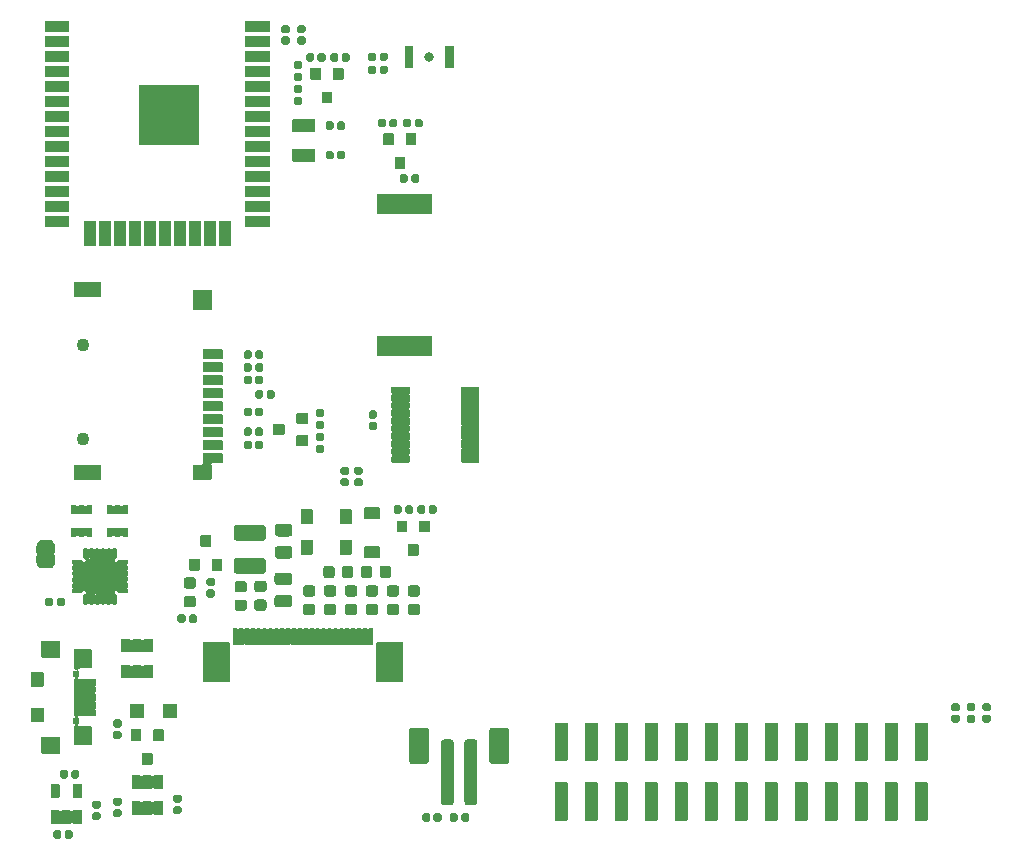
<source format=gbs>
G04 #@! TF.GenerationSoftware,KiCad,Pcbnew,5.99.0-unknown-711fc99~101~ubuntu18.04.1*
G04 #@! TF.CreationDate,2020-06-08T21:24:47+05:30*
G04 #@! TF.ProjectId,paperd.ink_main_pcb,70617065-7264-42e6-996e-6b5f6d61696e,rev?*
G04 #@! TF.SameCoordinates,Original*
G04 #@! TF.FileFunction,Soldermask,Bot*
G04 #@! TF.FilePolarity,Negative*
%FSLAX46Y46*%
G04 Gerber Fmt 4.6, Leading zero omitted, Abs format (unit mm)*
G04 Created by KiCad (PCBNEW 5.99.0-unknown-711fc99~101~ubuntu18.04.1) date 2020-06-08 21:24:47*
%MOMM*%
%LPD*%
G01*
G04 APERTURE LIST*
%ADD10C,0.802000*%
%ADD11C,1.102000*%
%ADD12C,0.602000*%
G04 APERTURE END LIST*
G36*
G01*
X136342000Y-86701000D02*
X131742000Y-86701000D01*
G75*
G02*
X131691000Y-86650000I0J51000D01*
G01*
X131691000Y-85050000D01*
G75*
G02*
X131742000Y-84999000I51000J0D01*
G01*
X136342000Y-84999000D01*
G75*
G02*
X136393000Y-85050000I0J-51000D01*
G01*
X136393000Y-86650000D01*
G75*
G02*
X136342000Y-86701000I-51000J0D01*
G01*
G37*
G36*
G01*
X136342000Y-98691000D02*
X131742000Y-98691000D01*
G75*
G02*
X131691000Y-98640000I0J51000D01*
G01*
X131691000Y-97040000D01*
G75*
G02*
X131742000Y-96989000I51000J0D01*
G01*
X136342000Y-96989000D01*
G75*
G02*
X136393000Y-97040000I0J-51000D01*
G01*
X136393000Y-98640000D01*
G75*
G02*
X136342000Y-98691000I-51000J0D01*
G01*
G37*
G36*
G01*
X105681000Y-70365000D02*
X105681000Y-71265000D01*
G75*
G02*
X105630000Y-71316000I-51000J0D01*
G01*
X103630000Y-71316000D01*
G75*
G02*
X103579000Y-71265000I0J51000D01*
G01*
X103579000Y-70365000D01*
G75*
G02*
X103630000Y-70314000I51000J0D01*
G01*
X105630000Y-70314000D01*
G75*
G02*
X105681000Y-70365000I0J-51000D01*
G01*
G37*
G36*
G01*
X105681000Y-71635000D02*
X105681000Y-72535000D01*
G75*
G02*
X105630000Y-72586000I-51000J0D01*
G01*
X103630000Y-72586000D01*
G75*
G02*
X103579000Y-72535000I0J51000D01*
G01*
X103579000Y-71635000D01*
G75*
G02*
X103630000Y-71584000I51000J0D01*
G01*
X105630000Y-71584000D01*
G75*
G02*
X105681000Y-71635000I0J-51000D01*
G01*
G37*
G36*
G01*
X105681000Y-72905000D02*
X105681000Y-73805000D01*
G75*
G02*
X105630000Y-73856000I-51000J0D01*
G01*
X103630000Y-73856000D01*
G75*
G02*
X103579000Y-73805000I0J51000D01*
G01*
X103579000Y-72905000D01*
G75*
G02*
X103630000Y-72854000I51000J0D01*
G01*
X105630000Y-72854000D01*
G75*
G02*
X105681000Y-72905000I0J-51000D01*
G01*
G37*
G36*
G01*
X105681000Y-74175000D02*
X105681000Y-75075000D01*
G75*
G02*
X105630000Y-75126000I-51000J0D01*
G01*
X103630000Y-75126000D01*
G75*
G02*
X103579000Y-75075000I0J51000D01*
G01*
X103579000Y-74175000D01*
G75*
G02*
X103630000Y-74124000I51000J0D01*
G01*
X105630000Y-74124000D01*
G75*
G02*
X105681000Y-74175000I0J-51000D01*
G01*
G37*
G36*
G01*
X105681000Y-75445000D02*
X105681000Y-76345000D01*
G75*
G02*
X105630000Y-76396000I-51000J0D01*
G01*
X103630000Y-76396000D01*
G75*
G02*
X103579000Y-76345000I0J51000D01*
G01*
X103579000Y-75445000D01*
G75*
G02*
X103630000Y-75394000I51000J0D01*
G01*
X105630000Y-75394000D01*
G75*
G02*
X105681000Y-75445000I0J-51000D01*
G01*
G37*
G36*
G01*
X105681000Y-76715000D02*
X105681000Y-77615000D01*
G75*
G02*
X105630000Y-77666000I-51000J0D01*
G01*
X103630000Y-77666000D01*
G75*
G02*
X103579000Y-77615000I0J51000D01*
G01*
X103579000Y-76715000D01*
G75*
G02*
X103630000Y-76664000I51000J0D01*
G01*
X105630000Y-76664000D01*
G75*
G02*
X105681000Y-76715000I0J-51000D01*
G01*
G37*
G36*
G01*
X105681000Y-77985000D02*
X105681000Y-78885000D01*
G75*
G02*
X105630000Y-78936000I-51000J0D01*
G01*
X103630000Y-78936000D01*
G75*
G02*
X103579000Y-78885000I0J51000D01*
G01*
X103579000Y-77985000D01*
G75*
G02*
X103630000Y-77934000I51000J0D01*
G01*
X105630000Y-77934000D01*
G75*
G02*
X105681000Y-77985000I0J-51000D01*
G01*
G37*
G36*
G01*
X105681000Y-79255000D02*
X105681000Y-80155000D01*
G75*
G02*
X105630000Y-80206000I-51000J0D01*
G01*
X103630000Y-80206000D01*
G75*
G02*
X103579000Y-80155000I0J51000D01*
G01*
X103579000Y-79255000D01*
G75*
G02*
X103630000Y-79204000I51000J0D01*
G01*
X105630000Y-79204000D01*
G75*
G02*
X105681000Y-79255000I0J-51000D01*
G01*
G37*
G36*
G01*
X105681000Y-80525000D02*
X105681000Y-81425000D01*
G75*
G02*
X105630000Y-81476000I-51000J0D01*
G01*
X103630000Y-81476000D01*
G75*
G02*
X103579000Y-81425000I0J51000D01*
G01*
X103579000Y-80525000D01*
G75*
G02*
X103630000Y-80474000I51000J0D01*
G01*
X105630000Y-80474000D01*
G75*
G02*
X105681000Y-80525000I0J-51000D01*
G01*
G37*
G36*
G01*
X105681000Y-81795000D02*
X105681000Y-82695000D01*
G75*
G02*
X105630000Y-82746000I-51000J0D01*
G01*
X103630000Y-82746000D01*
G75*
G02*
X103579000Y-82695000I0J51000D01*
G01*
X103579000Y-81795000D01*
G75*
G02*
X103630000Y-81744000I51000J0D01*
G01*
X105630000Y-81744000D01*
G75*
G02*
X105681000Y-81795000I0J-51000D01*
G01*
G37*
G36*
G01*
X105681000Y-83065000D02*
X105681000Y-83965000D01*
G75*
G02*
X105630000Y-84016000I-51000J0D01*
G01*
X103630000Y-84016000D01*
G75*
G02*
X103579000Y-83965000I0J51000D01*
G01*
X103579000Y-83065000D01*
G75*
G02*
X103630000Y-83014000I51000J0D01*
G01*
X105630000Y-83014000D01*
G75*
G02*
X105681000Y-83065000I0J-51000D01*
G01*
G37*
G36*
G01*
X105681000Y-84335000D02*
X105681000Y-85235000D01*
G75*
G02*
X105630000Y-85286000I-51000J0D01*
G01*
X103630000Y-85286000D01*
G75*
G02*
X103579000Y-85235000I0J51000D01*
G01*
X103579000Y-84335000D01*
G75*
G02*
X103630000Y-84284000I51000J0D01*
G01*
X105630000Y-84284000D01*
G75*
G02*
X105681000Y-84335000I0J-51000D01*
G01*
G37*
G36*
G01*
X105681000Y-85605000D02*
X105681000Y-86505000D01*
G75*
G02*
X105630000Y-86556000I-51000J0D01*
G01*
X103630000Y-86556000D01*
G75*
G02*
X103579000Y-86505000I0J51000D01*
G01*
X103579000Y-85605000D01*
G75*
G02*
X103630000Y-85554000I51000J0D01*
G01*
X105630000Y-85554000D01*
G75*
G02*
X105681000Y-85605000I0J-51000D01*
G01*
G37*
G36*
G01*
X105681000Y-86875000D02*
X105681000Y-87775000D01*
G75*
G02*
X105630000Y-87826000I-51000J0D01*
G01*
X103630000Y-87826000D01*
G75*
G02*
X103579000Y-87775000I0J51000D01*
G01*
X103579000Y-86875000D01*
G75*
G02*
X103630000Y-86824000I51000J0D01*
G01*
X105630000Y-86824000D01*
G75*
G02*
X105681000Y-86875000I0J-51000D01*
G01*
G37*
G36*
G01*
X107865000Y-89376000D02*
X106965000Y-89376000D01*
G75*
G02*
X106914000Y-89325000I0J51000D01*
G01*
X106914000Y-87325000D01*
G75*
G02*
X106965000Y-87274000I51000J0D01*
G01*
X107865000Y-87274000D01*
G75*
G02*
X107916000Y-87325000I0J-51000D01*
G01*
X107916000Y-89325000D01*
G75*
G02*
X107865000Y-89376000I-51000J0D01*
G01*
G37*
G36*
G01*
X109135000Y-89376000D02*
X108235000Y-89376000D01*
G75*
G02*
X108184000Y-89325000I0J51000D01*
G01*
X108184000Y-87325000D01*
G75*
G02*
X108235000Y-87274000I51000J0D01*
G01*
X109135000Y-87274000D01*
G75*
G02*
X109186000Y-87325000I0J-51000D01*
G01*
X109186000Y-89325000D01*
G75*
G02*
X109135000Y-89376000I-51000J0D01*
G01*
G37*
G36*
G01*
X110405000Y-89376000D02*
X109505000Y-89376000D01*
G75*
G02*
X109454000Y-89325000I0J51000D01*
G01*
X109454000Y-87325000D01*
G75*
G02*
X109505000Y-87274000I51000J0D01*
G01*
X110405000Y-87274000D01*
G75*
G02*
X110456000Y-87325000I0J-51000D01*
G01*
X110456000Y-89325000D01*
G75*
G02*
X110405000Y-89376000I-51000J0D01*
G01*
G37*
G36*
G01*
X111675000Y-89376000D02*
X110775000Y-89376000D01*
G75*
G02*
X110724000Y-89325000I0J51000D01*
G01*
X110724000Y-87325000D01*
G75*
G02*
X110775000Y-87274000I51000J0D01*
G01*
X111675000Y-87274000D01*
G75*
G02*
X111726000Y-87325000I0J-51000D01*
G01*
X111726000Y-89325000D01*
G75*
G02*
X111675000Y-89376000I-51000J0D01*
G01*
G37*
G36*
G01*
X112945000Y-89376000D02*
X112045000Y-89376000D01*
G75*
G02*
X111994000Y-89325000I0J51000D01*
G01*
X111994000Y-87325000D01*
G75*
G02*
X112045000Y-87274000I51000J0D01*
G01*
X112945000Y-87274000D01*
G75*
G02*
X112996000Y-87325000I0J-51000D01*
G01*
X112996000Y-89325000D01*
G75*
G02*
X112945000Y-89376000I-51000J0D01*
G01*
G37*
G36*
G01*
X114215000Y-89376000D02*
X113315000Y-89376000D01*
G75*
G02*
X113264000Y-89325000I0J51000D01*
G01*
X113264000Y-87325000D01*
G75*
G02*
X113315000Y-87274000I51000J0D01*
G01*
X114215000Y-87274000D01*
G75*
G02*
X114266000Y-87325000I0J-51000D01*
G01*
X114266000Y-89325000D01*
G75*
G02*
X114215000Y-89376000I-51000J0D01*
G01*
G37*
G36*
G01*
X115485000Y-89376000D02*
X114585000Y-89376000D01*
G75*
G02*
X114534000Y-89325000I0J51000D01*
G01*
X114534000Y-87325000D01*
G75*
G02*
X114585000Y-87274000I51000J0D01*
G01*
X115485000Y-87274000D01*
G75*
G02*
X115536000Y-87325000I0J-51000D01*
G01*
X115536000Y-89325000D01*
G75*
G02*
X115485000Y-89376000I-51000J0D01*
G01*
G37*
G36*
G01*
X116755000Y-89376000D02*
X115855000Y-89376000D01*
G75*
G02*
X115804000Y-89325000I0J51000D01*
G01*
X115804000Y-87325000D01*
G75*
G02*
X115855000Y-87274000I51000J0D01*
G01*
X116755000Y-87274000D01*
G75*
G02*
X116806000Y-87325000I0J-51000D01*
G01*
X116806000Y-89325000D01*
G75*
G02*
X116755000Y-89376000I-51000J0D01*
G01*
G37*
G36*
G01*
X118025000Y-89376000D02*
X117125000Y-89376000D01*
G75*
G02*
X117074000Y-89325000I0J51000D01*
G01*
X117074000Y-87325000D01*
G75*
G02*
X117125000Y-87274000I51000J0D01*
G01*
X118025000Y-87274000D01*
G75*
G02*
X118076000Y-87325000I0J-51000D01*
G01*
X118076000Y-89325000D01*
G75*
G02*
X118025000Y-89376000I-51000J0D01*
G01*
G37*
G36*
G01*
X119295000Y-89376000D02*
X118395000Y-89376000D01*
G75*
G02*
X118344000Y-89325000I0J51000D01*
G01*
X118344000Y-87325000D01*
G75*
G02*
X118395000Y-87274000I51000J0D01*
G01*
X119295000Y-87274000D01*
G75*
G02*
X119346000Y-87325000I0J-51000D01*
G01*
X119346000Y-89325000D01*
G75*
G02*
X119295000Y-89376000I-51000J0D01*
G01*
G37*
G36*
G01*
X122681000Y-86875000D02*
X122681000Y-87775000D01*
G75*
G02*
X122630000Y-87826000I-51000J0D01*
G01*
X120630000Y-87826000D01*
G75*
G02*
X120579000Y-87775000I0J51000D01*
G01*
X120579000Y-86875000D01*
G75*
G02*
X120630000Y-86824000I51000J0D01*
G01*
X122630000Y-86824000D01*
G75*
G02*
X122681000Y-86875000I0J-51000D01*
G01*
G37*
G36*
G01*
X122681000Y-85605000D02*
X122681000Y-86505000D01*
G75*
G02*
X122630000Y-86556000I-51000J0D01*
G01*
X120630000Y-86556000D01*
G75*
G02*
X120579000Y-86505000I0J51000D01*
G01*
X120579000Y-85605000D01*
G75*
G02*
X120630000Y-85554000I51000J0D01*
G01*
X122630000Y-85554000D01*
G75*
G02*
X122681000Y-85605000I0J-51000D01*
G01*
G37*
G36*
G01*
X122681000Y-84335000D02*
X122681000Y-85235000D01*
G75*
G02*
X122630000Y-85286000I-51000J0D01*
G01*
X120630000Y-85286000D01*
G75*
G02*
X120579000Y-85235000I0J51000D01*
G01*
X120579000Y-84335000D01*
G75*
G02*
X120630000Y-84284000I51000J0D01*
G01*
X122630000Y-84284000D01*
G75*
G02*
X122681000Y-84335000I0J-51000D01*
G01*
G37*
G36*
G01*
X122681000Y-83065000D02*
X122681000Y-83965000D01*
G75*
G02*
X122630000Y-84016000I-51000J0D01*
G01*
X120630000Y-84016000D01*
G75*
G02*
X120579000Y-83965000I0J51000D01*
G01*
X120579000Y-83065000D01*
G75*
G02*
X120630000Y-83014000I51000J0D01*
G01*
X122630000Y-83014000D01*
G75*
G02*
X122681000Y-83065000I0J-51000D01*
G01*
G37*
G36*
G01*
X122681000Y-81795000D02*
X122681000Y-82695000D01*
G75*
G02*
X122630000Y-82746000I-51000J0D01*
G01*
X120630000Y-82746000D01*
G75*
G02*
X120579000Y-82695000I0J51000D01*
G01*
X120579000Y-81795000D01*
G75*
G02*
X120630000Y-81744000I51000J0D01*
G01*
X122630000Y-81744000D01*
G75*
G02*
X122681000Y-81795000I0J-51000D01*
G01*
G37*
G36*
G01*
X122681000Y-80525000D02*
X122681000Y-81425000D01*
G75*
G02*
X122630000Y-81476000I-51000J0D01*
G01*
X120630000Y-81476000D01*
G75*
G02*
X120579000Y-81425000I0J51000D01*
G01*
X120579000Y-80525000D01*
G75*
G02*
X120630000Y-80474000I51000J0D01*
G01*
X122630000Y-80474000D01*
G75*
G02*
X122681000Y-80525000I0J-51000D01*
G01*
G37*
G36*
G01*
X122681000Y-79255000D02*
X122681000Y-80155000D01*
G75*
G02*
X122630000Y-80206000I-51000J0D01*
G01*
X120630000Y-80206000D01*
G75*
G02*
X120579000Y-80155000I0J51000D01*
G01*
X120579000Y-79255000D01*
G75*
G02*
X120630000Y-79204000I51000J0D01*
G01*
X122630000Y-79204000D01*
G75*
G02*
X122681000Y-79255000I0J-51000D01*
G01*
G37*
G36*
G01*
X122681000Y-77985000D02*
X122681000Y-78885000D01*
G75*
G02*
X122630000Y-78936000I-51000J0D01*
G01*
X120630000Y-78936000D01*
G75*
G02*
X120579000Y-78885000I0J51000D01*
G01*
X120579000Y-77985000D01*
G75*
G02*
X120630000Y-77934000I51000J0D01*
G01*
X122630000Y-77934000D01*
G75*
G02*
X122681000Y-77985000I0J-51000D01*
G01*
G37*
G36*
G01*
X122681000Y-76715000D02*
X122681000Y-77615000D01*
G75*
G02*
X122630000Y-77666000I-51000J0D01*
G01*
X120630000Y-77666000D01*
G75*
G02*
X120579000Y-77615000I0J51000D01*
G01*
X120579000Y-76715000D01*
G75*
G02*
X120630000Y-76664000I51000J0D01*
G01*
X122630000Y-76664000D01*
G75*
G02*
X122681000Y-76715000I0J-51000D01*
G01*
G37*
G36*
G01*
X122681000Y-75445000D02*
X122681000Y-76345000D01*
G75*
G02*
X122630000Y-76396000I-51000J0D01*
G01*
X120630000Y-76396000D01*
G75*
G02*
X120579000Y-76345000I0J51000D01*
G01*
X120579000Y-75445000D01*
G75*
G02*
X120630000Y-75394000I51000J0D01*
G01*
X122630000Y-75394000D01*
G75*
G02*
X122681000Y-75445000I0J-51000D01*
G01*
G37*
G36*
G01*
X122681000Y-74175000D02*
X122681000Y-75075000D01*
G75*
G02*
X122630000Y-75126000I-51000J0D01*
G01*
X120630000Y-75126000D01*
G75*
G02*
X120579000Y-75075000I0J51000D01*
G01*
X120579000Y-74175000D01*
G75*
G02*
X120630000Y-74124000I51000J0D01*
G01*
X122630000Y-74124000D01*
G75*
G02*
X122681000Y-74175000I0J-51000D01*
G01*
G37*
G36*
G01*
X122681000Y-72905000D02*
X122681000Y-73805000D01*
G75*
G02*
X122630000Y-73856000I-51000J0D01*
G01*
X120630000Y-73856000D01*
G75*
G02*
X120579000Y-73805000I0J51000D01*
G01*
X120579000Y-72905000D01*
G75*
G02*
X120630000Y-72854000I51000J0D01*
G01*
X122630000Y-72854000D01*
G75*
G02*
X122681000Y-72905000I0J-51000D01*
G01*
G37*
G36*
G01*
X122681000Y-71635000D02*
X122681000Y-72535000D01*
G75*
G02*
X122630000Y-72586000I-51000J0D01*
G01*
X120630000Y-72586000D01*
G75*
G02*
X120579000Y-72535000I0J51000D01*
G01*
X120579000Y-71635000D01*
G75*
G02*
X120630000Y-71584000I51000J0D01*
G01*
X122630000Y-71584000D01*
G75*
G02*
X122681000Y-71635000I0J-51000D01*
G01*
G37*
G36*
G01*
X122681000Y-70365000D02*
X122681000Y-71265000D01*
G75*
G02*
X122630000Y-71316000I-51000J0D01*
G01*
X120630000Y-71316000D01*
G75*
G02*
X120579000Y-71265000I0J51000D01*
G01*
X120579000Y-70365000D01*
G75*
G02*
X120630000Y-70314000I51000J0D01*
G01*
X122630000Y-70314000D01*
G75*
G02*
X122681000Y-70365000I0J-51000D01*
G01*
G37*
G36*
G01*
X116681000Y-75815000D02*
X116681000Y-80815000D01*
G75*
G02*
X116630000Y-80866000I-51000J0D01*
G01*
X111630000Y-80866000D01*
G75*
G02*
X111579000Y-80815000I0J51000D01*
G01*
X111579000Y-75815000D01*
G75*
G02*
X111630000Y-75764000I51000J0D01*
G01*
X116630000Y-75764000D01*
G75*
G02*
X116681000Y-75815000I0J-51000D01*
G01*
G37*
G36*
G01*
X131645000Y-126300000D02*
X131645000Y-123000000D01*
G75*
G02*
X131696000Y-122949000I51000J0D01*
G01*
X133896000Y-122949000D01*
G75*
G02*
X133947000Y-123000000I0J-51000D01*
G01*
X133947000Y-126300000D01*
G75*
G02*
X133896000Y-126351000I-51000J0D01*
G01*
X131696000Y-126351000D01*
G75*
G02*
X131645000Y-126300000I0J51000D01*
G01*
G37*
G36*
G01*
X119495000Y-123130000D02*
X119495000Y-121830000D01*
G75*
G02*
X119546000Y-121779000I51000J0D01*
G01*
X119846000Y-121779000D01*
G75*
G02*
X119897000Y-121830000I0J-51000D01*
G01*
X119897000Y-123130000D01*
G75*
G02*
X119846000Y-123181000I-51000J0D01*
G01*
X119546000Y-123181000D01*
G75*
G02*
X119495000Y-123130000I0J51000D01*
G01*
G37*
G36*
G01*
X116945000Y-126300000D02*
X116945000Y-123000000D01*
G75*
G02*
X116996000Y-122949000I51000J0D01*
G01*
X119196000Y-122949000D01*
G75*
G02*
X119247000Y-123000000I0J-51000D01*
G01*
X119247000Y-126300000D01*
G75*
G02*
X119196000Y-126351000I-51000J0D01*
G01*
X116996000Y-126351000D01*
G75*
G02*
X116945000Y-126300000I0J51000D01*
G01*
G37*
G36*
G01*
X119995000Y-123130000D02*
X119995000Y-121830000D01*
G75*
G02*
X120046000Y-121779000I51000J0D01*
G01*
X120346000Y-121779000D01*
G75*
G02*
X120397000Y-121830000I0J-51000D01*
G01*
X120397000Y-123130000D01*
G75*
G02*
X120346000Y-123181000I-51000J0D01*
G01*
X120046000Y-123181000D01*
G75*
G02*
X119995000Y-123130000I0J51000D01*
G01*
G37*
G36*
G01*
X120495000Y-123130000D02*
X120495000Y-121830000D01*
G75*
G02*
X120546000Y-121779000I51000J0D01*
G01*
X120846000Y-121779000D01*
G75*
G02*
X120897000Y-121830000I0J-51000D01*
G01*
X120897000Y-123130000D01*
G75*
G02*
X120846000Y-123181000I-51000J0D01*
G01*
X120546000Y-123181000D01*
G75*
G02*
X120495000Y-123130000I0J51000D01*
G01*
G37*
G36*
G01*
X120995000Y-123130000D02*
X120995000Y-121830000D01*
G75*
G02*
X121046000Y-121779000I51000J0D01*
G01*
X121346000Y-121779000D01*
G75*
G02*
X121397000Y-121830000I0J-51000D01*
G01*
X121397000Y-123130000D01*
G75*
G02*
X121346000Y-123181000I-51000J0D01*
G01*
X121046000Y-123181000D01*
G75*
G02*
X120995000Y-123130000I0J51000D01*
G01*
G37*
G36*
G01*
X121495000Y-123130000D02*
X121495000Y-121830000D01*
G75*
G02*
X121546000Y-121779000I51000J0D01*
G01*
X121846000Y-121779000D01*
G75*
G02*
X121897000Y-121830000I0J-51000D01*
G01*
X121897000Y-123130000D01*
G75*
G02*
X121846000Y-123181000I-51000J0D01*
G01*
X121546000Y-123181000D01*
G75*
G02*
X121495000Y-123130000I0J51000D01*
G01*
G37*
G36*
G01*
X121995000Y-123130000D02*
X121995000Y-121830000D01*
G75*
G02*
X122046000Y-121779000I51000J0D01*
G01*
X122346000Y-121779000D01*
G75*
G02*
X122397000Y-121830000I0J-51000D01*
G01*
X122397000Y-123130000D01*
G75*
G02*
X122346000Y-123181000I-51000J0D01*
G01*
X122046000Y-123181000D01*
G75*
G02*
X121995000Y-123130000I0J51000D01*
G01*
G37*
G36*
G01*
X122495000Y-123130000D02*
X122495000Y-121830000D01*
G75*
G02*
X122546000Y-121779000I51000J0D01*
G01*
X122846000Y-121779000D01*
G75*
G02*
X122897000Y-121830000I0J-51000D01*
G01*
X122897000Y-123130000D01*
G75*
G02*
X122846000Y-123181000I-51000J0D01*
G01*
X122546000Y-123181000D01*
G75*
G02*
X122495000Y-123130000I0J51000D01*
G01*
G37*
G36*
G01*
X122995000Y-123130000D02*
X122995000Y-121830000D01*
G75*
G02*
X123046000Y-121779000I51000J0D01*
G01*
X123346000Y-121779000D01*
G75*
G02*
X123397000Y-121830000I0J-51000D01*
G01*
X123397000Y-123130000D01*
G75*
G02*
X123346000Y-123181000I-51000J0D01*
G01*
X123046000Y-123181000D01*
G75*
G02*
X122995000Y-123130000I0J51000D01*
G01*
G37*
G36*
G01*
X123495000Y-123130000D02*
X123495000Y-121830000D01*
G75*
G02*
X123546000Y-121779000I51000J0D01*
G01*
X123846000Y-121779000D01*
G75*
G02*
X123897000Y-121830000I0J-51000D01*
G01*
X123897000Y-123130000D01*
G75*
G02*
X123846000Y-123181000I-51000J0D01*
G01*
X123546000Y-123181000D01*
G75*
G02*
X123495000Y-123130000I0J51000D01*
G01*
G37*
G36*
G01*
X123995000Y-123130000D02*
X123995000Y-121830000D01*
G75*
G02*
X124046000Y-121779000I51000J0D01*
G01*
X124346000Y-121779000D01*
G75*
G02*
X124397000Y-121830000I0J-51000D01*
G01*
X124397000Y-123130000D01*
G75*
G02*
X124346000Y-123181000I-51000J0D01*
G01*
X124046000Y-123181000D01*
G75*
G02*
X123995000Y-123130000I0J51000D01*
G01*
G37*
G36*
G01*
X124495000Y-123130000D02*
X124495000Y-121830000D01*
G75*
G02*
X124546000Y-121779000I51000J0D01*
G01*
X124846000Y-121779000D01*
G75*
G02*
X124897000Y-121830000I0J-51000D01*
G01*
X124897000Y-123130000D01*
G75*
G02*
X124846000Y-123181000I-51000J0D01*
G01*
X124546000Y-123181000D01*
G75*
G02*
X124495000Y-123130000I0J51000D01*
G01*
G37*
G36*
G01*
X124995000Y-123130000D02*
X124995000Y-121830000D01*
G75*
G02*
X125046000Y-121779000I51000J0D01*
G01*
X125346000Y-121779000D01*
G75*
G02*
X125397000Y-121830000I0J-51000D01*
G01*
X125397000Y-123130000D01*
G75*
G02*
X125346000Y-123181000I-51000J0D01*
G01*
X125046000Y-123181000D01*
G75*
G02*
X124995000Y-123130000I0J51000D01*
G01*
G37*
G36*
G01*
X125495000Y-123130000D02*
X125495000Y-121830000D01*
G75*
G02*
X125546000Y-121779000I51000J0D01*
G01*
X125846000Y-121779000D01*
G75*
G02*
X125897000Y-121830000I0J-51000D01*
G01*
X125897000Y-123130000D01*
G75*
G02*
X125846000Y-123181000I-51000J0D01*
G01*
X125546000Y-123181000D01*
G75*
G02*
X125495000Y-123130000I0J51000D01*
G01*
G37*
G36*
G01*
X125995000Y-123130000D02*
X125995000Y-121830000D01*
G75*
G02*
X126046000Y-121779000I51000J0D01*
G01*
X126346000Y-121779000D01*
G75*
G02*
X126397000Y-121830000I0J-51000D01*
G01*
X126397000Y-123130000D01*
G75*
G02*
X126346000Y-123181000I-51000J0D01*
G01*
X126046000Y-123181000D01*
G75*
G02*
X125995000Y-123130000I0J51000D01*
G01*
G37*
G36*
G01*
X126495000Y-123130000D02*
X126495000Y-121830000D01*
G75*
G02*
X126546000Y-121779000I51000J0D01*
G01*
X126846000Y-121779000D01*
G75*
G02*
X126897000Y-121830000I0J-51000D01*
G01*
X126897000Y-123130000D01*
G75*
G02*
X126846000Y-123181000I-51000J0D01*
G01*
X126546000Y-123181000D01*
G75*
G02*
X126495000Y-123130000I0J51000D01*
G01*
G37*
G36*
G01*
X126995000Y-123130000D02*
X126995000Y-121830000D01*
G75*
G02*
X127046000Y-121779000I51000J0D01*
G01*
X127346000Y-121779000D01*
G75*
G02*
X127397000Y-121830000I0J-51000D01*
G01*
X127397000Y-123130000D01*
G75*
G02*
X127346000Y-123181000I-51000J0D01*
G01*
X127046000Y-123181000D01*
G75*
G02*
X126995000Y-123130000I0J51000D01*
G01*
G37*
G36*
G01*
X127495000Y-123130000D02*
X127495000Y-121830000D01*
G75*
G02*
X127546000Y-121779000I51000J0D01*
G01*
X127846000Y-121779000D01*
G75*
G02*
X127897000Y-121830000I0J-51000D01*
G01*
X127897000Y-123130000D01*
G75*
G02*
X127846000Y-123181000I-51000J0D01*
G01*
X127546000Y-123181000D01*
G75*
G02*
X127495000Y-123130000I0J51000D01*
G01*
G37*
G36*
G01*
X127995000Y-123130000D02*
X127995000Y-121830000D01*
G75*
G02*
X128046000Y-121779000I51000J0D01*
G01*
X128346000Y-121779000D01*
G75*
G02*
X128397000Y-121830000I0J-51000D01*
G01*
X128397000Y-123130000D01*
G75*
G02*
X128346000Y-123181000I-51000J0D01*
G01*
X128046000Y-123181000D01*
G75*
G02*
X127995000Y-123130000I0J51000D01*
G01*
G37*
G36*
G01*
X128495000Y-123130000D02*
X128495000Y-121830000D01*
G75*
G02*
X128546000Y-121779000I51000J0D01*
G01*
X128846000Y-121779000D01*
G75*
G02*
X128897000Y-121830000I0J-51000D01*
G01*
X128897000Y-123130000D01*
G75*
G02*
X128846000Y-123181000I-51000J0D01*
G01*
X128546000Y-123181000D01*
G75*
G02*
X128495000Y-123130000I0J51000D01*
G01*
G37*
G36*
G01*
X128995000Y-123130000D02*
X128995000Y-121830000D01*
G75*
G02*
X129046000Y-121779000I51000J0D01*
G01*
X129346000Y-121779000D01*
G75*
G02*
X129397000Y-121830000I0J-51000D01*
G01*
X129397000Y-123130000D01*
G75*
G02*
X129346000Y-123181000I-51000J0D01*
G01*
X129046000Y-123181000D01*
G75*
G02*
X128995000Y-123130000I0J51000D01*
G01*
G37*
G36*
G01*
X129495000Y-123130000D02*
X129495000Y-121830000D01*
G75*
G02*
X129546000Y-121779000I51000J0D01*
G01*
X129846000Y-121779000D01*
G75*
G02*
X129897000Y-121830000I0J-51000D01*
G01*
X129897000Y-123130000D01*
G75*
G02*
X129846000Y-123181000I-51000J0D01*
G01*
X129546000Y-123181000D01*
G75*
G02*
X129495000Y-123130000I0J51000D01*
G01*
G37*
G36*
G01*
X129995000Y-123130000D02*
X129995000Y-121830000D01*
G75*
G02*
X130046000Y-121779000I51000J0D01*
G01*
X130346000Y-121779000D01*
G75*
G02*
X130397000Y-121830000I0J-51000D01*
G01*
X130397000Y-123130000D01*
G75*
G02*
X130346000Y-123181000I-51000J0D01*
G01*
X130046000Y-123181000D01*
G75*
G02*
X129995000Y-123130000I0J51000D01*
G01*
G37*
G36*
G01*
X130495000Y-123130000D02*
X130495000Y-121830000D01*
G75*
G02*
X130546000Y-121779000I51000J0D01*
G01*
X130846000Y-121779000D01*
G75*
G02*
X130897000Y-121830000I0J-51000D01*
G01*
X130897000Y-123130000D01*
G75*
G02*
X130846000Y-123181000I-51000J0D01*
G01*
X130546000Y-123181000D01*
G75*
G02*
X130495000Y-123130000I0J51000D01*
G01*
G37*
G36*
G01*
X130995000Y-123130000D02*
X130995000Y-121830000D01*
G75*
G02*
X131046000Y-121779000I51000J0D01*
G01*
X131346000Y-121779000D01*
G75*
G02*
X131397000Y-121830000I0J-51000D01*
G01*
X131397000Y-123130000D01*
G75*
G02*
X131346000Y-123181000I-51000J0D01*
G01*
X131046000Y-123181000D01*
G75*
G02*
X130995000Y-123130000I0J51000D01*
G01*
G37*
D10*
X136150000Y-73390000D03*
G36*
G01*
X134801000Y-72489999D02*
X134801000Y-74290001D01*
G75*
G02*
X134750001Y-74341000I-50999J0D01*
G01*
X134099999Y-74341000D01*
G75*
G02*
X134049000Y-74290001I0J50999D01*
G01*
X134049000Y-72489999D01*
G75*
G02*
X134099999Y-72439000I50999J0D01*
G01*
X134750001Y-72439000D01*
G75*
G02*
X134801000Y-72489999I0J-50999D01*
G01*
G37*
G36*
G01*
X138251000Y-72489999D02*
X138251000Y-74290001D01*
G75*
G02*
X138200001Y-74341000I-50999J0D01*
G01*
X137549999Y-74341000D01*
G75*
G02*
X137499000Y-74290001I0J50999D01*
G01*
X137499000Y-72489999D01*
G75*
G02*
X137549999Y-72439000I50999J0D01*
G01*
X138200001Y-72439000D01*
G75*
G02*
X138251000Y-72489999I0J-50999D01*
G01*
G37*
G36*
G01*
X126410000Y-79761000D02*
X124610000Y-79761000D01*
G75*
G02*
X124559000Y-79710000I0J51000D01*
G01*
X124559000Y-78710000D01*
G75*
G02*
X124610000Y-78659000I51000J0D01*
G01*
X126410000Y-78659000D01*
G75*
G02*
X126461000Y-78710000I0J-51000D01*
G01*
X126461000Y-79710000D01*
G75*
G02*
X126410000Y-79761000I-51000J0D01*
G01*
G37*
G36*
G01*
X126410000Y-82261000D02*
X124610000Y-82261000D01*
G75*
G02*
X124559000Y-82210000I0J51000D01*
G01*
X124559000Y-81210000D01*
G75*
G02*
X124610000Y-81159000I51000J0D01*
G01*
X126410000Y-81159000D01*
G75*
G02*
X126461000Y-81210000I0J-51000D01*
G01*
X126461000Y-82210000D01*
G75*
G02*
X126410000Y-82261000I-51000J0D01*
G01*
G37*
G36*
G01*
X117610000Y-114871000D02*
X116810000Y-114871000D01*
G75*
G02*
X116759000Y-114820000I0J51000D01*
G01*
X116759000Y-113920000D01*
G75*
G02*
X116810000Y-113869000I51000J0D01*
G01*
X117610000Y-113869000D01*
G75*
G02*
X117661000Y-113920000I0J-51000D01*
G01*
X117661000Y-114820000D01*
G75*
G02*
X117610000Y-114871000I-51000J0D01*
G01*
G37*
G36*
G01*
X116660000Y-116871000D02*
X115860000Y-116871000D01*
G75*
G02*
X115809000Y-116820000I0J51000D01*
G01*
X115809000Y-115920000D01*
G75*
G02*
X115860000Y-115869000I51000J0D01*
G01*
X116660000Y-115869000D01*
G75*
G02*
X116711000Y-115920000I0J-51000D01*
G01*
X116711000Y-116820000D01*
G75*
G02*
X116660000Y-116871000I-51000J0D01*
G01*
G37*
G36*
G01*
X118560000Y-116871000D02*
X117760000Y-116871000D01*
G75*
G02*
X117709000Y-116820000I0J51000D01*
G01*
X117709000Y-115920000D01*
G75*
G02*
X117760000Y-115869000I51000J0D01*
G01*
X118560000Y-115869000D01*
G75*
G02*
X118611000Y-115920000I0J-51000D01*
G01*
X118611000Y-116820000D01*
G75*
G02*
X118560000Y-116871000I-51000J0D01*
G01*
G37*
G36*
G01*
X115578250Y-119019000D02*
X116141750Y-119019000D01*
G75*
G02*
X116386000Y-119263250I0J-244250D01*
G01*
X116386000Y-119751750D01*
G75*
G02*
X116141750Y-119996000I-244250J0D01*
G01*
X115578250Y-119996000D01*
G75*
G02*
X115334000Y-119751750I0J244250D01*
G01*
X115334000Y-119263250D01*
G75*
G02*
X115578250Y-119019000I244250J0D01*
G01*
G37*
G36*
G01*
X115578250Y-117444000D02*
X116141750Y-117444000D01*
G75*
G02*
X116386000Y-117688250I0J-244250D01*
G01*
X116386000Y-118176750D01*
G75*
G02*
X116141750Y-118421000I-244250J0D01*
G01*
X115578250Y-118421000D01*
G75*
G02*
X115334000Y-118176750I0J244250D01*
G01*
X115334000Y-117688250D01*
G75*
G02*
X115578250Y-117444000I244250J0D01*
G01*
G37*
G36*
G01*
X125688250Y-119681500D02*
X126251750Y-119681500D01*
G75*
G02*
X126496000Y-119925750I0J-244250D01*
G01*
X126496000Y-120414250D01*
G75*
G02*
X126251750Y-120658500I-244250J0D01*
G01*
X125688250Y-120658500D01*
G75*
G02*
X125444000Y-120414250I0J244250D01*
G01*
X125444000Y-119925750D01*
G75*
G02*
X125688250Y-119681500I244250J0D01*
G01*
G37*
G36*
G01*
X125688250Y-118106500D02*
X126251750Y-118106500D01*
G75*
G02*
X126496000Y-118350750I0J-244250D01*
G01*
X126496000Y-118839250D01*
G75*
G02*
X126251750Y-119083500I-244250J0D01*
G01*
X125688250Y-119083500D01*
G75*
G02*
X125444000Y-118839250I0J244250D01*
G01*
X125444000Y-118350750D01*
G75*
G02*
X125688250Y-118106500I244250J0D01*
G01*
G37*
G36*
G01*
X122121750Y-118711000D02*
X121558250Y-118711000D01*
G75*
G02*
X121314000Y-118466750I0J244250D01*
G01*
X121314000Y-117978250D01*
G75*
G02*
X121558250Y-117734000I244250J0D01*
G01*
X122121750Y-117734000D01*
G75*
G02*
X122366000Y-117978250I0J-244250D01*
G01*
X122366000Y-118466750D01*
G75*
G02*
X122121750Y-118711000I-244250J0D01*
G01*
G37*
G36*
G01*
X122121750Y-120286000D02*
X121558250Y-120286000D01*
G75*
G02*
X121314000Y-120041750I0J244250D01*
G01*
X121314000Y-119553250D01*
G75*
G02*
X121558250Y-119309000I244250J0D01*
G01*
X122121750Y-119309000D01*
G75*
G02*
X122366000Y-119553250I0J-244250D01*
G01*
X122366000Y-120041750D01*
G75*
G02*
X122121750Y-120286000I-244250J0D01*
G01*
G37*
G36*
G01*
X131573750Y-119083500D02*
X131010250Y-119083500D01*
G75*
G02*
X130766000Y-118839250I0J244250D01*
G01*
X130766000Y-118350750D01*
G75*
G02*
X131010250Y-118106500I244250J0D01*
G01*
X131573750Y-118106500D01*
G75*
G02*
X131818000Y-118350750I0J-244250D01*
G01*
X131818000Y-118839250D01*
G75*
G02*
X131573750Y-119083500I-244250J0D01*
G01*
G37*
G36*
G01*
X131573750Y-120658500D02*
X131010250Y-120658500D01*
G75*
G02*
X130766000Y-120414250I0J244250D01*
G01*
X130766000Y-119925750D01*
G75*
G02*
X131010250Y-119681500I244250J0D01*
G01*
X131573750Y-119681500D01*
G75*
G02*
X131818000Y-119925750I0J-244250D01*
G01*
X131818000Y-120414250D01*
G75*
G02*
X131573750Y-120658500I-244250J0D01*
G01*
G37*
G36*
G01*
X128025750Y-119083500D02*
X127462250Y-119083500D01*
G75*
G02*
X127218000Y-118839250I0J244250D01*
G01*
X127218000Y-118350750D01*
G75*
G02*
X127462250Y-118106500I244250J0D01*
G01*
X128025750Y-118106500D01*
G75*
G02*
X128270000Y-118350750I0J-244250D01*
G01*
X128270000Y-118839250D01*
G75*
G02*
X128025750Y-119083500I-244250J0D01*
G01*
G37*
G36*
G01*
X128025750Y-120658500D02*
X127462250Y-120658500D01*
G75*
G02*
X127218000Y-120414250I0J244250D01*
G01*
X127218000Y-119925750D01*
G75*
G02*
X127462250Y-119681500I244250J0D01*
G01*
X128025750Y-119681500D01*
G75*
G02*
X128270000Y-119925750I0J-244250D01*
G01*
X128270000Y-120414250D01*
G75*
G02*
X128025750Y-120658500I-244250J0D01*
G01*
G37*
G36*
G01*
X129799750Y-119083500D02*
X129236250Y-119083500D01*
G75*
G02*
X128992000Y-118839250I0J244250D01*
G01*
X128992000Y-118350750D01*
G75*
G02*
X129236250Y-118106500I244250J0D01*
G01*
X129799750Y-118106500D01*
G75*
G02*
X130044000Y-118350750I0J-244250D01*
G01*
X130044000Y-118839250D01*
G75*
G02*
X129799750Y-119083500I-244250J0D01*
G01*
G37*
G36*
G01*
X129799750Y-120658500D02*
X129236250Y-120658500D01*
G75*
G02*
X128992000Y-120414250I0J244250D01*
G01*
X128992000Y-119925750D01*
G75*
G02*
X129236250Y-119681500I244250J0D01*
G01*
X129799750Y-119681500D01*
G75*
G02*
X130044000Y-119925750I0J-244250D01*
G01*
X130044000Y-120414250D01*
G75*
G02*
X129799750Y-120658500I-244250J0D01*
G01*
G37*
G36*
G01*
X131929000Y-117271750D02*
X131929000Y-116708250D01*
G75*
G02*
X132173250Y-116464000I244250J0D01*
G01*
X132661750Y-116464000D01*
G75*
G02*
X132906000Y-116708250I0J-244250D01*
G01*
X132906000Y-117271750D01*
G75*
G02*
X132661750Y-117516000I-244250J0D01*
G01*
X132173250Y-117516000D01*
G75*
G02*
X131929000Y-117271750I0J244250D01*
G01*
G37*
G36*
G01*
X130354000Y-117271750D02*
X130354000Y-116708250D01*
G75*
G02*
X130598250Y-116464000I244250J0D01*
G01*
X131086750Y-116464000D01*
G75*
G02*
X131331000Y-116708250I0J-244250D01*
G01*
X131331000Y-117271750D01*
G75*
G02*
X131086750Y-117516000I-244250J0D01*
G01*
X130598250Y-117516000D01*
G75*
G02*
X130354000Y-117271750I0J244250D01*
G01*
G37*
G36*
G01*
X128739000Y-117281750D02*
X128739000Y-116718250D01*
G75*
G02*
X128983250Y-116474000I244250J0D01*
G01*
X129471750Y-116474000D01*
G75*
G02*
X129716000Y-116718250I0J-244250D01*
G01*
X129716000Y-117281750D01*
G75*
G02*
X129471750Y-117526000I-244250J0D01*
G01*
X128983250Y-117526000D01*
G75*
G02*
X128739000Y-117281750I0J244250D01*
G01*
G37*
G36*
G01*
X127164000Y-117281750D02*
X127164000Y-116718250D01*
G75*
G02*
X127408250Y-116474000I244250J0D01*
G01*
X127896750Y-116474000D01*
G75*
G02*
X128141000Y-116718250I0J-244250D01*
G01*
X128141000Y-117281750D01*
G75*
G02*
X127896750Y-117526000I-244250J0D01*
G01*
X127408250Y-117526000D01*
G75*
G02*
X127164000Y-117281750I0J244250D01*
G01*
G37*
G36*
G01*
X135121750Y-119083500D02*
X134558250Y-119083500D01*
G75*
G02*
X134314000Y-118839250I0J244250D01*
G01*
X134314000Y-118350750D01*
G75*
G02*
X134558250Y-118106500I244250J0D01*
G01*
X135121750Y-118106500D01*
G75*
G02*
X135366000Y-118350750I0J-244250D01*
G01*
X135366000Y-118839250D01*
G75*
G02*
X135121750Y-119083500I-244250J0D01*
G01*
G37*
G36*
G01*
X135121750Y-120658500D02*
X134558250Y-120658500D01*
G75*
G02*
X134314000Y-120414250I0J244250D01*
G01*
X134314000Y-119925750D01*
G75*
G02*
X134558250Y-119681500I244250J0D01*
G01*
X135121750Y-119681500D01*
G75*
G02*
X135366000Y-119925750I0J-244250D01*
G01*
X135366000Y-120414250D01*
G75*
G02*
X135121750Y-120658500I-244250J0D01*
G01*
G37*
G36*
G01*
X133347750Y-119083500D02*
X132784250Y-119083500D01*
G75*
G02*
X132540000Y-118839250I0J244250D01*
G01*
X132540000Y-118350750D01*
G75*
G02*
X132784250Y-118106500I244250J0D01*
G01*
X133347750Y-118106500D01*
G75*
G02*
X133592000Y-118350750I0J-244250D01*
G01*
X133592000Y-118839250D01*
G75*
G02*
X133347750Y-119083500I-244250J0D01*
G01*
G37*
G36*
G01*
X133347750Y-120658500D02*
X132784250Y-120658500D01*
G75*
G02*
X132540000Y-120414250I0J244250D01*
G01*
X132540000Y-119925750D01*
G75*
G02*
X132784250Y-119681500I244250J0D01*
G01*
X133347750Y-119681500D01*
G75*
G02*
X133592000Y-119925750I0J-244250D01*
G01*
X133592000Y-120414250D01*
G75*
G02*
X133347750Y-120658500I-244250J0D01*
G01*
G37*
G36*
G01*
X120461750Y-118731000D02*
X119898250Y-118731000D01*
G75*
G02*
X119654000Y-118486750I0J244250D01*
G01*
X119654000Y-117998250D01*
G75*
G02*
X119898250Y-117754000I244250J0D01*
G01*
X120461750Y-117754000D01*
G75*
G02*
X120706000Y-117998250I0J-244250D01*
G01*
X120706000Y-118486750D01*
G75*
G02*
X120461750Y-118731000I-244250J0D01*
G01*
G37*
G36*
G01*
X120461750Y-120306000D02*
X119898250Y-120306000D01*
G75*
G02*
X119654000Y-120061750I0J244250D01*
G01*
X119654000Y-119573250D01*
G75*
G02*
X119898250Y-119329000I244250J0D01*
G01*
X120461750Y-119329000D01*
G75*
G02*
X120706000Y-119573250I0J-244250D01*
G01*
X120706000Y-120061750D01*
G75*
G02*
X120461750Y-120306000I-244250J0D01*
G01*
G37*
G36*
G01*
X124291750Y-113996000D02*
X123328250Y-113996000D01*
G75*
G02*
X123059000Y-113726750I0J269250D01*
G01*
X123059000Y-113188250D01*
G75*
G02*
X123328250Y-112919000I269250J0D01*
G01*
X124291750Y-112919000D01*
G75*
G02*
X124561000Y-113188250I0J-269250D01*
G01*
X124561000Y-113726750D01*
G75*
G02*
X124291750Y-113996000I-269250J0D01*
G01*
G37*
G36*
G01*
X124291750Y-115871000D02*
X123328250Y-115871000D01*
G75*
G02*
X123059000Y-115601750I0J269250D01*
G01*
X123059000Y-115063250D01*
G75*
G02*
X123328250Y-114794000I269250J0D01*
G01*
X124291750Y-114794000D01*
G75*
G02*
X124561000Y-115063250I0J-269250D01*
G01*
X124561000Y-115601750D01*
G75*
G02*
X124291750Y-115871000I-269250J0D01*
G01*
G37*
G36*
G01*
X124261750Y-118126000D02*
X123298250Y-118126000D01*
G75*
G02*
X123029000Y-117856750I0J269250D01*
G01*
X123029000Y-117318250D01*
G75*
G02*
X123298250Y-117049000I269250J0D01*
G01*
X124261750Y-117049000D01*
G75*
G02*
X124531000Y-117318250I0J-269250D01*
G01*
X124531000Y-117856750D01*
G75*
G02*
X124261750Y-118126000I-269250J0D01*
G01*
G37*
G36*
G01*
X124261750Y-120001000D02*
X123298250Y-120001000D01*
G75*
G02*
X123029000Y-119731750I0J269250D01*
G01*
X123029000Y-119193250D01*
G75*
G02*
X123298250Y-118924000I269250J0D01*
G01*
X124261750Y-118924000D01*
G75*
G02*
X124531000Y-119193250I0J-269250D01*
G01*
X124531000Y-119731750D01*
G75*
G02*
X124261750Y-120001000I-269250J0D01*
G01*
G37*
G36*
G01*
X131172000Y-104289000D02*
X131568000Y-104289000D01*
G75*
G02*
X131741000Y-104462000I0J-173000D01*
G01*
X131741000Y-104808000D01*
G75*
G02*
X131568000Y-104981000I-173000J0D01*
G01*
X131172000Y-104981000D01*
G75*
G02*
X130999000Y-104808000I0J173000D01*
G01*
X130999000Y-104462000D01*
G75*
G02*
X131172000Y-104289000I173000J0D01*
G01*
G37*
G36*
G01*
X131172000Y-103319000D02*
X131568000Y-103319000D01*
G75*
G02*
X131741000Y-103492000I0J-173000D01*
G01*
X131741000Y-103838000D01*
G75*
G02*
X131568000Y-104011000I-173000J0D01*
G01*
X131172000Y-104011000D01*
G75*
G02*
X130999000Y-103838000I0J173000D01*
G01*
X130999000Y-103492000D01*
G75*
G02*
X131172000Y-103319000I173000J0D01*
G01*
G37*
G36*
G01*
X138834000Y-107680000D02*
X138834000Y-107230000D01*
G75*
G02*
X138885000Y-107179000I51000J0D01*
G01*
X140335000Y-107179000D01*
G75*
G02*
X140386000Y-107230000I0J-51000D01*
G01*
X140386000Y-107680000D01*
G75*
G02*
X140335000Y-107731000I-51000J0D01*
G01*
X138885000Y-107731000D01*
G75*
G02*
X138834000Y-107680000I0J51000D01*
G01*
G37*
G36*
G01*
X138834000Y-107030000D02*
X138834000Y-106580000D01*
G75*
G02*
X138885000Y-106529000I51000J0D01*
G01*
X140335000Y-106529000D01*
G75*
G02*
X140386000Y-106580000I0J-51000D01*
G01*
X140386000Y-107030000D01*
G75*
G02*
X140335000Y-107081000I-51000J0D01*
G01*
X138885000Y-107081000D01*
G75*
G02*
X138834000Y-107030000I0J51000D01*
G01*
G37*
G36*
G01*
X138834000Y-106380000D02*
X138834000Y-105930000D01*
G75*
G02*
X138885000Y-105879000I51000J0D01*
G01*
X140335000Y-105879000D01*
G75*
G02*
X140386000Y-105930000I0J-51000D01*
G01*
X140386000Y-106380000D01*
G75*
G02*
X140335000Y-106431000I-51000J0D01*
G01*
X138885000Y-106431000D01*
G75*
G02*
X138834000Y-106380000I0J51000D01*
G01*
G37*
G36*
G01*
X138834000Y-105730000D02*
X138834000Y-105280000D01*
G75*
G02*
X138885000Y-105229000I51000J0D01*
G01*
X140335000Y-105229000D01*
G75*
G02*
X140386000Y-105280000I0J-51000D01*
G01*
X140386000Y-105730000D01*
G75*
G02*
X140335000Y-105781000I-51000J0D01*
G01*
X138885000Y-105781000D01*
G75*
G02*
X138834000Y-105730000I0J51000D01*
G01*
G37*
G36*
G01*
X138834000Y-105080000D02*
X138834000Y-104630000D01*
G75*
G02*
X138885000Y-104579000I51000J0D01*
G01*
X140335000Y-104579000D01*
G75*
G02*
X140386000Y-104630000I0J-51000D01*
G01*
X140386000Y-105080000D01*
G75*
G02*
X140335000Y-105131000I-51000J0D01*
G01*
X138885000Y-105131000D01*
G75*
G02*
X138834000Y-105080000I0J51000D01*
G01*
G37*
G36*
G01*
X138834000Y-104430000D02*
X138834000Y-103980000D01*
G75*
G02*
X138885000Y-103929000I51000J0D01*
G01*
X140335000Y-103929000D01*
G75*
G02*
X140386000Y-103980000I0J-51000D01*
G01*
X140386000Y-104430000D01*
G75*
G02*
X140335000Y-104481000I-51000J0D01*
G01*
X138885000Y-104481000D01*
G75*
G02*
X138834000Y-104430000I0J51000D01*
G01*
G37*
G36*
G01*
X138834000Y-103780000D02*
X138834000Y-103330000D01*
G75*
G02*
X138885000Y-103279000I51000J0D01*
G01*
X140335000Y-103279000D01*
G75*
G02*
X140386000Y-103330000I0J-51000D01*
G01*
X140386000Y-103780000D01*
G75*
G02*
X140335000Y-103831000I-51000J0D01*
G01*
X138885000Y-103831000D01*
G75*
G02*
X138834000Y-103780000I0J51000D01*
G01*
G37*
G36*
G01*
X138834000Y-103130000D02*
X138834000Y-102680000D01*
G75*
G02*
X138885000Y-102629000I51000J0D01*
G01*
X140335000Y-102629000D01*
G75*
G02*
X140386000Y-102680000I0J-51000D01*
G01*
X140386000Y-103130000D01*
G75*
G02*
X140335000Y-103181000I-51000J0D01*
G01*
X138885000Y-103181000D01*
G75*
G02*
X138834000Y-103130000I0J51000D01*
G01*
G37*
G36*
G01*
X138834000Y-102480000D02*
X138834000Y-102030000D01*
G75*
G02*
X138885000Y-101979000I51000J0D01*
G01*
X140335000Y-101979000D01*
G75*
G02*
X140386000Y-102030000I0J-51000D01*
G01*
X140386000Y-102480000D01*
G75*
G02*
X140335000Y-102531000I-51000J0D01*
G01*
X138885000Y-102531000D01*
G75*
G02*
X138834000Y-102480000I0J51000D01*
G01*
G37*
G36*
G01*
X138834000Y-101830000D02*
X138834000Y-101380000D01*
G75*
G02*
X138885000Y-101329000I51000J0D01*
G01*
X140335000Y-101329000D01*
G75*
G02*
X140386000Y-101380000I0J-51000D01*
G01*
X140386000Y-101830000D01*
G75*
G02*
X140335000Y-101881000I-51000J0D01*
G01*
X138885000Y-101881000D01*
G75*
G02*
X138834000Y-101830000I0J51000D01*
G01*
G37*
G36*
G01*
X132934000Y-101830000D02*
X132934000Y-101380000D01*
G75*
G02*
X132985000Y-101329000I51000J0D01*
G01*
X134435000Y-101329000D01*
G75*
G02*
X134486000Y-101380000I0J-51000D01*
G01*
X134486000Y-101830000D01*
G75*
G02*
X134435000Y-101881000I-51000J0D01*
G01*
X132985000Y-101881000D01*
G75*
G02*
X132934000Y-101830000I0J51000D01*
G01*
G37*
G36*
G01*
X132934000Y-102480000D02*
X132934000Y-102030000D01*
G75*
G02*
X132985000Y-101979000I51000J0D01*
G01*
X134435000Y-101979000D01*
G75*
G02*
X134486000Y-102030000I0J-51000D01*
G01*
X134486000Y-102480000D01*
G75*
G02*
X134435000Y-102531000I-51000J0D01*
G01*
X132985000Y-102531000D01*
G75*
G02*
X132934000Y-102480000I0J51000D01*
G01*
G37*
G36*
G01*
X132934000Y-103130000D02*
X132934000Y-102680000D01*
G75*
G02*
X132985000Y-102629000I51000J0D01*
G01*
X134435000Y-102629000D01*
G75*
G02*
X134486000Y-102680000I0J-51000D01*
G01*
X134486000Y-103130000D01*
G75*
G02*
X134435000Y-103181000I-51000J0D01*
G01*
X132985000Y-103181000D01*
G75*
G02*
X132934000Y-103130000I0J51000D01*
G01*
G37*
G36*
G01*
X132934000Y-103780000D02*
X132934000Y-103330000D01*
G75*
G02*
X132985000Y-103279000I51000J0D01*
G01*
X134435000Y-103279000D01*
G75*
G02*
X134486000Y-103330000I0J-51000D01*
G01*
X134486000Y-103780000D01*
G75*
G02*
X134435000Y-103831000I-51000J0D01*
G01*
X132985000Y-103831000D01*
G75*
G02*
X132934000Y-103780000I0J51000D01*
G01*
G37*
G36*
G01*
X132934000Y-104430000D02*
X132934000Y-103980000D01*
G75*
G02*
X132985000Y-103929000I51000J0D01*
G01*
X134435000Y-103929000D01*
G75*
G02*
X134486000Y-103980000I0J-51000D01*
G01*
X134486000Y-104430000D01*
G75*
G02*
X134435000Y-104481000I-51000J0D01*
G01*
X132985000Y-104481000D01*
G75*
G02*
X132934000Y-104430000I0J51000D01*
G01*
G37*
G36*
G01*
X132934000Y-105080000D02*
X132934000Y-104630000D01*
G75*
G02*
X132985000Y-104579000I51000J0D01*
G01*
X134435000Y-104579000D01*
G75*
G02*
X134486000Y-104630000I0J-51000D01*
G01*
X134486000Y-105080000D01*
G75*
G02*
X134435000Y-105131000I-51000J0D01*
G01*
X132985000Y-105131000D01*
G75*
G02*
X132934000Y-105080000I0J51000D01*
G01*
G37*
G36*
G01*
X132934000Y-105730000D02*
X132934000Y-105280000D01*
G75*
G02*
X132985000Y-105229000I51000J0D01*
G01*
X134435000Y-105229000D01*
G75*
G02*
X134486000Y-105280000I0J-51000D01*
G01*
X134486000Y-105730000D01*
G75*
G02*
X134435000Y-105781000I-51000J0D01*
G01*
X132985000Y-105781000D01*
G75*
G02*
X132934000Y-105730000I0J51000D01*
G01*
G37*
G36*
G01*
X132934000Y-106380000D02*
X132934000Y-105930000D01*
G75*
G02*
X132985000Y-105879000I51000J0D01*
G01*
X134435000Y-105879000D01*
G75*
G02*
X134486000Y-105930000I0J-51000D01*
G01*
X134486000Y-106380000D01*
G75*
G02*
X134435000Y-106431000I-51000J0D01*
G01*
X132985000Y-106431000D01*
G75*
G02*
X132934000Y-106380000I0J51000D01*
G01*
G37*
G36*
G01*
X132934000Y-107030000D02*
X132934000Y-106580000D01*
G75*
G02*
X132985000Y-106529000I51000J0D01*
G01*
X134435000Y-106529000D01*
G75*
G02*
X134486000Y-106580000I0J-51000D01*
G01*
X134486000Y-107030000D01*
G75*
G02*
X134435000Y-107081000I-51000J0D01*
G01*
X132985000Y-107081000D01*
G75*
G02*
X132934000Y-107030000I0J51000D01*
G01*
G37*
G36*
G01*
X132934000Y-107680000D02*
X132934000Y-107230000D01*
G75*
G02*
X132985000Y-107179000I51000J0D01*
G01*
X134435000Y-107179000D01*
G75*
G02*
X134486000Y-107230000I0J-51000D01*
G01*
X134486000Y-107680000D01*
G75*
G02*
X134435000Y-107731000I-51000J0D01*
G01*
X132985000Y-107731000D01*
G75*
G02*
X132934000Y-107680000I0J51000D01*
G01*
G37*
G36*
G01*
X118610001Y-101157000D02*
X117009999Y-101157000D01*
G75*
G02*
X116959000Y-101106001I0J50999D01*
G01*
X116959000Y-100405999D01*
G75*
G02*
X117009999Y-100355000I50999J0D01*
G01*
X118610001Y-100355000D01*
G75*
G02*
X118661000Y-100405999I0J-50999D01*
G01*
X118661000Y-101106001D01*
G75*
G02*
X118610001Y-101157000I-50999J0D01*
G01*
G37*
D11*
X106830000Y-105776000D03*
X106830000Y-97776000D03*
G36*
G01*
X118610001Y-100057000D02*
X117009999Y-100057000D01*
G75*
G02*
X116959000Y-100006001I0J50999D01*
G01*
X116959000Y-99305999D01*
G75*
G02*
X117009999Y-99255000I50999J0D01*
G01*
X118610001Y-99255000D01*
G75*
G02*
X118661000Y-99305999I0J-50999D01*
G01*
X118661000Y-100006001D01*
G75*
G02*
X118610001Y-100057000I-50999J0D01*
G01*
G37*
G36*
G01*
X118610001Y-98957000D02*
X117009999Y-98957000D01*
G75*
G02*
X116959000Y-98906001I0J50999D01*
G01*
X116959000Y-98205999D01*
G75*
G02*
X117009999Y-98155000I50999J0D01*
G01*
X118610001Y-98155000D01*
G75*
G02*
X118661000Y-98205999I0J-50999D01*
G01*
X118661000Y-98906001D01*
G75*
G02*
X118610001Y-98957000I-50999J0D01*
G01*
G37*
G36*
G01*
X118610001Y-102257000D02*
X117009999Y-102257000D01*
G75*
G02*
X116959000Y-102206001I0J50999D01*
G01*
X116959000Y-101505999D01*
G75*
G02*
X117009999Y-101455000I50999J0D01*
G01*
X118610001Y-101455000D01*
G75*
G02*
X118661000Y-101505999I0J-50999D01*
G01*
X118661000Y-102206001D01*
G75*
G02*
X118610001Y-102257000I-50999J0D01*
G01*
G37*
G36*
G01*
X118610001Y-103357000D02*
X117009999Y-103357000D01*
G75*
G02*
X116959000Y-103306001I0J50999D01*
G01*
X116959000Y-102605999D01*
G75*
G02*
X117009999Y-102555000I50999J0D01*
G01*
X118610001Y-102555000D01*
G75*
G02*
X118661000Y-102605999I0J-50999D01*
G01*
X118661000Y-103306001D01*
G75*
G02*
X118610001Y-103357000I-50999J0D01*
G01*
G37*
G36*
G01*
X118610001Y-104457000D02*
X117009999Y-104457000D01*
G75*
G02*
X116959000Y-104406001I0J50999D01*
G01*
X116959000Y-103705999D01*
G75*
G02*
X117009999Y-103655000I50999J0D01*
G01*
X118610001Y-103655000D01*
G75*
G02*
X118661000Y-103705999I0J-50999D01*
G01*
X118661000Y-104406001D01*
G75*
G02*
X118610001Y-104457000I-50999J0D01*
G01*
G37*
G36*
G01*
X118610001Y-106657000D02*
X117009999Y-106657000D01*
G75*
G02*
X116959000Y-106606001I0J50999D01*
G01*
X116959000Y-105905999D01*
G75*
G02*
X117009999Y-105855000I50999J0D01*
G01*
X118610001Y-105855000D01*
G75*
G02*
X118661000Y-105905999I0J-50999D01*
G01*
X118661000Y-106606001D01*
G75*
G02*
X118610001Y-106657000I-50999J0D01*
G01*
G37*
G36*
G01*
X118610001Y-105557000D02*
X117009999Y-105557000D01*
G75*
G02*
X116959000Y-105506001I0J50999D01*
G01*
X116959000Y-104805999D01*
G75*
G02*
X117009999Y-104755000I50999J0D01*
G01*
X118610001Y-104755000D01*
G75*
G02*
X118661000Y-104805999I0J-50999D01*
G01*
X118661000Y-105506001D01*
G75*
G02*
X118610001Y-105557000I-50999J0D01*
G01*
G37*
G36*
G01*
X118610001Y-107757000D02*
X117009999Y-107757000D01*
G75*
G02*
X116959000Y-107706001I0J50999D01*
G01*
X116959000Y-107005999D01*
G75*
G02*
X117009999Y-106955000I50999J0D01*
G01*
X118610001Y-106955000D01*
G75*
G02*
X118661000Y-107005999I0J-50999D01*
G01*
X118661000Y-107706001D01*
G75*
G02*
X118610001Y-107757000I-50999J0D01*
G01*
G37*
G36*
G01*
X117660001Y-109207000D02*
X116159999Y-109207000D01*
G75*
G02*
X116109000Y-109156001I0J50999D01*
G01*
X116109000Y-107955999D01*
G75*
G02*
X116159999Y-107905000I50999J0D01*
G01*
X117660001Y-107905000D01*
G75*
G02*
X117711000Y-107955999I0J-50999D01*
G01*
X117711000Y-109156001D01*
G75*
G02*
X117660001Y-109207000I-50999J0D01*
G01*
G37*
G36*
G01*
X117690000Y-94837000D02*
X116190000Y-94837000D01*
G75*
G02*
X116139000Y-94786000I0J51000D01*
G01*
X116139000Y-93186000D01*
G75*
G02*
X116190000Y-93135000I51000J0D01*
G01*
X117690000Y-93135000D01*
G75*
G02*
X117741000Y-93186000I0J-51000D01*
G01*
X117741000Y-94786000D01*
G75*
G02*
X117690000Y-94837000I-51000J0D01*
G01*
G37*
G36*
G01*
X108320001Y-109207000D02*
X106119999Y-109207000D01*
G75*
G02*
X106069000Y-109156001I0J50999D01*
G01*
X106069000Y-107955999D01*
G75*
G02*
X106119999Y-107905000I50999J0D01*
G01*
X108320001Y-107905000D01*
G75*
G02*
X108371000Y-107955999I0J-50999D01*
G01*
X108371000Y-109156001D01*
G75*
G02*
X108320001Y-109207000I-50999J0D01*
G01*
G37*
G36*
G01*
X108330001Y-93727000D02*
X106129999Y-93727000D01*
G75*
G02*
X106079000Y-93676001I0J50999D01*
G01*
X106079000Y-92475999D01*
G75*
G02*
X106129999Y-92425000I50999J0D01*
G01*
X108330001Y-92425000D01*
G75*
G02*
X108381000Y-92475999I0J-50999D01*
G01*
X108381000Y-93676001D01*
G75*
G02*
X108330001Y-93727000I-50999J0D01*
G01*
G37*
G36*
G01*
X128334000Y-81898000D02*
X128334000Y-81502000D01*
G75*
G02*
X128507000Y-81329000I173000J0D01*
G01*
X128853000Y-81329000D01*
G75*
G02*
X129026000Y-81502000I0J-173000D01*
G01*
X129026000Y-81898000D01*
G75*
G02*
X128853000Y-82071000I-173000J0D01*
G01*
X128507000Y-82071000D01*
G75*
G02*
X128334000Y-81898000I0J173000D01*
G01*
G37*
G36*
G01*
X127364000Y-81898000D02*
X127364000Y-81502000D01*
G75*
G02*
X127537000Y-81329000I173000J0D01*
G01*
X127883000Y-81329000D01*
G75*
G02*
X128056000Y-81502000I0J-173000D01*
G01*
X128056000Y-81898000D01*
G75*
G02*
X127883000Y-82071000I-173000J0D01*
G01*
X127537000Y-82071000D01*
G75*
G02*
X127364000Y-81898000I0J173000D01*
G01*
G37*
G36*
G01*
X128559000Y-112910000D02*
X128559000Y-111710000D01*
G75*
G02*
X128610000Y-111659000I51000J0D01*
G01*
X129510000Y-111659000D01*
G75*
G02*
X129561000Y-111710000I0J-51000D01*
G01*
X129561000Y-112910000D01*
G75*
G02*
X129510000Y-112961000I-51000J0D01*
G01*
X128610000Y-112961000D01*
G75*
G02*
X128559000Y-112910000I0J51000D01*
G01*
G37*
G36*
G01*
X125259000Y-112910000D02*
X125259000Y-111710000D01*
G75*
G02*
X125310000Y-111659000I51000J0D01*
G01*
X126210000Y-111659000D01*
G75*
G02*
X126261000Y-111710000I0J-51000D01*
G01*
X126261000Y-112910000D01*
G75*
G02*
X126210000Y-112961000I-51000J0D01*
G01*
X125310000Y-112961000D01*
G75*
G02*
X125259000Y-112910000I0J51000D01*
G01*
G37*
G36*
G01*
X110583000Y-118806000D02*
X109832000Y-118806000D01*
G75*
G02*
X109744000Y-118718000I0J88000D01*
G01*
X109744000Y-118542000D01*
G75*
G02*
X109832000Y-118454000I88000J0D01*
G01*
X110583000Y-118454000D01*
G75*
G02*
X110671000Y-118542000I0J-88000D01*
G01*
X110671000Y-118718000D01*
G75*
G02*
X110583000Y-118806000I-88000J0D01*
G01*
G37*
G36*
G01*
X110583000Y-118306000D02*
X109832000Y-118306000D01*
G75*
G02*
X109744000Y-118218000I0J88000D01*
G01*
X109744000Y-118042000D01*
G75*
G02*
X109832000Y-117954000I88000J0D01*
G01*
X110583000Y-117954000D01*
G75*
G02*
X110671000Y-118042000I0J-88000D01*
G01*
X110671000Y-118218000D01*
G75*
G02*
X110583000Y-118306000I-88000J0D01*
G01*
G37*
G36*
G01*
X110583000Y-117806000D02*
X109832000Y-117806000D01*
G75*
G02*
X109744000Y-117718000I0J88000D01*
G01*
X109744000Y-117542000D01*
G75*
G02*
X109832000Y-117454000I88000J0D01*
G01*
X110583000Y-117454000D01*
G75*
G02*
X110671000Y-117542000I0J-88000D01*
G01*
X110671000Y-117718000D01*
G75*
G02*
X110583000Y-117806000I-88000J0D01*
G01*
G37*
G36*
G01*
X110583000Y-117306000D02*
X109832000Y-117306000D01*
G75*
G02*
X109744000Y-117218000I0J88000D01*
G01*
X109744000Y-117042000D01*
G75*
G02*
X109832000Y-116954000I88000J0D01*
G01*
X110583000Y-116954000D01*
G75*
G02*
X110671000Y-117042000I0J-88000D01*
G01*
X110671000Y-117218000D01*
G75*
G02*
X110583000Y-117306000I-88000J0D01*
G01*
G37*
G36*
G01*
X110583000Y-116806000D02*
X109832000Y-116806000D01*
G75*
G02*
X109744000Y-116718000I0J88000D01*
G01*
X109744000Y-116542000D01*
G75*
G02*
X109832000Y-116454000I88000J0D01*
G01*
X110583000Y-116454000D01*
G75*
G02*
X110671000Y-116542000I0J-88000D01*
G01*
X110671000Y-116718000D01*
G75*
G02*
X110583000Y-116806000I-88000J0D01*
G01*
G37*
G36*
G01*
X110583000Y-116306000D02*
X109832000Y-116306000D01*
G75*
G02*
X109744000Y-116218000I0J88000D01*
G01*
X109744000Y-116042000D01*
G75*
G02*
X109832000Y-115954000I88000J0D01*
G01*
X110583000Y-115954000D01*
G75*
G02*
X110671000Y-116042000I0J-88000D01*
G01*
X110671000Y-116218000D01*
G75*
G02*
X110583000Y-116306000I-88000J0D01*
G01*
G37*
G36*
G01*
X109608000Y-115906000D02*
X109432000Y-115906000D01*
G75*
G02*
X109344000Y-115818000I0J88000D01*
G01*
X109344000Y-115067000D01*
G75*
G02*
X109432000Y-114979000I88000J0D01*
G01*
X109608000Y-114979000D01*
G75*
G02*
X109696000Y-115067000I0J-88000D01*
G01*
X109696000Y-115818000D01*
G75*
G02*
X109608000Y-115906000I-88000J0D01*
G01*
G37*
G36*
G01*
X109108000Y-115906000D02*
X108932000Y-115906000D01*
G75*
G02*
X108844000Y-115818000I0J88000D01*
G01*
X108844000Y-115067000D01*
G75*
G02*
X108932000Y-114979000I88000J0D01*
G01*
X109108000Y-114979000D01*
G75*
G02*
X109196000Y-115067000I0J-88000D01*
G01*
X109196000Y-115818000D01*
G75*
G02*
X109108000Y-115906000I-88000J0D01*
G01*
G37*
G36*
G01*
X108608000Y-115906000D02*
X108432000Y-115906000D01*
G75*
G02*
X108344000Y-115818000I0J88000D01*
G01*
X108344000Y-115067000D01*
G75*
G02*
X108432000Y-114979000I88000J0D01*
G01*
X108608000Y-114979000D01*
G75*
G02*
X108696000Y-115067000I0J-88000D01*
G01*
X108696000Y-115818000D01*
G75*
G02*
X108608000Y-115906000I-88000J0D01*
G01*
G37*
G36*
G01*
X108108000Y-115906000D02*
X107932000Y-115906000D01*
G75*
G02*
X107844000Y-115818000I0J88000D01*
G01*
X107844000Y-115067000D01*
G75*
G02*
X107932000Y-114979000I88000J0D01*
G01*
X108108000Y-114979000D01*
G75*
G02*
X108196000Y-115067000I0J-88000D01*
G01*
X108196000Y-115818000D01*
G75*
G02*
X108108000Y-115906000I-88000J0D01*
G01*
G37*
G36*
G01*
X107608000Y-115906000D02*
X107432000Y-115906000D01*
G75*
G02*
X107344000Y-115818000I0J88000D01*
G01*
X107344000Y-115067000D01*
G75*
G02*
X107432000Y-114979000I88000J0D01*
G01*
X107608000Y-114979000D01*
G75*
G02*
X107696000Y-115067000I0J-88000D01*
G01*
X107696000Y-115818000D01*
G75*
G02*
X107608000Y-115906000I-88000J0D01*
G01*
G37*
G36*
G01*
X107108000Y-115906000D02*
X106932000Y-115906000D01*
G75*
G02*
X106844000Y-115818000I0J88000D01*
G01*
X106844000Y-115067000D01*
G75*
G02*
X106932000Y-114979000I88000J0D01*
G01*
X107108000Y-114979000D01*
G75*
G02*
X107196000Y-115067000I0J-88000D01*
G01*
X107196000Y-115818000D01*
G75*
G02*
X107108000Y-115906000I-88000J0D01*
G01*
G37*
G36*
G01*
X106708000Y-116306000D02*
X105957000Y-116306000D01*
G75*
G02*
X105869000Y-116218000I0J88000D01*
G01*
X105869000Y-116042000D01*
G75*
G02*
X105957000Y-115954000I88000J0D01*
G01*
X106708000Y-115954000D01*
G75*
G02*
X106796000Y-116042000I0J-88000D01*
G01*
X106796000Y-116218000D01*
G75*
G02*
X106708000Y-116306000I-88000J0D01*
G01*
G37*
G36*
G01*
X106708000Y-116806000D02*
X105957000Y-116806000D01*
G75*
G02*
X105869000Y-116718000I0J88000D01*
G01*
X105869000Y-116542000D01*
G75*
G02*
X105957000Y-116454000I88000J0D01*
G01*
X106708000Y-116454000D01*
G75*
G02*
X106796000Y-116542000I0J-88000D01*
G01*
X106796000Y-116718000D01*
G75*
G02*
X106708000Y-116806000I-88000J0D01*
G01*
G37*
G36*
G01*
X106708000Y-117306000D02*
X105957000Y-117306000D01*
G75*
G02*
X105869000Y-117218000I0J88000D01*
G01*
X105869000Y-117042000D01*
G75*
G02*
X105957000Y-116954000I88000J0D01*
G01*
X106708000Y-116954000D01*
G75*
G02*
X106796000Y-117042000I0J-88000D01*
G01*
X106796000Y-117218000D01*
G75*
G02*
X106708000Y-117306000I-88000J0D01*
G01*
G37*
G36*
G01*
X106708000Y-117806000D02*
X105957000Y-117806000D01*
G75*
G02*
X105869000Y-117718000I0J88000D01*
G01*
X105869000Y-117542000D01*
G75*
G02*
X105957000Y-117454000I88000J0D01*
G01*
X106708000Y-117454000D01*
G75*
G02*
X106796000Y-117542000I0J-88000D01*
G01*
X106796000Y-117718000D01*
G75*
G02*
X106708000Y-117806000I-88000J0D01*
G01*
G37*
G36*
G01*
X106708000Y-118306000D02*
X105957000Y-118306000D01*
G75*
G02*
X105869000Y-118218000I0J88000D01*
G01*
X105869000Y-118042000D01*
G75*
G02*
X105957000Y-117954000I88000J0D01*
G01*
X106708000Y-117954000D01*
G75*
G02*
X106796000Y-118042000I0J-88000D01*
G01*
X106796000Y-118218000D01*
G75*
G02*
X106708000Y-118306000I-88000J0D01*
G01*
G37*
G36*
G01*
X106708000Y-118806000D02*
X105957000Y-118806000D01*
G75*
G02*
X105869000Y-118718000I0J88000D01*
G01*
X105869000Y-118542000D01*
G75*
G02*
X105957000Y-118454000I88000J0D01*
G01*
X106708000Y-118454000D01*
G75*
G02*
X106796000Y-118542000I0J-88000D01*
G01*
X106796000Y-118718000D01*
G75*
G02*
X106708000Y-118806000I-88000J0D01*
G01*
G37*
G36*
G01*
X107108000Y-119781000D02*
X106932000Y-119781000D01*
G75*
G02*
X106844000Y-119693000I0J88000D01*
G01*
X106844000Y-118942000D01*
G75*
G02*
X106932000Y-118854000I88000J0D01*
G01*
X107108000Y-118854000D01*
G75*
G02*
X107196000Y-118942000I0J-88000D01*
G01*
X107196000Y-119693000D01*
G75*
G02*
X107108000Y-119781000I-88000J0D01*
G01*
G37*
G36*
G01*
X107608000Y-119781000D02*
X107432000Y-119781000D01*
G75*
G02*
X107344000Y-119693000I0J88000D01*
G01*
X107344000Y-118942000D01*
G75*
G02*
X107432000Y-118854000I88000J0D01*
G01*
X107608000Y-118854000D01*
G75*
G02*
X107696000Y-118942000I0J-88000D01*
G01*
X107696000Y-119693000D01*
G75*
G02*
X107608000Y-119781000I-88000J0D01*
G01*
G37*
G36*
G01*
X108108000Y-119781000D02*
X107932000Y-119781000D01*
G75*
G02*
X107844000Y-119693000I0J88000D01*
G01*
X107844000Y-118942000D01*
G75*
G02*
X107932000Y-118854000I88000J0D01*
G01*
X108108000Y-118854000D01*
G75*
G02*
X108196000Y-118942000I0J-88000D01*
G01*
X108196000Y-119693000D01*
G75*
G02*
X108108000Y-119781000I-88000J0D01*
G01*
G37*
G36*
G01*
X108608000Y-119781000D02*
X108432000Y-119781000D01*
G75*
G02*
X108344000Y-119693000I0J88000D01*
G01*
X108344000Y-118942000D01*
G75*
G02*
X108432000Y-118854000I88000J0D01*
G01*
X108608000Y-118854000D01*
G75*
G02*
X108696000Y-118942000I0J-88000D01*
G01*
X108696000Y-119693000D01*
G75*
G02*
X108608000Y-119781000I-88000J0D01*
G01*
G37*
G36*
G01*
X109108000Y-119781000D02*
X108932000Y-119781000D01*
G75*
G02*
X108844000Y-119693000I0J88000D01*
G01*
X108844000Y-118942000D01*
G75*
G02*
X108932000Y-118854000I88000J0D01*
G01*
X109108000Y-118854000D01*
G75*
G02*
X109196000Y-118942000I0J-88000D01*
G01*
X109196000Y-119693000D01*
G75*
G02*
X109108000Y-119781000I-88000J0D01*
G01*
G37*
G36*
G01*
X109608000Y-119781000D02*
X109432000Y-119781000D01*
G75*
G02*
X109344000Y-119693000I0J88000D01*
G01*
X109344000Y-118942000D01*
G75*
G02*
X109432000Y-118854000I88000J0D01*
G01*
X109608000Y-118854000D01*
G75*
G02*
X109696000Y-118942000I0J-88000D01*
G01*
X109696000Y-119693000D01*
G75*
G02*
X109608000Y-119781000I-88000J0D01*
G01*
G37*
G36*
G01*
X109361193Y-118731000D02*
X107178807Y-118731000D01*
G75*
G02*
X106919000Y-118471193I0J259807D01*
G01*
X106919000Y-116288807D01*
G75*
G02*
X107178807Y-116029000I259807J0D01*
G01*
X109361193Y-116029000D01*
G75*
G02*
X109621000Y-116288807I0J-259807D01*
G01*
X109621000Y-118471193D01*
G75*
G02*
X109361193Y-118731000I-259807J0D01*
G01*
G37*
G36*
G01*
X111725001Y-123811000D02*
X111074999Y-123811000D01*
G75*
G02*
X111024000Y-123760001I0J50999D01*
G01*
X111024000Y-122699999D01*
G75*
G02*
X111074999Y-122649000I50999J0D01*
G01*
X111725001Y-122649000D01*
G75*
G02*
X111776000Y-122699999I0J-50999D01*
G01*
X111776000Y-123760001D01*
G75*
G02*
X111725001Y-123811000I-50999J0D01*
G01*
G37*
G36*
G01*
X112675001Y-123811000D02*
X112024999Y-123811000D01*
G75*
G02*
X111974000Y-123760001I0J50999D01*
G01*
X111974000Y-122699999D01*
G75*
G02*
X112024999Y-122649000I50999J0D01*
G01*
X112675001Y-122649000D01*
G75*
G02*
X112726000Y-122699999I0J-50999D01*
G01*
X112726000Y-123760001D01*
G75*
G02*
X112675001Y-123811000I-50999J0D01*
G01*
G37*
G36*
G01*
X110775001Y-123811000D02*
X110124999Y-123811000D01*
G75*
G02*
X110074000Y-123760001I0J50999D01*
G01*
X110074000Y-122699999D01*
G75*
G02*
X110124999Y-122649000I50999J0D01*
G01*
X110775001Y-122649000D01*
G75*
G02*
X110826000Y-122699999I0J-50999D01*
G01*
X110826000Y-123760001D01*
G75*
G02*
X110775001Y-123811000I-50999J0D01*
G01*
G37*
G36*
G01*
X110775001Y-126011000D02*
X110124999Y-126011000D01*
G75*
G02*
X110074000Y-125960001I0J50999D01*
G01*
X110074000Y-124899999D01*
G75*
G02*
X110124999Y-124849000I50999J0D01*
G01*
X110775001Y-124849000D01*
G75*
G02*
X110826000Y-124899999I0J-50999D01*
G01*
X110826000Y-125960001D01*
G75*
G02*
X110775001Y-126011000I-50999J0D01*
G01*
G37*
G36*
G01*
X111725001Y-126011000D02*
X111074999Y-126011000D01*
G75*
G02*
X111024000Y-125960001I0J50999D01*
G01*
X111024000Y-124899999D01*
G75*
G02*
X111074999Y-124849000I50999J0D01*
G01*
X111725001Y-124849000D01*
G75*
G02*
X111776000Y-124899999I0J-50999D01*
G01*
X111776000Y-125960001D01*
G75*
G02*
X111725001Y-126011000I-50999J0D01*
G01*
G37*
G36*
G01*
X112675001Y-126011000D02*
X112024999Y-126011000D01*
G75*
G02*
X111974000Y-125960001I0J50999D01*
G01*
X111974000Y-124899999D01*
G75*
G02*
X112024999Y-124849000I50999J0D01*
G01*
X112675001Y-124849000D01*
G75*
G02*
X112726000Y-124899999I0J-50999D01*
G01*
X112726000Y-125960001D01*
G75*
G02*
X112675001Y-126011000I-50999J0D01*
G01*
G37*
G36*
G01*
X111942999Y-136409000D02*
X112593001Y-136409000D01*
G75*
G02*
X112644000Y-136459999I0J-50999D01*
G01*
X112644000Y-137520001D01*
G75*
G02*
X112593001Y-137571000I-50999J0D01*
G01*
X111942999Y-137571000D01*
G75*
G02*
X111892000Y-137520001I0J50999D01*
G01*
X111892000Y-136459999D01*
G75*
G02*
X111942999Y-136409000I50999J0D01*
G01*
G37*
G36*
G01*
X110992999Y-136409000D02*
X111643001Y-136409000D01*
G75*
G02*
X111694000Y-136459999I0J-50999D01*
G01*
X111694000Y-137520001D01*
G75*
G02*
X111643001Y-137571000I-50999J0D01*
G01*
X110992999Y-137571000D01*
G75*
G02*
X110942000Y-137520001I0J50999D01*
G01*
X110942000Y-136459999D01*
G75*
G02*
X110992999Y-136409000I50999J0D01*
G01*
G37*
G36*
G01*
X112892999Y-136409000D02*
X113543001Y-136409000D01*
G75*
G02*
X113594000Y-136459999I0J-50999D01*
G01*
X113594000Y-137520001D01*
G75*
G02*
X113543001Y-137571000I-50999J0D01*
G01*
X112892999Y-137571000D01*
G75*
G02*
X112842000Y-137520001I0J50999D01*
G01*
X112842000Y-136459999D01*
G75*
G02*
X112892999Y-136409000I50999J0D01*
G01*
G37*
G36*
G01*
X112892999Y-134209000D02*
X113543001Y-134209000D01*
G75*
G02*
X113594000Y-134259999I0J-50999D01*
G01*
X113594000Y-135320001D01*
G75*
G02*
X113543001Y-135371000I-50999J0D01*
G01*
X112892999Y-135371000D01*
G75*
G02*
X112842000Y-135320001I0J50999D01*
G01*
X112842000Y-134259999D01*
G75*
G02*
X112892999Y-134209000I50999J0D01*
G01*
G37*
G36*
G01*
X111942999Y-134209000D02*
X112593001Y-134209000D01*
G75*
G02*
X112644000Y-134259999I0J-50999D01*
G01*
X112644000Y-135320001D01*
G75*
G02*
X112593001Y-135371000I-50999J0D01*
G01*
X111942999Y-135371000D01*
G75*
G02*
X111892000Y-135320001I0J50999D01*
G01*
X111892000Y-134259999D01*
G75*
G02*
X111942999Y-134209000I50999J0D01*
G01*
G37*
G36*
G01*
X110992999Y-134209000D02*
X111643001Y-134209000D01*
G75*
G02*
X111694000Y-134259999I0J-50999D01*
G01*
X111694000Y-135320001D01*
G75*
G02*
X111643001Y-135371000I-50999J0D01*
G01*
X110992999Y-135371000D01*
G75*
G02*
X110942000Y-135320001I0J50999D01*
G01*
X110942000Y-134259999D01*
G75*
G02*
X110992999Y-134209000I50999J0D01*
G01*
G37*
G36*
G01*
X106685001Y-136133000D02*
X106034999Y-136133000D01*
G75*
G02*
X105984000Y-136082001I0J50999D01*
G01*
X105984000Y-135021999D01*
G75*
G02*
X106034999Y-134971000I50999J0D01*
G01*
X106685001Y-134971000D01*
G75*
G02*
X106736000Y-135021999I0J-50999D01*
G01*
X106736000Y-136082001D01*
G75*
G02*
X106685001Y-136133000I-50999J0D01*
G01*
G37*
G36*
G01*
X104785001Y-136133000D02*
X104134999Y-136133000D01*
G75*
G02*
X104084000Y-136082001I0J50999D01*
G01*
X104084000Y-135021999D01*
G75*
G02*
X104134999Y-134971000I50999J0D01*
G01*
X104785001Y-134971000D01*
G75*
G02*
X104836000Y-135021999I0J-50999D01*
G01*
X104836000Y-136082001D01*
G75*
G02*
X104785001Y-136133000I-50999J0D01*
G01*
G37*
G36*
G01*
X104785001Y-138333000D02*
X104134999Y-138333000D01*
G75*
G02*
X104084000Y-138282001I0J50999D01*
G01*
X104084000Y-137221999D01*
G75*
G02*
X104134999Y-137171000I50999J0D01*
G01*
X104785001Y-137171000D01*
G75*
G02*
X104836000Y-137221999I0J-50999D01*
G01*
X104836000Y-138282001D01*
G75*
G02*
X104785001Y-138333000I-50999J0D01*
G01*
G37*
G36*
G01*
X105735001Y-138333000D02*
X105084999Y-138333000D01*
G75*
G02*
X105034000Y-138282001I0J50999D01*
G01*
X105034000Y-137221999D01*
G75*
G02*
X105084999Y-137171000I50999J0D01*
G01*
X105735001Y-137171000D01*
G75*
G02*
X105786000Y-137221999I0J-50999D01*
G01*
X105786000Y-138282001D01*
G75*
G02*
X105735001Y-138333000I-50999J0D01*
G01*
G37*
G36*
G01*
X106685001Y-138333000D02*
X106034999Y-138333000D01*
G75*
G02*
X105984000Y-138282001I0J50999D01*
G01*
X105984000Y-137221999D01*
G75*
G02*
X106034999Y-137171000I50999J0D01*
G01*
X106685001Y-137171000D01*
G75*
G02*
X106736000Y-137221999I0J-50999D01*
G01*
X106736000Y-138282001D01*
G75*
G02*
X106685001Y-138333000I-50999J0D01*
G01*
G37*
G36*
G01*
X136500000Y-137980000D02*
X136500000Y-137584000D01*
G75*
G02*
X136673000Y-137411000I173000J0D01*
G01*
X137019000Y-137411000D01*
G75*
G02*
X137192000Y-137584000I0J-173000D01*
G01*
X137192000Y-137980000D01*
G75*
G02*
X137019000Y-138153000I-173000J0D01*
G01*
X136673000Y-138153000D01*
G75*
G02*
X136500000Y-137980000I0J173000D01*
G01*
G37*
G36*
G01*
X135530000Y-137980000D02*
X135530000Y-137584000D01*
G75*
G02*
X135703000Y-137411000I173000J0D01*
G01*
X136049000Y-137411000D01*
G75*
G02*
X136222000Y-137584000I0J-173000D01*
G01*
X136222000Y-137980000D01*
G75*
G02*
X136049000Y-138153000I-173000J0D01*
G01*
X135703000Y-138153000D01*
G75*
G02*
X135530000Y-137980000I0J173000D01*
G01*
G37*
G36*
G01*
X134894000Y-79188000D02*
X134894000Y-78792000D01*
G75*
G02*
X135067000Y-78619000I173000J0D01*
G01*
X135413000Y-78619000D01*
G75*
G02*
X135586000Y-78792000I0J-173000D01*
G01*
X135586000Y-79188000D01*
G75*
G02*
X135413000Y-79361000I-173000J0D01*
G01*
X135067000Y-79361000D01*
G75*
G02*
X134894000Y-79188000I0J173000D01*
G01*
G37*
G36*
G01*
X133924000Y-79188000D02*
X133924000Y-78792000D01*
G75*
G02*
X134097000Y-78619000I173000J0D01*
G01*
X134443000Y-78619000D01*
G75*
G02*
X134616000Y-78792000I0J-173000D01*
G01*
X134616000Y-79188000D01*
G75*
G02*
X134443000Y-79361000I-173000J0D01*
G01*
X134097000Y-79361000D01*
G75*
G02*
X133924000Y-79188000I0J173000D01*
G01*
G37*
G36*
G01*
X132481000Y-78792000D02*
X132481000Y-79188000D01*
G75*
G02*
X132308000Y-79361000I-173000J0D01*
G01*
X131962000Y-79361000D01*
G75*
G02*
X131789000Y-79188000I0J173000D01*
G01*
X131789000Y-78792000D01*
G75*
G02*
X131962000Y-78619000I173000J0D01*
G01*
X132308000Y-78619000D01*
G75*
G02*
X132481000Y-78792000I0J-173000D01*
G01*
G37*
G36*
G01*
X133451000Y-78792000D02*
X133451000Y-79188000D01*
G75*
G02*
X133278000Y-79361000I-173000J0D01*
G01*
X132932000Y-79361000D01*
G75*
G02*
X132759000Y-79188000I0J173000D01*
G01*
X132759000Y-78792000D01*
G75*
G02*
X132932000Y-78619000I173000J0D01*
G01*
X133278000Y-78619000D01*
G75*
G02*
X133451000Y-78792000I0J-173000D01*
G01*
G37*
G36*
G01*
X134336000Y-83482000D02*
X134336000Y-83878000D01*
G75*
G02*
X134163000Y-84051000I-173000J0D01*
G01*
X133817000Y-84051000D01*
G75*
G02*
X133644000Y-83878000I0J173000D01*
G01*
X133644000Y-83482000D01*
G75*
G02*
X133817000Y-83309000I173000J0D01*
G01*
X134163000Y-83309000D01*
G75*
G02*
X134336000Y-83482000I0J-173000D01*
G01*
G37*
G36*
G01*
X135306000Y-83482000D02*
X135306000Y-83878000D01*
G75*
G02*
X135133000Y-84051000I-173000J0D01*
G01*
X134787000Y-84051000D01*
G75*
G02*
X134614000Y-83878000I0J173000D01*
G01*
X134614000Y-83482000D01*
G75*
G02*
X134787000Y-83309000I173000J0D01*
G01*
X135133000Y-83309000D01*
G75*
G02*
X135306000Y-83482000I0J-173000D01*
G01*
G37*
G36*
G01*
X131929000Y-73588000D02*
X131929000Y-73192000D01*
G75*
G02*
X132102000Y-73019000I173000J0D01*
G01*
X132448000Y-73019000D01*
G75*
G02*
X132621000Y-73192000I0J-173000D01*
G01*
X132621000Y-73588000D01*
G75*
G02*
X132448000Y-73761000I-173000J0D01*
G01*
X132102000Y-73761000D01*
G75*
G02*
X131929000Y-73588000I0J173000D01*
G01*
G37*
G36*
G01*
X130959000Y-73588000D02*
X130959000Y-73192000D01*
G75*
G02*
X131132000Y-73019000I173000J0D01*
G01*
X131478000Y-73019000D01*
G75*
G02*
X131651000Y-73192000I0J-173000D01*
G01*
X131651000Y-73588000D01*
G75*
G02*
X131478000Y-73761000I-173000J0D01*
G01*
X131132000Y-73761000D01*
G75*
G02*
X130959000Y-73588000I0J173000D01*
G01*
G37*
G36*
G01*
X183142000Y-129069000D02*
X183538000Y-129069000D01*
G75*
G02*
X183711000Y-129242000I0J-173000D01*
G01*
X183711000Y-129588000D01*
G75*
G02*
X183538000Y-129761000I-173000J0D01*
G01*
X183142000Y-129761000D01*
G75*
G02*
X182969000Y-129588000I0J173000D01*
G01*
X182969000Y-129242000D01*
G75*
G02*
X183142000Y-129069000I173000J0D01*
G01*
G37*
G36*
G01*
X183142000Y-128099000D02*
X183538000Y-128099000D01*
G75*
G02*
X183711000Y-128272000I0J-173000D01*
G01*
X183711000Y-128618000D01*
G75*
G02*
X183538000Y-128791000I-173000J0D01*
G01*
X183142000Y-128791000D01*
G75*
G02*
X182969000Y-128618000I0J173000D01*
G01*
X182969000Y-128272000D01*
G75*
G02*
X183142000Y-128099000I173000J0D01*
G01*
G37*
G36*
G01*
X180492000Y-129069000D02*
X180888000Y-129069000D01*
G75*
G02*
X181061000Y-129242000I0J-173000D01*
G01*
X181061000Y-129588000D01*
G75*
G02*
X180888000Y-129761000I-173000J0D01*
G01*
X180492000Y-129761000D01*
G75*
G02*
X180319000Y-129588000I0J173000D01*
G01*
X180319000Y-129242000D01*
G75*
G02*
X180492000Y-129069000I173000J0D01*
G01*
G37*
G36*
G01*
X180492000Y-128099000D02*
X180888000Y-128099000D01*
G75*
G02*
X181061000Y-128272000I0J-173000D01*
G01*
X181061000Y-128618000D01*
G75*
G02*
X180888000Y-128791000I-173000J0D01*
G01*
X180492000Y-128791000D01*
G75*
G02*
X180319000Y-128618000I0J173000D01*
G01*
X180319000Y-128272000D01*
G75*
G02*
X180492000Y-128099000I173000J0D01*
G01*
G37*
G36*
G01*
X181817000Y-129069000D02*
X182213000Y-129069000D01*
G75*
G02*
X182386000Y-129242000I0J-173000D01*
G01*
X182386000Y-129588000D01*
G75*
G02*
X182213000Y-129761000I-173000J0D01*
G01*
X181817000Y-129761000D01*
G75*
G02*
X181644000Y-129588000I0J173000D01*
G01*
X181644000Y-129242000D01*
G75*
G02*
X181817000Y-129069000I173000J0D01*
G01*
G37*
G36*
G01*
X181817000Y-128099000D02*
X182213000Y-128099000D01*
G75*
G02*
X182386000Y-128272000I0J-173000D01*
G01*
X182386000Y-128618000D01*
G75*
G02*
X182213000Y-128791000I-173000J0D01*
G01*
X181817000Y-128791000D01*
G75*
G02*
X181644000Y-128618000I0J173000D01*
G01*
X181644000Y-128272000D01*
G75*
G02*
X181817000Y-128099000I173000J0D01*
G01*
G37*
G36*
G01*
X126692000Y-104184000D02*
X127088000Y-104184000D01*
G75*
G02*
X127261000Y-104357000I0J-173000D01*
G01*
X127261000Y-104703000D01*
G75*
G02*
X127088000Y-104876000I-173000J0D01*
G01*
X126692000Y-104876000D01*
G75*
G02*
X126519000Y-104703000I0J173000D01*
G01*
X126519000Y-104357000D01*
G75*
G02*
X126692000Y-104184000I173000J0D01*
G01*
G37*
G36*
G01*
X126692000Y-103214000D02*
X127088000Y-103214000D01*
G75*
G02*
X127261000Y-103387000I0J-173000D01*
G01*
X127261000Y-103733000D01*
G75*
G02*
X127088000Y-103906000I-173000J0D01*
G01*
X126692000Y-103906000D01*
G75*
G02*
X126519000Y-103733000I0J173000D01*
G01*
X126519000Y-103387000D01*
G75*
G02*
X126692000Y-103214000I173000J0D01*
G01*
G37*
G36*
G01*
X126692000Y-106209000D02*
X127088000Y-106209000D01*
G75*
G02*
X127261000Y-106382000I0J-173000D01*
G01*
X127261000Y-106728000D01*
G75*
G02*
X127088000Y-106901000I-173000J0D01*
G01*
X126692000Y-106901000D01*
G75*
G02*
X126519000Y-106728000I0J173000D01*
G01*
X126519000Y-106382000D01*
G75*
G02*
X126692000Y-106209000I173000J0D01*
G01*
G37*
G36*
G01*
X126692000Y-105239000D02*
X127088000Y-105239000D01*
G75*
G02*
X127261000Y-105412000I0J-173000D01*
G01*
X127261000Y-105758000D01*
G75*
G02*
X127088000Y-105931000I-173000J0D01*
G01*
X126692000Y-105931000D01*
G75*
G02*
X126519000Y-105758000I0J173000D01*
G01*
X126519000Y-105412000D01*
G75*
G02*
X126692000Y-105239000I173000J0D01*
G01*
G37*
G36*
G01*
X128799001Y-109064000D02*
X129195001Y-109064000D01*
G75*
G02*
X129368001Y-109237000I0J-173000D01*
G01*
X129368001Y-109583000D01*
G75*
G02*
X129195001Y-109756000I-173000J0D01*
G01*
X128799001Y-109756000D01*
G75*
G02*
X128626001Y-109583000I0J173000D01*
G01*
X128626001Y-109237000D01*
G75*
G02*
X128799001Y-109064000I173000J0D01*
G01*
G37*
G36*
G01*
X128799001Y-108094000D02*
X129195001Y-108094000D01*
G75*
G02*
X129368001Y-108267000I0J-173000D01*
G01*
X129368001Y-108613000D01*
G75*
G02*
X129195001Y-108786000I-173000J0D01*
G01*
X128799001Y-108786000D01*
G75*
G02*
X128626001Y-108613000I0J173000D01*
G01*
X128626001Y-108267000D01*
G75*
G02*
X128799001Y-108094000I173000J0D01*
G01*
G37*
G36*
G01*
X129942000Y-109064000D02*
X130338000Y-109064000D01*
G75*
G02*
X130511000Y-109237000I0J-173000D01*
G01*
X130511000Y-109583000D01*
G75*
G02*
X130338000Y-109756000I-173000J0D01*
G01*
X129942000Y-109756000D01*
G75*
G02*
X129769000Y-109583000I0J173000D01*
G01*
X129769000Y-109237000D01*
G75*
G02*
X129942000Y-109064000I173000J0D01*
G01*
G37*
G36*
G01*
X129942000Y-108094000D02*
X130338000Y-108094000D01*
G75*
G02*
X130511000Y-108267000I0J-173000D01*
G01*
X130511000Y-108613000D01*
G75*
G02*
X130338000Y-108786000I-173000J0D01*
G01*
X129942000Y-108786000D01*
G75*
G02*
X129769000Y-108613000I0J173000D01*
G01*
X129769000Y-108267000D01*
G75*
G02*
X129942000Y-108094000I173000J0D01*
G01*
G37*
G36*
G01*
X121116000Y-98402000D02*
X121116000Y-98798000D01*
G75*
G02*
X120943000Y-98971000I-173000J0D01*
G01*
X120597000Y-98971000D01*
G75*
G02*
X120424000Y-98798000I0J173000D01*
G01*
X120424000Y-98402000D01*
G75*
G02*
X120597000Y-98229000I173000J0D01*
G01*
X120943000Y-98229000D01*
G75*
G02*
X121116000Y-98402000I0J-173000D01*
G01*
G37*
G36*
G01*
X122086000Y-98402000D02*
X122086000Y-98798000D01*
G75*
G02*
X121913000Y-98971000I-173000J0D01*
G01*
X121567000Y-98971000D01*
G75*
G02*
X121394000Y-98798000I0J173000D01*
G01*
X121394000Y-98402000D01*
G75*
G02*
X121567000Y-98229000I173000J0D01*
G01*
X121913000Y-98229000D01*
G75*
G02*
X122086000Y-98402000I0J-173000D01*
G01*
G37*
G36*
G01*
X121116000Y-99477000D02*
X121116000Y-99873000D01*
G75*
G02*
X120943000Y-100046000I-173000J0D01*
G01*
X120597000Y-100046000D01*
G75*
G02*
X120424000Y-99873000I0J173000D01*
G01*
X120424000Y-99477000D01*
G75*
G02*
X120597000Y-99304000I173000J0D01*
G01*
X120943000Y-99304000D01*
G75*
G02*
X121116000Y-99477000I0J-173000D01*
G01*
G37*
G36*
G01*
X122086000Y-99477000D02*
X122086000Y-99873000D01*
G75*
G02*
X121913000Y-100046000I-173000J0D01*
G01*
X121567000Y-100046000D01*
G75*
G02*
X121394000Y-99873000I0J173000D01*
G01*
X121394000Y-99477000D01*
G75*
G02*
X121567000Y-99304000I173000J0D01*
G01*
X121913000Y-99304000D01*
G75*
G02*
X122086000Y-99477000I0J-173000D01*
G01*
G37*
G36*
G01*
X121116000Y-100552000D02*
X121116000Y-100948000D01*
G75*
G02*
X120943000Y-101121000I-173000J0D01*
G01*
X120597000Y-101121000D01*
G75*
G02*
X120424000Y-100948000I0J173000D01*
G01*
X120424000Y-100552000D01*
G75*
G02*
X120597000Y-100379000I173000J0D01*
G01*
X120943000Y-100379000D01*
G75*
G02*
X121116000Y-100552000I0J-173000D01*
G01*
G37*
G36*
G01*
X122086000Y-100552000D02*
X122086000Y-100948000D01*
G75*
G02*
X121913000Y-101121000I-173000J0D01*
G01*
X121567000Y-101121000D01*
G75*
G02*
X121394000Y-100948000I0J173000D01*
G01*
X121394000Y-100552000D01*
G75*
G02*
X121567000Y-100379000I173000J0D01*
G01*
X121913000Y-100379000D01*
G75*
G02*
X122086000Y-100552000I0J-173000D01*
G01*
G37*
G36*
G01*
X121116000Y-103252000D02*
X121116000Y-103648000D01*
G75*
G02*
X120943000Y-103821000I-173000J0D01*
G01*
X120597000Y-103821000D01*
G75*
G02*
X120424000Y-103648000I0J173000D01*
G01*
X120424000Y-103252000D01*
G75*
G02*
X120597000Y-103079000I173000J0D01*
G01*
X120943000Y-103079000D01*
G75*
G02*
X121116000Y-103252000I0J-173000D01*
G01*
G37*
G36*
G01*
X122086000Y-103252000D02*
X122086000Y-103648000D01*
G75*
G02*
X121913000Y-103821000I-173000J0D01*
G01*
X121567000Y-103821000D01*
G75*
G02*
X121394000Y-103648000I0J173000D01*
G01*
X121394000Y-103252000D01*
G75*
G02*
X121567000Y-103079000I173000J0D01*
G01*
X121913000Y-103079000D01*
G75*
G02*
X122086000Y-103252000I0J-173000D01*
G01*
G37*
G36*
G01*
X121116000Y-104932000D02*
X121116000Y-105328000D01*
G75*
G02*
X120943000Y-105501000I-173000J0D01*
G01*
X120597000Y-105501000D01*
G75*
G02*
X120424000Y-105328000I0J173000D01*
G01*
X120424000Y-104932000D01*
G75*
G02*
X120597000Y-104759000I173000J0D01*
G01*
X120943000Y-104759000D01*
G75*
G02*
X121116000Y-104932000I0J-173000D01*
G01*
G37*
G36*
G01*
X122086000Y-104932000D02*
X122086000Y-105328000D01*
G75*
G02*
X121913000Y-105501000I-173000J0D01*
G01*
X121567000Y-105501000D01*
G75*
G02*
X121394000Y-105328000I0J173000D01*
G01*
X121394000Y-104932000D01*
G75*
G02*
X121567000Y-104759000I173000J0D01*
G01*
X121913000Y-104759000D01*
G75*
G02*
X122086000Y-104932000I0J-173000D01*
G01*
G37*
G36*
G01*
X121116000Y-106052000D02*
X121116000Y-106448000D01*
G75*
G02*
X120943000Y-106621000I-173000J0D01*
G01*
X120597000Y-106621000D01*
G75*
G02*
X120424000Y-106448000I0J173000D01*
G01*
X120424000Y-106052000D01*
G75*
G02*
X120597000Y-105879000I173000J0D01*
G01*
X120943000Y-105879000D01*
G75*
G02*
X121116000Y-106052000I0J-173000D01*
G01*
G37*
G36*
G01*
X122086000Y-106052000D02*
X122086000Y-106448000D01*
G75*
G02*
X121913000Y-106621000I-173000J0D01*
G01*
X121567000Y-106621000D01*
G75*
G02*
X121394000Y-106448000I0J173000D01*
G01*
X121394000Y-106052000D01*
G75*
G02*
X121567000Y-105879000I173000J0D01*
G01*
X121913000Y-105879000D01*
G75*
G02*
X122086000Y-106052000I0J-173000D01*
G01*
G37*
G36*
G01*
X126674000Y-73628000D02*
X126674000Y-73232000D01*
G75*
G02*
X126847000Y-73059000I173000J0D01*
G01*
X127193000Y-73059000D01*
G75*
G02*
X127366000Y-73232000I0J-173000D01*
G01*
X127366000Y-73628000D01*
G75*
G02*
X127193000Y-73801000I-173000J0D01*
G01*
X126847000Y-73801000D01*
G75*
G02*
X126674000Y-73628000I0J173000D01*
G01*
G37*
G36*
G01*
X125704000Y-73628000D02*
X125704000Y-73232000D01*
G75*
G02*
X125877000Y-73059000I173000J0D01*
G01*
X126223000Y-73059000D01*
G75*
G02*
X126396000Y-73232000I0J-173000D01*
G01*
X126396000Y-73628000D01*
G75*
G02*
X126223000Y-73801000I-173000J0D01*
G01*
X125877000Y-73801000D01*
G75*
G02*
X125704000Y-73628000I0J173000D01*
G01*
G37*
G36*
G01*
X128714000Y-73628000D02*
X128714000Y-73232000D01*
G75*
G02*
X128887000Y-73059000I173000J0D01*
G01*
X129233000Y-73059000D01*
G75*
G02*
X129406000Y-73232000I0J-173000D01*
G01*
X129406000Y-73628000D01*
G75*
G02*
X129233000Y-73801000I-173000J0D01*
G01*
X128887000Y-73801000D01*
G75*
G02*
X128714000Y-73628000I0J173000D01*
G01*
G37*
G36*
G01*
X127744000Y-73628000D02*
X127744000Y-73232000D01*
G75*
G02*
X127917000Y-73059000I173000J0D01*
G01*
X128263000Y-73059000D01*
G75*
G02*
X128436000Y-73232000I0J-173000D01*
G01*
X128436000Y-73628000D01*
G75*
G02*
X128263000Y-73801000I-173000J0D01*
G01*
X127917000Y-73801000D01*
G75*
G02*
X127744000Y-73628000I0J173000D01*
G01*
G37*
G36*
G01*
X124832000Y-74714000D02*
X125228000Y-74714000D01*
G75*
G02*
X125401000Y-74887000I0J-173000D01*
G01*
X125401000Y-75233000D01*
G75*
G02*
X125228000Y-75406000I-173000J0D01*
G01*
X124832000Y-75406000D01*
G75*
G02*
X124659000Y-75233000I0J173000D01*
G01*
X124659000Y-74887000D01*
G75*
G02*
X124832000Y-74714000I173000J0D01*
G01*
G37*
G36*
G01*
X124832000Y-73744000D02*
X125228000Y-73744000D01*
G75*
G02*
X125401000Y-73917000I0J-173000D01*
G01*
X125401000Y-74263000D01*
G75*
G02*
X125228000Y-74436000I-173000J0D01*
G01*
X124832000Y-74436000D01*
G75*
G02*
X124659000Y-74263000I0J173000D01*
G01*
X124659000Y-73917000D01*
G75*
G02*
X124832000Y-73744000I173000J0D01*
G01*
G37*
G36*
G01*
X124832000Y-76744000D02*
X125228000Y-76744000D01*
G75*
G02*
X125401000Y-76917000I0J-173000D01*
G01*
X125401000Y-77263000D01*
G75*
G02*
X125228000Y-77436000I-173000J0D01*
G01*
X124832000Y-77436000D01*
G75*
G02*
X124659000Y-77263000I0J173000D01*
G01*
X124659000Y-76917000D01*
G75*
G02*
X124832000Y-76744000I173000J0D01*
G01*
G37*
G36*
G01*
X124832000Y-75774000D02*
X125228000Y-75774000D01*
G75*
G02*
X125401000Y-75947000I0J-173000D01*
G01*
X125401000Y-76293000D01*
G75*
G02*
X125228000Y-76466000I-173000J0D01*
G01*
X124832000Y-76466000D01*
G75*
G02*
X124659000Y-76293000I0J173000D01*
G01*
X124659000Y-75947000D01*
G75*
G02*
X124832000Y-75774000I173000J0D01*
G01*
G37*
G36*
G01*
X134089000Y-111908000D02*
X134089000Y-111512000D01*
G75*
G02*
X134262000Y-111339000I173000J0D01*
G01*
X134608000Y-111339000D01*
G75*
G02*
X134781000Y-111512000I0J-173000D01*
G01*
X134781000Y-111908000D01*
G75*
G02*
X134608000Y-112081000I-173000J0D01*
G01*
X134262000Y-112081000D01*
G75*
G02*
X134089000Y-111908000I0J173000D01*
G01*
G37*
G36*
G01*
X133119000Y-111908000D02*
X133119000Y-111512000D01*
G75*
G02*
X133292000Y-111339000I173000J0D01*
G01*
X133638000Y-111339000D01*
G75*
G02*
X133811000Y-111512000I0J-173000D01*
G01*
X133811000Y-111908000D01*
G75*
G02*
X133638000Y-112081000I-173000J0D01*
G01*
X133292000Y-112081000D01*
G75*
G02*
X133119000Y-111908000I0J173000D01*
G01*
G37*
G36*
G01*
X136094000Y-111908000D02*
X136094000Y-111512000D01*
G75*
G02*
X136267000Y-111339000I173000J0D01*
G01*
X136613000Y-111339000D01*
G75*
G02*
X136786000Y-111512000I0J-173000D01*
G01*
X136786000Y-111908000D01*
G75*
G02*
X136613000Y-112081000I-173000J0D01*
G01*
X136267000Y-112081000D01*
G75*
G02*
X136094000Y-111908000I0J173000D01*
G01*
G37*
G36*
G01*
X135124000Y-111908000D02*
X135124000Y-111512000D01*
G75*
G02*
X135297000Y-111339000I173000J0D01*
G01*
X135643000Y-111339000D01*
G75*
G02*
X135816000Y-111512000I0J-173000D01*
G01*
X135816000Y-111908000D01*
G75*
G02*
X135643000Y-112081000I-173000J0D01*
G01*
X135297000Y-112081000D01*
G75*
G02*
X135124000Y-111908000I0J173000D01*
G01*
G37*
G36*
G01*
X117432000Y-118469000D02*
X117828000Y-118469000D01*
G75*
G02*
X118001000Y-118642000I0J-173000D01*
G01*
X118001000Y-118988000D01*
G75*
G02*
X117828000Y-119161000I-173000J0D01*
G01*
X117432000Y-119161000D01*
G75*
G02*
X117259000Y-118988000I0J173000D01*
G01*
X117259000Y-118642000D01*
G75*
G02*
X117432000Y-118469000I173000J0D01*
G01*
G37*
G36*
G01*
X117432000Y-117499000D02*
X117828000Y-117499000D01*
G75*
G02*
X118001000Y-117672000I0J-173000D01*
G01*
X118001000Y-118018000D01*
G75*
G02*
X117828000Y-118191000I-173000J0D01*
G01*
X117432000Y-118191000D01*
G75*
G02*
X117259000Y-118018000I0J173000D01*
G01*
X117259000Y-117672000D01*
G75*
G02*
X117432000Y-117499000I173000J0D01*
G01*
G37*
G36*
G01*
X115789000Y-121158000D02*
X115789000Y-120762000D01*
G75*
G02*
X115962000Y-120589000I173000J0D01*
G01*
X116308000Y-120589000D01*
G75*
G02*
X116481000Y-120762000I0J-173000D01*
G01*
X116481000Y-121158000D01*
G75*
G02*
X116308000Y-121331000I-173000J0D01*
G01*
X115962000Y-121331000D01*
G75*
G02*
X115789000Y-121158000I0J173000D01*
G01*
G37*
G36*
G01*
X114819000Y-121158000D02*
X114819000Y-120762000D01*
G75*
G02*
X114992000Y-120589000I173000J0D01*
G01*
X115338000Y-120589000D01*
G75*
G02*
X115511000Y-120762000I0J-173000D01*
G01*
X115511000Y-121158000D01*
G75*
G02*
X115338000Y-121331000I-173000J0D01*
G01*
X114992000Y-121331000D01*
G75*
G02*
X114819000Y-121158000I0J173000D01*
G01*
G37*
G36*
G01*
X109926000Y-130163000D02*
X109530000Y-130163000D01*
G75*
G02*
X109357000Y-129990000I0J173000D01*
G01*
X109357000Y-129644000D01*
G75*
G02*
X109530000Y-129471000I173000J0D01*
G01*
X109926000Y-129471000D01*
G75*
G02*
X110099000Y-129644000I0J-173000D01*
G01*
X110099000Y-129990000D01*
G75*
G02*
X109926000Y-130163000I-173000J0D01*
G01*
G37*
G36*
G01*
X109926000Y-131133000D02*
X109530000Y-131133000D01*
G75*
G02*
X109357000Y-130960000I0J173000D01*
G01*
X109357000Y-130614000D01*
G75*
G02*
X109530000Y-130441000I173000J0D01*
G01*
X109926000Y-130441000D01*
G75*
G02*
X110099000Y-130614000I0J-173000D01*
G01*
X110099000Y-130960000D01*
G75*
G02*
X109926000Y-131133000I-173000J0D01*
G01*
G37*
G36*
G01*
X109926000Y-136790000D02*
X109530000Y-136790000D01*
G75*
G02*
X109357000Y-136617000I0J173000D01*
G01*
X109357000Y-136271000D01*
G75*
G02*
X109530000Y-136098000I173000J0D01*
G01*
X109926000Y-136098000D01*
G75*
G02*
X110099000Y-136271000I0J-173000D01*
G01*
X110099000Y-136617000D01*
G75*
G02*
X109926000Y-136790000I-173000J0D01*
G01*
G37*
G36*
G01*
X109926000Y-137760000D02*
X109530000Y-137760000D01*
G75*
G02*
X109357000Y-137587000I0J173000D01*
G01*
X109357000Y-137241000D01*
G75*
G02*
X109530000Y-137068000I173000J0D01*
G01*
X109926000Y-137068000D01*
G75*
G02*
X110099000Y-137241000I0J-173000D01*
G01*
X110099000Y-137587000D01*
G75*
G02*
X109926000Y-137760000I-173000J0D01*
G01*
G37*
G36*
G01*
X105269000Y-139418000D02*
X105269000Y-139022000D01*
G75*
G02*
X105442000Y-138849000I173000J0D01*
G01*
X105788000Y-138849000D01*
G75*
G02*
X105961000Y-139022000I0J-173000D01*
G01*
X105961000Y-139418000D01*
G75*
G02*
X105788000Y-139591000I-173000J0D01*
G01*
X105442000Y-139591000D01*
G75*
G02*
X105269000Y-139418000I0J173000D01*
G01*
G37*
G36*
G01*
X104299000Y-139418000D02*
X104299000Y-139022000D01*
G75*
G02*
X104472000Y-138849000I173000J0D01*
G01*
X104818000Y-138849000D01*
G75*
G02*
X104991000Y-139022000I0J-173000D01*
G01*
X104991000Y-139418000D01*
G75*
G02*
X104818000Y-139591000I-173000J0D01*
G01*
X104472000Y-139591000D01*
G75*
G02*
X104299000Y-139418000I0J173000D01*
G01*
G37*
G36*
G01*
X133250000Y-81869000D02*
X134050000Y-81869000D01*
G75*
G02*
X134101000Y-81920000I0J-51000D01*
G01*
X134101000Y-82820000D01*
G75*
G02*
X134050000Y-82871000I-51000J0D01*
G01*
X133250000Y-82871000D01*
G75*
G02*
X133199000Y-82820000I0J51000D01*
G01*
X133199000Y-81920000D01*
G75*
G02*
X133250000Y-81869000I51000J0D01*
G01*
G37*
G36*
G01*
X134200000Y-79869000D02*
X135000000Y-79869000D01*
G75*
G02*
X135051000Y-79920000I0J-51000D01*
G01*
X135051000Y-80820000D01*
G75*
G02*
X135000000Y-80871000I-51000J0D01*
G01*
X134200000Y-80871000D01*
G75*
G02*
X134149000Y-80820000I0J51000D01*
G01*
X134149000Y-79920000D01*
G75*
G02*
X134200000Y-79869000I51000J0D01*
G01*
G37*
G36*
G01*
X132300000Y-79869000D02*
X133100000Y-79869000D01*
G75*
G02*
X133151000Y-79920000I0J-51000D01*
G01*
X133151000Y-80820000D01*
G75*
G02*
X133100000Y-80871000I-51000J0D01*
G01*
X132300000Y-80871000D01*
G75*
G02*
X132249000Y-80820000I0J51000D01*
G01*
X132249000Y-79920000D01*
G75*
G02*
X132300000Y-79869000I51000J0D01*
G01*
G37*
G36*
G01*
X107548000Y-112108000D02*
X107148000Y-112108000D01*
G75*
G02*
X107097000Y-112057000I0J51000D01*
G01*
X107097000Y-111407000D01*
G75*
G02*
X107148000Y-111356000I51000J0D01*
G01*
X107548000Y-111356000D01*
G75*
G02*
X107599000Y-111407000I0J-51000D01*
G01*
X107599000Y-112057000D01*
G75*
G02*
X107548000Y-112108000I-51000J0D01*
G01*
G37*
G36*
G01*
X106248000Y-112108000D02*
X105848000Y-112108000D01*
G75*
G02*
X105797000Y-112057000I0J51000D01*
G01*
X105797000Y-111407000D01*
G75*
G02*
X105848000Y-111356000I51000J0D01*
G01*
X106248000Y-111356000D01*
G75*
G02*
X106299000Y-111407000I0J-51000D01*
G01*
X106299000Y-112057000D01*
G75*
G02*
X106248000Y-112108000I-51000J0D01*
G01*
G37*
G36*
G01*
X106898000Y-114008000D02*
X106498000Y-114008000D01*
G75*
G02*
X106447000Y-113957000I0J51000D01*
G01*
X106447000Y-113307000D01*
G75*
G02*
X106498000Y-113256000I51000J0D01*
G01*
X106898000Y-113256000D01*
G75*
G02*
X106949000Y-113307000I0J-51000D01*
G01*
X106949000Y-113957000D01*
G75*
G02*
X106898000Y-114008000I-51000J0D01*
G01*
G37*
G36*
G01*
X106898000Y-112108000D02*
X106498000Y-112108000D01*
G75*
G02*
X106447000Y-112057000I0J51000D01*
G01*
X106447000Y-111407000D01*
G75*
G02*
X106498000Y-111356000I51000J0D01*
G01*
X106898000Y-111356000D01*
G75*
G02*
X106949000Y-111407000I0J-51000D01*
G01*
X106949000Y-112057000D01*
G75*
G02*
X106898000Y-112108000I-51000J0D01*
G01*
G37*
G36*
G01*
X106248000Y-114008000D02*
X105848000Y-114008000D01*
G75*
G02*
X105797000Y-113957000I0J51000D01*
G01*
X105797000Y-113307000D01*
G75*
G02*
X105848000Y-113256000I51000J0D01*
G01*
X106248000Y-113256000D01*
G75*
G02*
X106299000Y-113307000I0J-51000D01*
G01*
X106299000Y-113957000D01*
G75*
G02*
X106248000Y-114008000I-51000J0D01*
G01*
G37*
G36*
G01*
X107548000Y-114008000D02*
X107148000Y-114008000D01*
G75*
G02*
X107097000Y-113957000I0J51000D01*
G01*
X107097000Y-113307000D01*
G75*
G02*
X107148000Y-113256000I51000J0D01*
G01*
X107548000Y-113256000D01*
G75*
G02*
X107599000Y-113307000I0J-51000D01*
G01*
X107599000Y-113957000D01*
G75*
G02*
X107548000Y-114008000I-51000J0D01*
G01*
G37*
G36*
G01*
X110596000Y-112108000D02*
X110196000Y-112108000D01*
G75*
G02*
X110145000Y-112057000I0J51000D01*
G01*
X110145000Y-111407000D01*
G75*
G02*
X110196000Y-111356000I51000J0D01*
G01*
X110596000Y-111356000D01*
G75*
G02*
X110647000Y-111407000I0J-51000D01*
G01*
X110647000Y-112057000D01*
G75*
G02*
X110596000Y-112108000I-51000J0D01*
G01*
G37*
G36*
G01*
X109296000Y-112108000D02*
X108896000Y-112108000D01*
G75*
G02*
X108845000Y-112057000I0J51000D01*
G01*
X108845000Y-111407000D01*
G75*
G02*
X108896000Y-111356000I51000J0D01*
G01*
X109296000Y-111356000D01*
G75*
G02*
X109347000Y-111407000I0J-51000D01*
G01*
X109347000Y-112057000D01*
G75*
G02*
X109296000Y-112108000I-51000J0D01*
G01*
G37*
G36*
G01*
X109946000Y-114008000D02*
X109546000Y-114008000D01*
G75*
G02*
X109495000Y-113957000I0J51000D01*
G01*
X109495000Y-113307000D01*
G75*
G02*
X109546000Y-113256000I51000J0D01*
G01*
X109946000Y-113256000D01*
G75*
G02*
X109997000Y-113307000I0J-51000D01*
G01*
X109997000Y-113957000D01*
G75*
G02*
X109946000Y-114008000I-51000J0D01*
G01*
G37*
G36*
G01*
X109946000Y-112108000D02*
X109546000Y-112108000D01*
G75*
G02*
X109495000Y-112057000I0J51000D01*
G01*
X109495000Y-111407000D01*
G75*
G02*
X109546000Y-111356000I51000J0D01*
G01*
X109946000Y-111356000D01*
G75*
G02*
X109997000Y-111407000I0J-51000D01*
G01*
X109997000Y-112057000D01*
G75*
G02*
X109946000Y-112108000I-51000J0D01*
G01*
G37*
G36*
G01*
X109296000Y-114008000D02*
X108896000Y-114008000D01*
G75*
G02*
X108845000Y-113957000I0J51000D01*
G01*
X108845000Y-113307000D01*
G75*
G02*
X108896000Y-113256000I51000J0D01*
G01*
X109296000Y-113256000D01*
G75*
G02*
X109347000Y-113307000I0J-51000D01*
G01*
X109347000Y-113957000D01*
G75*
G02*
X109296000Y-114008000I-51000J0D01*
G01*
G37*
G36*
G01*
X110596000Y-114008000D02*
X110196000Y-114008000D01*
G75*
G02*
X110145000Y-113957000I0J51000D01*
G01*
X110145000Y-113307000D01*
G75*
G02*
X110196000Y-113256000I51000J0D01*
G01*
X110596000Y-113256000D01*
G75*
G02*
X110647000Y-113307000I0J-51000D01*
G01*
X110647000Y-113957000D01*
G75*
G02*
X110596000Y-114008000I-51000J0D01*
G01*
G37*
G36*
G01*
X123891000Y-104540000D02*
X123891000Y-105340000D01*
G75*
G02*
X123840000Y-105391000I-51000J0D01*
G01*
X122940000Y-105391000D01*
G75*
G02*
X122889000Y-105340000I0J51000D01*
G01*
X122889000Y-104540000D01*
G75*
G02*
X122940000Y-104489000I51000J0D01*
G01*
X123840000Y-104489000D01*
G75*
G02*
X123891000Y-104540000I0J-51000D01*
G01*
G37*
G36*
G01*
X125891000Y-105490000D02*
X125891000Y-106290000D01*
G75*
G02*
X125840000Y-106341000I-51000J0D01*
G01*
X124940000Y-106341000D01*
G75*
G02*
X124889000Y-106290000I0J51000D01*
G01*
X124889000Y-105490000D01*
G75*
G02*
X124940000Y-105439000I51000J0D01*
G01*
X125840000Y-105439000D01*
G75*
G02*
X125891000Y-105490000I0J-51000D01*
G01*
G37*
G36*
G01*
X125891000Y-103590000D02*
X125891000Y-104390000D01*
G75*
G02*
X125840000Y-104441000I-51000J0D01*
G01*
X124940000Y-104441000D01*
G75*
G02*
X124889000Y-104390000I0J51000D01*
G01*
X124889000Y-103590000D01*
G75*
G02*
X124940000Y-103539000I51000J0D01*
G01*
X125840000Y-103539000D01*
G75*
G02*
X125891000Y-103590000I0J-51000D01*
G01*
G37*
G36*
G01*
X127080000Y-76319000D02*
X127880000Y-76319000D01*
G75*
G02*
X127931000Y-76370000I0J-51000D01*
G01*
X127931000Y-77270000D01*
G75*
G02*
X127880000Y-77321000I-51000J0D01*
G01*
X127080000Y-77321000D01*
G75*
G02*
X127029000Y-77270000I0J51000D01*
G01*
X127029000Y-76370000D01*
G75*
G02*
X127080000Y-76319000I51000J0D01*
G01*
G37*
G36*
G01*
X128030000Y-74319000D02*
X128830000Y-74319000D01*
G75*
G02*
X128881000Y-74370000I0J-51000D01*
G01*
X128881000Y-75270000D01*
G75*
G02*
X128830000Y-75321000I-51000J0D01*
G01*
X128030000Y-75321000D01*
G75*
G02*
X127979000Y-75270000I0J51000D01*
G01*
X127979000Y-74370000D01*
G75*
G02*
X128030000Y-74319000I51000J0D01*
G01*
G37*
G36*
G01*
X126130000Y-74319000D02*
X126930000Y-74319000D01*
G75*
G02*
X126981000Y-74370000I0J-51000D01*
G01*
X126981000Y-75270000D01*
G75*
G02*
X126930000Y-75321000I-51000J0D01*
G01*
X126130000Y-75321000D01*
G75*
G02*
X126079000Y-75270000I0J51000D01*
G01*
X126079000Y-74370000D01*
G75*
G02*
X126130000Y-74319000I51000J0D01*
G01*
G37*
G36*
G01*
X134380000Y-114639000D02*
X135180000Y-114639000D01*
G75*
G02*
X135231000Y-114690000I0J-51000D01*
G01*
X135231000Y-115590000D01*
G75*
G02*
X135180000Y-115641000I-51000J0D01*
G01*
X134380000Y-115641000D01*
G75*
G02*
X134329000Y-115590000I0J51000D01*
G01*
X134329000Y-114690000D01*
G75*
G02*
X134380000Y-114639000I51000J0D01*
G01*
G37*
G36*
G01*
X135330000Y-112639000D02*
X136130000Y-112639000D01*
G75*
G02*
X136181000Y-112690000I0J-51000D01*
G01*
X136181000Y-113590000D01*
G75*
G02*
X136130000Y-113641000I-51000J0D01*
G01*
X135330000Y-113641000D01*
G75*
G02*
X135279000Y-113590000I0J51000D01*
G01*
X135279000Y-112690000D01*
G75*
G02*
X135330000Y-112639000I51000J0D01*
G01*
G37*
G36*
G01*
X133430000Y-112639000D02*
X134230000Y-112639000D01*
G75*
G02*
X134281000Y-112690000I0J-51000D01*
G01*
X134281000Y-113590000D01*
G75*
G02*
X134230000Y-113641000I-51000J0D01*
G01*
X133430000Y-113641000D01*
G75*
G02*
X133379000Y-113590000I0J51000D01*
G01*
X133379000Y-112690000D01*
G75*
G02*
X133430000Y-112639000I51000J0D01*
G01*
G37*
G36*
G01*
X111868000Y-132325000D02*
X112668000Y-132325000D01*
G75*
G02*
X112719000Y-132376000I0J-51000D01*
G01*
X112719000Y-133276000D01*
G75*
G02*
X112668000Y-133327000I-51000J0D01*
G01*
X111868000Y-133327000D01*
G75*
G02*
X111817000Y-133276000I0J51000D01*
G01*
X111817000Y-132376000D01*
G75*
G02*
X111868000Y-132325000I51000J0D01*
G01*
G37*
G36*
G01*
X112818000Y-130325000D02*
X113618000Y-130325000D01*
G75*
G02*
X113669000Y-130376000I0J-51000D01*
G01*
X113669000Y-131276000D01*
G75*
G02*
X113618000Y-131327000I-51000J0D01*
G01*
X112818000Y-131327000D01*
G75*
G02*
X112767000Y-131276000I0J51000D01*
G01*
X112767000Y-130376000D01*
G75*
G02*
X112818000Y-130325000I51000J0D01*
G01*
G37*
G36*
G01*
X110918000Y-130325000D02*
X111718000Y-130325000D01*
G75*
G02*
X111769000Y-130376000I0J-51000D01*
G01*
X111769000Y-131276000D01*
G75*
G02*
X111718000Y-131327000I-51000J0D01*
G01*
X110918000Y-131327000D01*
G75*
G02*
X110867000Y-131276000I0J51000D01*
G01*
X110867000Y-130376000D01*
G75*
G02*
X110918000Y-130325000I51000J0D01*
G01*
G37*
G36*
G01*
X122055600Y-114356000D02*
X119844400Y-114356000D01*
G75*
G02*
X119574000Y-114085600I0J270400D01*
G01*
X119574000Y-113274400D01*
G75*
G02*
X119844400Y-113004000I270400J0D01*
G01*
X122055600Y-113004000D01*
G75*
G02*
X122326000Y-113274400I0J-270400D01*
G01*
X122326000Y-114085600D01*
G75*
G02*
X122055600Y-114356000I-270400J0D01*
G01*
G37*
G36*
G01*
X122055600Y-117156000D02*
X119844400Y-117156000D01*
G75*
G02*
X119574000Y-116885600I0J270400D01*
G01*
X119574000Y-116074400D01*
G75*
G02*
X119844400Y-115804000I270400J0D01*
G01*
X122055600Y-115804000D01*
G75*
G02*
X122326000Y-116074400I0J-270400D01*
G01*
X122326000Y-116885600D01*
G75*
G02*
X122055600Y-117156000I-270400J0D01*
G01*
G37*
G36*
X104485572Y-114840624D02*
G01*
X104481000Y-114871215D01*
X104480999Y-115330000D01*
X104461797Y-115369873D01*
X104429999Y-115381000D01*
X104001743Y-115381000D01*
X104001743Y-115380931D01*
X104000987Y-115381035D01*
X103998122Y-115381000D01*
X103501744Y-115381000D01*
X103501744Y-115380931D01*
X103500988Y-115381035D01*
X103498123Y-115381000D01*
X102930000Y-115380999D01*
X102890127Y-115361797D01*
X102879000Y-115329999D01*
X102879000Y-114864500D01*
X102874335Y-114827047D01*
X102874600Y-114812589D01*
X102897498Y-114671209D01*
X102901810Y-114657407D01*
X102963469Y-114528136D01*
X102971482Y-114516099D01*
X103066946Y-114409330D01*
X103078015Y-114400025D01*
X103199607Y-114324341D01*
X103212842Y-114318518D01*
X103350789Y-114280002D01*
X103365127Y-114278127D01*
X103436570Y-114279000D01*
X103858450Y-114279000D01*
X103865126Y-114278127D01*
X104008338Y-114279878D01*
X104022626Y-114282102D01*
X104159591Y-114323976D01*
X104172680Y-114330122D01*
X104292386Y-114408755D01*
X104303224Y-114418327D01*
X104396050Y-114527396D01*
X104403767Y-114539625D01*
X104462249Y-114670364D01*
X104466222Y-114684267D01*
X104485660Y-114826165D01*
X104485572Y-114840624D01*
G37*
G36*
X104485572Y-116140624D02*
G01*
X104464402Y-116282273D01*
X104460259Y-116296127D01*
X104400184Y-116426142D01*
X104392319Y-116438276D01*
X104298167Y-116546203D01*
X104287212Y-116555642D01*
X104166553Y-116632806D01*
X104153390Y-116638791D01*
X104015924Y-116678989D01*
X104000987Y-116681035D01*
X103932297Y-116680196D01*
X103929999Y-116681000D01*
X103501744Y-116681000D01*
X103501744Y-116680931D01*
X103500988Y-116681035D01*
X103498123Y-116681000D01*
X103430000Y-116681000D01*
X103428227Y-116680146D01*
X103345570Y-116679135D01*
X103330687Y-116676725D01*
X103194244Y-116633181D01*
X103181231Y-116626876D01*
X103062494Y-116546787D01*
X103051774Y-116537083D01*
X102960288Y-116426887D01*
X102952722Y-116414565D01*
X102895841Y-116283122D01*
X102892037Y-116269170D01*
X102874335Y-116127046D01*
X102874600Y-116112589D01*
X102879000Y-116085422D01*
X102879001Y-115630000D01*
X102898203Y-115590127D01*
X102930001Y-115579000D01*
X103358451Y-115579000D01*
X103365127Y-115578127D01*
X103436570Y-115579000D01*
X103858450Y-115579000D01*
X103865126Y-115578127D01*
X103936569Y-115579000D01*
X104430000Y-115579001D01*
X104469873Y-115598203D01*
X104481000Y-115630001D01*
X104481000Y-116092147D01*
X104485660Y-116126165D01*
X104485572Y-116140624D01*
G37*
G36*
G01*
X102409000Y-126650000D02*
X102409000Y-125550000D01*
G75*
G02*
X102460000Y-125499000I51000J0D01*
G01*
X103460000Y-125499000D01*
G75*
G02*
X103511000Y-125550000I0J-51000D01*
G01*
X103511000Y-126650000D01*
G75*
G02*
X103460000Y-126701000I-51000J0D01*
G01*
X102460000Y-126701000D01*
G75*
G02*
X102409000Y-126650000I0J51000D01*
G01*
G37*
G36*
G01*
X102409000Y-129650000D02*
X102409000Y-128550000D01*
G75*
G02*
X102460000Y-128499000I51000J0D01*
G01*
X103460000Y-128499000D01*
G75*
G02*
X103511000Y-128550000I0J-51000D01*
G01*
X103511000Y-129650000D01*
G75*
G02*
X103460000Y-129701000I-51000J0D01*
G01*
X102460000Y-129701000D01*
G75*
G02*
X102409000Y-129650000I0J51000D01*
G01*
G37*
G36*
G01*
X104860000Y-124251000D02*
X103360000Y-124251000D01*
G75*
G02*
X103309000Y-124200000I0J51000D01*
G01*
X103309000Y-122850000D01*
G75*
G02*
X103360000Y-122799000I51000J0D01*
G01*
X104860000Y-122799000D01*
G75*
G02*
X104911000Y-122850000I0J-51000D01*
G01*
X104911000Y-124200000D01*
G75*
G02*
X104860000Y-124251000I-51000J0D01*
G01*
G37*
G36*
G01*
X104860000Y-132401000D02*
X103360000Y-132401000D01*
G75*
G02*
X103309000Y-132350000I0J51000D01*
G01*
X103309000Y-131000000D01*
G75*
G02*
X103360000Y-130949000I51000J0D01*
G01*
X104860000Y-130949000D01*
G75*
G02*
X104911000Y-131000000I0J-51000D01*
G01*
X104911000Y-132350000D01*
G75*
G02*
X104860000Y-132401000I-51000J0D01*
G01*
G37*
G36*
G01*
X106059000Y-125100000D02*
X106059000Y-123600000D01*
G75*
G02*
X106110000Y-123549000I51000J0D01*
G01*
X107510000Y-123549000D01*
G75*
G02*
X107561000Y-123600000I0J-51000D01*
G01*
X107561000Y-125100000D01*
G75*
G02*
X107510000Y-125151000I-51000J0D01*
G01*
X106110000Y-125151000D01*
G75*
G02*
X106059000Y-125100000I0J51000D01*
G01*
G37*
G36*
G01*
X106059000Y-131600000D02*
X106059000Y-130100000D01*
G75*
G02*
X106110000Y-130049000I51000J0D01*
G01*
X107510000Y-130049000D01*
G75*
G02*
X107561000Y-130100000I0J-51000D01*
G01*
X107561000Y-131600000D01*
G75*
G02*
X107510000Y-131651000I-51000J0D01*
G01*
X106110000Y-131651000D01*
G75*
G02*
X106059000Y-131600000I0J51000D01*
G01*
G37*
D12*
X106260000Y-125600000D03*
X106260000Y-129600000D03*
G36*
G01*
X107880000Y-126551000D02*
X106080000Y-126551000D01*
G75*
G02*
X106029000Y-126500000I0J51000D01*
G01*
X106029000Y-126100000D01*
G75*
G02*
X106080000Y-126049000I51000J0D01*
G01*
X107880000Y-126049000D01*
G75*
G02*
X107931000Y-126100000I0J-51000D01*
G01*
X107931000Y-126500000D01*
G75*
G02*
X107880000Y-126551000I-51000J0D01*
G01*
G37*
G36*
G01*
X107880000Y-127201000D02*
X106080000Y-127201000D01*
G75*
G02*
X106029000Y-127150000I0J51000D01*
G01*
X106029000Y-126750000D01*
G75*
G02*
X106080000Y-126699000I51000J0D01*
G01*
X107880000Y-126699000D01*
G75*
G02*
X107931000Y-126750000I0J-51000D01*
G01*
X107931000Y-127150000D01*
G75*
G02*
X107880000Y-127201000I-51000J0D01*
G01*
G37*
G36*
G01*
X107880000Y-127851000D02*
X106080000Y-127851000D01*
G75*
G02*
X106029000Y-127800000I0J51000D01*
G01*
X106029000Y-127400000D01*
G75*
G02*
X106080000Y-127349000I51000J0D01*
G01*
X107880000Y-127349000D01*
G75*
G02*
X107931000Y-127400000I0J-51000D01*
G01*
X107931000Y-127800000D01*
G75*
G02*
X107880000Y-127851000I-51000J0D01*
G01*
G37*
G36*
G01*
X107880000Y-128501000D02*
X106080000Y-128501000D01*
G75*
G02*
X106029000Y-128450000I0J51000D01*
G01*
X106029000Y-128050000D01*
G75*
G02*
X106080000Y-127999000I51000J0D01*
G01*
X107880000Y-127999000D01*
G75*
G02*
X107931000Y-128050000I0J-51000D01*
G01*
X107931000Y-128450000D01*
G75*
G02*
X107880000Y-128501000I-51000J0D01*
G01*
G37*
G36*
G01*
X107880000Y-129151000D02*
X106080000Y-129151000D01*
G75*
G02*
X106029000Y-129100000I0J51000D01*
G01*
X106029000Y-128700000D01*
G75*
G02*
X106080000Y-128649000I51000J0D01*
G01*
X107880000Y-128649000D01*
G75*
G02*
X107931000Y-128700000I0J-51000D01*
G01*
X107931000Y-129100000D01*
G75*
G02*
X107880000Y-129151000I-51000J0D01*
G01*
G37*
G36*
G01*
X111977000Y-128228000D02*
X111977000Y-129328000D01*
G75*
G02*
X111926000Y-129379000I-51000J0D01*
G01*
X110826000Y-129379000D01*
G75*
G02*
X110775000Y-129328000I0J51000D01*
G01*
X110775000Y-128228000D01*
G75*
G02*
X110826000Y-128177000I51000J0D01*
G01*
X111926000Y-128177000D01*
G75*
G02*
X111977000Y-128228000I0J-51000D01*
G01*
G37*
G36*
G01*
X114777000Y-128228000D02*
X114777000Y-129328000D01*
G75*
G02*
X114726000Y-129379000I-51000J0D01*
G01*
X113626000Y-129379000D01*
G75*
G02*
X113575000Y-129328000I0J51000D01*
G01*
X113575000Y-128228000D01*
G75*
G02*
X113626000Y-128177000I51000J0D01*
G01*
X114726000Y-128177000D01*
G75*
G02*
X114777000Y-128228000I0J-51000D01*
G01*
G37*
G36*
G01*
X126261000Y-114300000D02*
X126261000Y-115500000D01*
G75*
G02*
X126210000Y-115551000I-51000J0D01*
G01*
X125310000Y-115551000D01*
G75*
G02*
X125259000Y-115500000I0J51000D01*
G01*
X125259000Y-114300000D01*
G75*
G02*
X125310000Y-114249000I51000J0D01*
G01*
X126210000Y-114249000D01*
G75*
G02*
X126261000Y-114300000I0J-51000D01*
G01*
G37*
G36*
G01*
X129561000Y-114300000D02*
X129561000Y-115500000D01*
G75*
G02*
X129510000Y-115551000I-51000J0D01*
G01*
X128610000Y-115551000D01*
G75*
G02*
X128559000Y-115500000I0J51000D01*
G01*
X128559000Y-114300000D01*
G75*
G02*
X128610000Y-114249000I51000J0D01*
G01*
X129510000Y-114249000D01*
G75*
G02*
X129561000Y-114300000I0J-51000D01*
G01*
G37*
G36*
G01*
X130680000Y-114829000D02*
X131880000Y-114829000D01*
G75*
G02*
X131931000Y-114880000I0J-51000D01*
G01*
X131931000Y-115780000D01*
G75*
G02*
X131880000Y-115831000I-51000J0D01*
G01*
X130680000Y-115831000D01*
G75*
G02*
X130629000Y-115780000I0J51000D01*
G01*
X130629000Y-114880000D01*
G75*
G02*
X130680000Y-114829000I51000J0D01*
G01*
G37*
G36*
G01*
X130680000Y-111529000D02*
X131880000Y-111529000D01*
G75*
G02*
X131931000Y-111580000I0J-51000D01*
G01*
X131931000Y-112480000D01*
G75*
G02*
X131880000Y-112531000I-51000J0D01*
G01*
X130680000Y-112531000D01*
G75*
G02*
X130629000Y-112480000I0J51000D01*
G01*
X130629000Y-111580000D01*
G75*
G02*
X130680000Y-111529000I51000J0D01*
G01*
G37*
G36*
G01*
X128056000Y-79012000D02*
X128056000Y-79408000D01*
G75*
G02*
X127883000Y-79581000I-173000J0D01*
G01*
X127537000Y-79581000D01*
G75*
G02*
X127364000Y-79408000I0J173000D01*
G01*
X127364000Y-79012000D01*
G75*
G02*
X127537000Y-78839000I173000J0D01*
G01*
X127883000Y-78839000D01*
G75*
G02*
X128056000Y-79012000I0J-173000D01*
G01*
G37*
G36*
G01*
X129026000Y-79012000D02*
X129026000Y-79408000D01*
G75*
G02*
X128853000Y-79581000I-173000J0D01*
G01*
X128507000Y-79581000D01*
G75*
G02*
X128334000Y-79408000I0J173000D01*
G01*
X128334000Y-79012000D01*
G75*
G02*
X128507000Y-78839000I173000J0D01*
G01*
X128853000Y-78839000D01*
G75*
G02*
X129026000Y-79012000I0J-173000D01*
G01*
G37*
G36*
G01*
X131929000Y-74688000D02*
X131929000Y-74292000D01*
G75*
G02*
X132102000Y-74119000I173000J0D01*
G01*
X132448000Y-74119000D01*
G75*
G02*
X132621000Y-74292000I0J-173000D01*
G01*
X132621000Y-74688000D01*
G75*
G02*
X132448000Y-74861000I-173000J0D01*
G01*
X132102000Y-74861000D01*
G75*
G02*
X131929000Y-74688000I0J173000D01*
G01*
G37*
G36*
G01*
X130959000Y-74688000D02*
X130959000Y-74292000D01*
G75*
G02*
X131132000Y-74119000I173000J0D01*
G01*
X131478000Y-74119000D01*
G75*
G02*
X131651000Y-74292000I0J-173000D01*
G01*
X131651000Y-74688000D01*
G75*
G02*
X131478000Y-74861000I-173000J0D01*
G01*
X131132000Y-74861000D01*
G75*
G02*
X130959000Y-74688000I0J173000D01*
G01*
G37*
G36*
G01*
X123772000Y-71654000D02*
X124168000Y-71654000D01*
G75*
G02*
X124341000Y-71827000I0J-173000D01*
G01*
X124341000Y-72173000D01*
G75*
G02*
X124168000Y-72346000I-173000J0D01*
G01*
X123772000Y-72346000D01*
G75*
G02*
X123599000Y-72173000I0J173000D01*
G01*
X123599000Y-71827000D01*
G75*
G02*
X123772000Y-71654000I173000J0D01*
G01*
G37*
G36*
G01*
X123772000Y-70684000D02*
X124168000Y-70684000D01*
G75*
G02*
X124341000Y-70857000I0J-173000D01*
G01*
X124341000Y-71203000D01*
G75*
G02*
X124168000Y-71376000I-173000J0D01*
G01*
X123772000Y-71376000D01*
G75*
G02*
X123599000Y-71203000I0J173000D01*
G01*
X123599000Y-70857000D01*
G75*
G02*
X123772000Y-70684000I173000J0D01*
G01*
G37*
G36*
G01*
X125122000Y-71654000D02*
X125518000Y-71654000D01*
G75*
G02*
X125691000Y-71827000I0J-173000D01*
G01*
X125691000Y-72173000D01*
G75*
G02*
X125518000Y-72346000I-173000J0D01*
G01*
X125122000Y-72346000D01*
G75*
G02*
X124949000Y-72173000I0J173000D01*
G01*
X124949000Y-71827000D01*
G75*
G02*
X125122000Y-71654000I173000J0D01*
G01*
G37*
G36*
G01*
X125122000Y-70684000D02*
X125518000Y-70684000D01*
G75*
G02*
X125691000Y-70857000I0J-173000D01*
G01*
X125691000Y-71203000D01*
G75*
G02*
X125518000Y-71376000I-173000J0D01*
G01*
X125122000Y-71376000D01*
G75*
G02*
X124949000Y-71203000I0J173000D01*
G01*
X124949000Y-70857000D01*
G75*
G02*
X125122000Y-70684000I173000J0D01*
G01*
G37*
G36*
G01*
X122086000Y-101752000D02*
X122086000Y-102148000D01*
G75*
G02*
X121913000Y-102321000I-173000J0D01*
G01*
X121567000Y-102321000D01*
G75*
G02*
X121394000Y-102148000I0J173000D01*
G01*
X121394000Y-101752000D01*
G75*
G02*
X121567000Y-101579000I173000J0D01*
G01*
X121913000Y-101579000D01*
G75*
G02*
X122086000Y-101752000I0J-173000D01*
G01*
G37*
G36*
G01*
X123056000Y-101752000D02*
X123056000Y-102148000D01*
G75*
G02*
X122883000Y-102321000I-173000J0D01*
G01*
X122537000Y-102321000D01*
G75*
G02*
X122364000Y-102148000I0J173000D01*
G01*
X122364000Y-101752000D01*
G75*
G02*
X122537000Y-101579000I173000J0D01*
G01*
X122883000Y-101579000D01*
G75*
G02*
X123056000Y-101752000I0J-173000D01*
G01*
G37*
G36*
G01*
X104321000Y-119332000D02*
X104321000Y-119728000D01*
G75*
G02*
X104148000Y-119901000I-173000J0D01*
G01*
X103802000Y-119901000D01*
G75*
G02*
X103629000Y-119728000I0J173000D01*
G01*
X103629000Y-119332000D01*
G75*
G02*
X103802000Y-119159000I173000J0D01*
G01*
X104148000Y-119159000D01*
G75*
G02*
X104321000Y-119332000I0J-173000D01*
G01*
G37*
G36*
G01*
X105291000Y-119332000D02*
X105291000Y-119728000D01*
G75*
G02*
X105118000Y-119901000I-173000J0D01*
G01*
X104772000Y-119901000D01*
G75*
G02*
X104599000Y-119728000I0J173000D01*
G01*
X104599000Y-119332000D01*
G75*
G02*
X104772000Y-119159000I173000J0D01*
G01*
X105118000Y-119159000D01*
G75*
G02*
X105291000Y-119332000I0J-173000D01*
G01*
G37*
G36*
G01*
X138554000Y-137584000D02*
X138554000Y-137980000D01*
G75*
G02*
X138381000Y-138153000I-173000J0D01*
G01*
X138035000Y-138153000D01*
G75*
G02*
X137862000Y-137980000I0J173000D01*
G01*
X137862000Y-137584000D01*
G75*
G02*
X138035000Y-137411000I173000J0D01*
G01*
X138381000Y-137411000D01*
G75*
G02*
X138554000Y-137584000I0J-173000D01*
G01*
G37*
G36*
G01*
X139524000Y-137584000D02*
X139524000Y-137980000D01*
G75*
G02*
X139351000Y-138153000I-173000J0D01*
G01*
X139005000Y-138153000D01*
G75*
G02*
X138832000Y-137980000I0J173000D01*
G01*
X138832000Y-137584000D01*
G75*
G02*
X139005000Y-137411000I173000J0D01*
G01*
X139351000Y-137411000D01*
G75*
G02*
X139524000Y-137584000I0J-173000D01*
G01*
G37*
G36*
G01*
X115006000Y-136536000D02*
X114610000Y-136536000D01*
G75*
G02*
X114437000Y-136363000I0J173000D01*
G01*
X114437000Y-136017000D01*
G75*
G02*
X114610000Y-135844000I173000J0D01*
G01*
X115006000Y-135844000D01*
G75*
G02*
X115179000Y-136017000I0J-173000D01*
G01*
X115179000Y-136363000D01*
G75*
G02*
X115006000Y-136536000I-173000J0D01*
G01*
G37*
G36*
G01*
X115006000Y-137506000D02*
X114610000Y-137506000D01*
G75*
G02*
X114437000Y-137333000I0J173000D01*
G01*
X114437000Y-136987000D01*
G75*
G02*
X114610000Y-136814000I173000J0D01*
G01*
X115006000Y-136814000D01*
G75*
G02*
X115179000Y-136987000I0J-173000D01*
G01*
X115179000Y-137333000D01*
G75*
G02*
X115006000Y-137506000I-173000J0D01*
G01*
G37*
G36*
G01*
X108148000Y-137044000D02*
X107752000Y-137044000D01*
G75*
G02*
X107579000Y-136871000I0J173000D01*
G01*
X107579000Y-136525000D01*
G75*
G02*
X107752000Y-136352000I173000J0D01*
G01*
X108148000Y-136352000D01*
G75*
G02*
X108321000Y-136525000I0J-173000D01*
G01*
X108321000Y-136871000D01*
G75*
G02*
X108148000Y-137044000I-173000J0D01*
G01*
G37*
G36*
G01*
X108148000Y-138014000D02*
X107752000Y-138014000D01*
G75*
G02*
X107579000Y-137841000I0J173000D01*
G01*
X107579000Y-137495000D01*
G75*
G02*
X107752000Y-137322000I173000J0D01*
G01*
X108148000Y-137322000D01*
G75*
G02*
X108321000Y-137495000I0J-173000D01*
G01*
X108321000Y-137841000D01*
G75*
G02*
X108148000Y-138014000I-173000J0D01*
G01*
G37*
G36*
G01*
X105548000Y-133914000D02*
X105548000Y-134310000D01*
G75*
G02*
X105375000Y-134483000I-173000J0D01*
G01*
X105029000Y-134483000D01*
G75*
G02*
X104856000Y-134310000I0J173000D01*
G01*
X104856000Y-133914000D01*
G75*
G02*
X105029000Y-133741000I173000J0D01*
G01*
X105375000Y-133741000D01*
G75*
G02*
X105548000Y-133914000I0J-173000D01*
G01*
G37*
G36*
G01*
X106518000Y-133914000D02*
X106518000Y-134310000D01*
G75*
G02*
X106345000Y-134483000I-173000J0D01*
G01*
X105999000Y-134483000D01*
G75*
G02*
X105826000Y-134310000I0J173000D01*
G01*
X105826000Y-133914000D01*
G75*
G02*
X105999000Y-133741000I173000J0D01*
G01*
X106345000Y-133741000D01*
G75*
G02*
X106518000Y-133914000I0J-173000D01*
G01*
G37*
G36*
G01*
X136121000Y-130428937D02*
X136121000Y-132999063D01*
G75*
G02*
X135855063Y-133265000I-265937J0D01*
G01*
X134684937Y-133265000D01*
G75*
G02*
X134419000Y-132999063I0J265937D01*
G01*
X134419000Y-130428937D01*
G75*
G02*
X134684937Y-130163000I265937J0D01*
G01*
X135855063Y-130163000D01*
G75*
G02*
X136121000Y-130428937I0J-265937D01*
G01*
G37*
G36*
G01*
X142921000Y-130428937D02*
X142921000Y-132999063D01*
G75*
G02*
X142655063Y-133265000I-265937J0D01*
G01*
X141484937Y-133265000D01*
G75*
G02*
X141219000Y-132999063I0J265937D01*
G01*
X141219000Y-130428937D01*
G75*
G02*
X141484937Y-130163000I265937J0D01*
G01*
X142655063Y-130163000D01*
G75*
G02*
X142921000Y-130428937I0J-265937D01*
G01*
G37*
G36*
G01*
X138221000Y-131438500D02*
X138221000Y-136489500D01*
G75*
G02*
X137945500Y-136765000I-275500J0D01*
G01*
X137394500Y-136765000D01*
G75*
G02*
X137119000Y-136489500I0J275500D01*
G01*
X137119000Y-131438500D01*
G75*
G02*
X137394500Y-131163000I275500J0D01*
G01*
X137945500Y-131163000D01*
G75*
G02*
X138221000Y-131438500I0J-275500D01*
G01*
G37*
G36*
G01*
X140221000Y-131438500D02*
X140221000Y-136489500D01*
G75*
G02*
X139945500Y-136765000I-275500J0D01*
G01*
X139394500Y-136765000D01*
G75*
G02*
X139119000Y-136489500I0J275500D01*
G01*
X139119000Y-131438500D01*
G75*
G02*
X139394500Y-131163000I275500J0D01*
G01*
X139945500Y-131163000D01*
G75*
G02*
X140221000Y-131438500I0J-275500D01*
G01*
G37*
G36*
G01*
X177280000Y-134799000D02*
X178280000Y-134799000D01*
G75*
G02*
X178331000Y-134850000I0J-51000D01*
G01*
X178331000Y-138000000D01*
G75*
G02*
X178280000Y-138051000I-51000J0D01*
G01*
X177280000Y-138051000D01*
G75*
G02*
X177229000Y-138000000I0J51000D01*
G01*
X177229000Y-134850000D01*
G75*
G02*
X177280000Y-134799000I51000J0D01*
G01*
G37*
G36*
G01*
X177280000Y-129749000D02*
X178280000Y-129749000D01*
G75*
G02*
X178331000Y-129800000I0J-51000D01*
G01*
X178331000Y-132950000D01*
G75*
G02*
X178280000Y-133001000I-51000J0D01*
G01*
X177280000Y-133001000D01*
G75*
G02*
X177229000Y-132950000I0J51000D01*
G01*
X177229000Y-129800000D01*
G75*
G02*
X177280000Y-129749000I51000J0D01*
G01*
G37*
G36*
G01*
X174740000Y-134799000D02*
X175740000Y-134799000D01*
G75*
G02*
X175791000Y-134850000I0J-51000D01*
G01*
X175791000Y-138000000D01*
G75*
G02*
X175740000Y-138051000I-51000J0D01*
G01*
X174740000Y-138051000D01*
G75*
G02*
X174689000Y-138000000I0J51000D01*
G01*
X174689000Y-134850000D01*
G75*
G02*
X174740000Y-134799000I51000J0D01*
G01*
G37*
G36*
G01*
X174740000Y-129749000D02*
X175740000Y-129749000D01*
G75*
G02*
X175791000Y-129800000I0J-51000D01*
G01*
X175791000Y-132950000D01*
G75*
G02*
X175740000Y-133001000I-51000J0D01*
G01*
X174740000Y-133001000D01*
G75*
G02*
X174689000Y-132950000I0J51000D01*
G01*
X174689000Y-129800000D01*
G75*
G02*
X174740000Y-129749000I51000J0D01*
G01*
G37*
G36*
G01*
X172200000Y-134799000D02*
X173200000Y-134799000D01*
G75*
G02*
X173251000Y-134850000I0J-51000D01*
G01*
X173251000Y-138000000D01*
G75*
G02*
X173200000Y-138051000I-51000J0D01*
G01*
X172200000Y-138051000D01*
G75*
G02*
X172149000Y-138000000I0J51000D01*
G01*
X172149000Y-134850000D01*
G75*
G02*
X172200000Y-134799000I51000J0D01*
G01*
G37*
G36*
G01*
X172200000Y-129749000D02*
X173200000Y-129749000D01*
G75*
G02*
X173251000Y-129800000I0J-51000D01*
G01*
X173251000Y-132950000D01*
G75*
G02*
X173200000Y-133001000I-51000J0D01*
G01*
X172200000Y-133001000D01*
G75*
G02*
X172149000Y-132950000I0J51000D01*
G01*
X172149000Y-129800000D01*
G75*
G02*
X172200000Y-129749000I51000J0D01*
G01*
G37*
G36*
G01*
X169660000Y-134799000D02*
X170660000Y-134799000D01*
G75*
G02*
X170711000Y-134850000I0J-51000D01*
G01*
X170711000Y-138000000D01*
G75*
G02*
X170660000Y-138051000I-51000J0D01*
G01*
X169660000Y-138051000D01*
G75*
G02*
X169609000Y-138000000I0J51000D01*
G01*
X169609000Y-134850000D01*
G75*
G02*
X169660000Y-134799000I51000J0D01*
G01*
G37*
G36*
G01*
X169660000Y-129749000D02*
X170660000Y-129749000D01*
G75*
G02*
X170711000Y-129800000I0J-51000D01*
G01*
X170711000Y-132950000D01*
G75*
G02*
X170660000Y-133001000I-51000J0D01*
G01*
X169660000Y-133001000D01*
G75*
G02*
X169609000Y-132950000I0J51000D01*
G01*
X169609000Y-129800000D01*
G75*
G02*
X169660000Y-129749000I51000J0D01*
G01*
G37*
G36*
G01*
X167120000Y-134799000D02*
X168120000Y-134799000D01*
G75*
G02*
X168171000Y-134850000I0J-51000D01*
G01*
X168171000Y-138000000D01*
G75*
G02*
X168120000Y-138051000I-51000J0D01*
G01*
X167120000Y-138051000D01*
G75*
G02*
X167069000Y-138000000I0J51000D01*
G01*
X167069000Y-134850000D01*
G75*
G02*
X167120000Y-134799000I51000J0D01*
G01*
G37*
G36*
G01*
X167120000Y-129749000D02*
X168120000Y-129749000D01*
G75*
G02*
X168171000Y-129800000I0J-51000D01*
G01*
X168171000Y-132950000D01*
G75*
G02*
X168120000Y-133001000I-51000J0D01*
G01*
X167120000Y-133001000D01*
G75*
G02*
X167069000Y-132950000I0J51000D01*
G01*
X167069000Y-129800000D01*
G75*
G02*
X167120000Y-129749000I51000J0D01*
G01*
G37*
G36*
G01*
X164580000Y-134799000D02*
X165580000Y-134799000D01*
G75*
G02*
X165631000Y-134850000I0J-51000D01*
G01*
X165631000Y-138000000D01*
G75*
G02*
X165580000Y-138051000I-51000J0D01*
G01*
X164580000Y-138051000D01*
G75*
G02*
X164529000Y-138000000I0J51000D01*
G01*
X164529000Y-134850000D01*
G75*
G02*
X164580000Y-134799000I51000J0D01*
G01*
G37*
G36*
G01*
X164580000Y-129749000D02*
X165580000Y-129749000D01*
G75*
G02*
X165631000Y-129800000I0J-51000D01*
G01*
X165631000Y-132950000D01*
G75*
G02*
X165580000Y-133001000I-51000J0D01*
G01*
X164580000Y-133001000D01*
G75*
G02*
X164529000Y-132950000I0J51000D01*
G01*
X164529000Y-129800000D01*
G75*
G02*
X164580000Y-129749000I51000J0D01*
G01*
G37*
G36*
G01*
X162040000Y-134799000D02*
X163040000Y-134799000D01*
G75*
G02*
X163091000Y-134850000I0J-51000D01*
G01*
X163091000Y-138000000D01*
G75*
G02*
X163040000Y-138051000I-51000J0D01*
G01*
X162040000Y-138051000D01*
G75*
G02*
X161989000Y-138000000I0J51000D01*
G01*
X161989000Y-134850000D01*
G75*
G02*
X162040000Y-134799000I51000J0D01*
G01*
G37*
G36*
G01*
X162040000Y-129749000D02*
X163040000Y-129749000D01*
G75*
G02*
X163091000Y-129800000I0J-51000D01*
G01*
X163091000Y-132950000D01*
G75*
G02*
X163040000Y-133001000I-51000J0D01*
G01*
X162040000Y-133001000D01*
G75*
G02*
X161989000Y-132950000I0J51000D01*
G01*
X161989000Y-129800000D01*
G75*
G02*
X162040000Y-129749000I51000J0D01*
G01*
G37*
G36*
G01*
X159500000Y-134799000D02*
X160500000Y-134799000D01*
G75*
G02*
X160551000Y-134850000I0J-51000D01*
G01*
X160551000Y-138000000D01*
G75*
G02*
X160500000Y-138051000I-51000J0D01*
G01*
X159500000Y-138051000D01*
G75*
G02*
X159449000Y-138000000I0J51000D01*
G01*
X159449000Y-134850000D01*
G75*
G02*
X159500000Y-134799000I51000J0D01*
G01*
G37*
G36*
G01*
X159500000Y-129749000D02*
X160500000Y-129749000D01*
G75*
G02*
X160551000Y-129800000I0J-51000D01*
G01*
X160551000Y-132950000D01*
G75*
G02*
X160500000Y-133001000I-51000J0D01*
G01*
X159500000Y-133001000D01*
G75*
G02*
X159449000Y-132950000I0J51000D01*
G01*
X159449000Y-129800000D01*
G75*
G02*
X159500000Y-129749000I51000J0D01*
G01*
G37*
G36*
G01*
X156960000Y-134799000D02*
X157960000Y-134799000D01*
G75*
G02*
X158011000Y-134850000I0J-51000D01*
G01*
X158011000Y-138000000D01*
G75*
G02*
X157960000Y-138051000I-51000J0D01*
G01*
X156960000Y-138051000D01*
G75*
G02*
X156909000Y-138000000I0J51000D01*
G01*
X156909000Y-134850000D01*
G75*
G02*
X156960000Y-134799000I51000J0D01*
G01*
G37*
G36*
G01*
X156960000Y-129749000D02*
X157960000Y-129749000D01*
G75*
G02*
X158011000Y-129800000I0J-51000D01*
G01*
X158011000Y-132950000D01*
G75*
G02*
X157960000Y-133001000I-51000J0D01*
G01*
X156960000Y-133001000D01*
G75*
G02*
X156909000Y-132950000I0J51000D01*
G01*
X156909000Y-129800000D01*
G75*
G02*
X156960000Y-129749000I51000J0D01*
G01*
G37*
G36*
G01*
X154420000Y-134799000D02*
X155420000Y-134799000D01*
G75*
G02*
X155471000Y-134850000I0J-51000D01*
G01*
X155471000Y-138000000D01*
G75*
G02*
X155420000Y-138051000I-51000J0D01*
G01*
X154420000Y-138051000D01*
G75*
G02*
X154369000Y-138000000I0J51000D01*
G01*
X154369000Y-134850000D01*
G75*
G02*
X154420000Y-134799000I51000J0D01*
G01*
G37*
G36*
G01*
X154420000Y-129749000D02*
X155420000Y-129749000D01*
G75*
G02*
X155471000Y-129800000I0J-51000D01*
G01*
X155471000Y-132950000D01*
G75*
G02*
X155420000Y-133001000I-51000J0D01*
G01*
X154420000Y-133001000D01*
G75*
G02*
X154369000Y-132950000I0J51000D01*
G01*
X154369000Y-129800000D01*
G75*
G02*
X154420000Y-129749000I51000J0D01*
G01*
G37*
G36*
G01*
X151880000Y-134799000D02*
X152880000Y-134799000D01*
G75*
G02*
X152931000Y-134850000I0J-51000D01*
G01*
X152931000Y-138000000D01*
G75*
G02*
X152880000Y-138051000I-51000J0D01*
G01*
X151880000Y-138051000D01*
G75*
G02*
X151829000Y-138000000I0J51000D01*
G01*
X151829000Y-134850000D01*
G75*
G02*
X151880000Y-134799000I51000J0D01*
G01*
G37*
G36*
G01*
X151880000Y-129749000D02*
X152880000Y-129749000D01*
G75*
G02*
X152931000Y-129800000I0J-51000D01*
G01*
X152931000Y-132950000D01*
G75*
G02*
X152880000Y-133001000I-51000J0D01*
G01*
X151880000Y-133001000D01*
G75*
G02*
X151829000Y-132950000I0J51000D01*
G01*
X151829000Y-129800000D01*
G75*
G02*
X151880000Y-129749000I51000J0D01*
G01*
G37*
G36*
G01*
X149340000Y-134799000D02*
X150340000Y-134799000D01*
G75*
G02*
X150391000Y-134850000I0J-51000D01*
G01*
X150391000Y-138000000D01*
G75*
G02*
X150340000Y-138051000I-51000J0D01*
G01*
X149340000Y-138051000D01*
G75*
G02*
X149289000Y-138000000I0J51000D01*
G01*
X149289000Y-134850000D01*
G75*
G02*
X149340000Y-134799000I51000J0D01*
G01*
G37*
G36*
G01*
X149340000Y-129749000D02*
X150340000Y-129749000D01*
G75*
G02*
X150391000Y-129800000I0J-51000D01*
G01*
X150391000Y-132950000D01*
G75*
G02*
X150340000Y-133001000I-51000J0D01*
G01*
X149340000Y-133001000D01*
G75*
G02*
X149289000Y-132950000I0J51000D01*
G01*
X149289000Y-129800000D01*
G75*
G02*
X149340000Y-129749000I51000J0D01*
G01*
G37*
G36*
G01*
X146800000Y-134799000D02*
X147800000Y-134799000D01*
G75*
G02*
X147851000Y-134850000I0J-51000D01*
G01*
X147851000Y-138000000D01*
G75*
G02*
X147800000Y-138051000I-51000J0D01*
G01*
X146800000Y-138051000D01*
G75*
G02*
X146749000Y-138000000I0J51000D01*
G01*
X146749000Y-134850000D01*
G75*
G02*
X146800000Y-134799000I51000J0D01*
G01*
G37*
G36*
G01*
X146800000Y-129749000D02*
X147800000Y-129749000D01*
G75*
G02*
X147851000Y-129800000I0J-51000D01*
G01*
X147851000Y-132950000D01*
G75*
G02*
X147800000Y-133001000I-51000J0D01*
G01*
X146800000Y-133001000D01*
G75*
G02*
X146749000Y-132950000I0J51000D01*
G01*
X146749000Y-129800000D01*
G75*
G02*
X146800000Y-129749000I51000J0D01*
G01*
G37*
G36*
X105988900Y-137207619D02*
G01*
X105986000Y-137222199D01*
X105986000Y-138281801D01*
X105988959Y-138296678D01*
X105988316Y-138298572D01*
X105985678Y-138298572D01*
X105939369Y-138257961D01*
X105876959Y-138245547D01*
X105816638Y-138266023D01*
X105784476Y-138298185D01*
X105782544Y-138298703D01*
X105781100Y-138296381D01*
X105784000Y-138281801D01*
X105784000Y-137222199D01*
X105781041Y-137207322D01*
X105781684Y-137205428D01*
X105784322Y-137205428D01*
X105830631Y-137246039D01*
X105893041Y-137258453D01*
X105953362Y-137237977D01*
X105985524Y-137205815D01*
X105987456Y-137205297D01*
X105988900Y-137207619D01*
G37*
G36*
X105038900Y-137207619D02*
G01*
X105036000Y-137222199D01*
X105036000Y-138281801D01*
X105038959Y-138296678D01*
X105038316Y-138298572D01*
X105035678Y-138298572D01*
X104989369Y-138257961D01*
X104926959Y-138245547D01*
X104866638Y-138266023D01*
X104834476Y-138298185D01*
X104832544Y-138298703D01*
X104831100Y-138296381D01*
X104834000Y-138281801D01*
X104834000Y-137222199D01*
X104831041Y-137207322D01*
X104831684Y-137205428D01*
X104834322Y-137205428D01*
X104880631Y-137246039D01*
X104943041Y-137258453D01*
X105003362Y-137237977D01*
X105035524Y-137205815D01*
X105037456Y-137205297D01*
X105038900Y-137207619D01*
G37*
G36*
X111896900Y-136445619D02*
G01*
X111894000Y-136460199D01*
X111894000Y-137519801D01*
X111896959Y-137534678D01*
X111896316Y-137536572D01*
X111893678Y-137536572D01*
X111847369Y-137495961D01*
X111784959Y-137483547D01*
X111724638Y-137504023D01*
X111692476Y-137536185D01*
X111690544Y-137536703D01*
X111689100Y-137534381D01*
X111692000Y-137519801D01*
X111692000Y-136460199D01*
X111689041Y-136445322D01*
X111689684Y-136443428D01*
X111692322Y-136443428D01*
X111738631Y-136484039D01*
X111801041Y-136496453D01*
X111861362Y-136475977D01*
X111893524Y-136443815D01*
X111895456Y-136443297D01*
X111896900Y-136445619D01*
G37*
G36*
X112846900Y-136445619D02*
G01*
X112844000Y-136460199D01*
X112844000Y-137519801D01*
X112846959Y-137534678D01*
X112846316Y-137536572D01*
X112843678Y-137536572D01*
X112797369Y-137495961D01*
X112734959Y-137483547D01*
X112674638Y-137504023D01*
X112642476Y-137536185D01*
X112640544Y-137536703D01*
X112639100Y-137534381D01*
X112642000Y-137519801D01*
X112642000Y-136460199D01*
X112639041Y-136445322D01*
X112639684Y-136443428D01*
X112642322Y-136443428D01*
X112688631Y-136484039D01*
X112751041Y-136496453D01*
X112811362Y-136475977D01*
X112843524Y-136443815D01*
X112845456Y-136443297D01*
X112846900Y-136445619D01*
G37*
G36*
X111896900Y-134245619D02*
G01*
X111894000Y-134260199D01*
X111894000Y-135319801D01*
X111896959Y-135334678D01*
X111896316Y-135336572D01*
X111893678Y-135336572D01*
X111847369Y-135295961D01*
X111784959Y-135283547D01*
X111724638Y-135304023D01*
X111692476Y-135336185D01*
X111690544Y-135336703D01*
X111689100Y-135334381D01*
X111692000Y-135319801D01*
X111692000Y-134260199D01*
X111689041Y-134245322D01*
X111689684Y-134243428D01*
X111692322Y-134243428D01*
X111738631Y-134284039D01*
X111801041Y-134296453D01*
X111861362Y-134275977D01*
X111893524Y-134243815D01*
X111895456Y-134243297D01*
X111896900Y-134245619D01*
G37*
G36*
X112846900Y-134245619D02*
G01*
X112844000Y-134260199D01*
X112844000Y-135319801D01*
X112846959Y-135334678D01*
X112846316Y-135336572D01*
X112843678Y-135336572D01*
X112797369Y-135295961D01*
X112734959Y-135283547D01*
X112674638Y-135304023D01*
X112642476Y-135336185D01*
X112640544Y-135336703D01*
X112639100Y-135334381D01*
X112642000Y-135319801D01*
X112642000Y-134260199D01*
X112639041Y-134245322D01*
X112639684Y-134243428D01*
X112642322Y-134243428D01*
X112688631Y-134284039D01*
X112751041Y-134296453D01*
X112811362Y-134275977D01*
X112843524Y-134243815D01*
X112845456Y-134243297D01*
X112846900Y-134245619D01*
G37*
G36*
X106489088Y-129789928D02*
G01*
X106488788Y-129791672D01*
X106473355Y-129812913D01*
X106472913Y-129813355D01*
X106457765Y-129824361D01*
X106457760Y-129824384D01*
X106417580Y-129874002D01*
X106407626Y-129936849D01*
X106430429Y-129996256D01*
X106479925Y-130036337D01*
X106530297Y-130047044D01*
X106531783Y-130048382D01*
X106531367Y-130050338D01*
X106529881Y-130051000D01*
X106110199Y-130051000D01*
X106095874Y-130053849D01*
X106093980Y-130053206D01*
X106093980Y-130050568D01*
X106135141Y-130003634D01*
X106147555Y-129941224D01*
X106127072Y-129880884D01*
X106100887Y-129853649D01*
X106100408Y-129851708D01*
X106101849Y-129850321D01*
X106103558Y-129850685D01*
X106122647Y-129865546D01*
X106227454Y-129897189D01*
X106336620Y-129888981D01*
X106435516Y-129842021D01*
X106454755Y-129821748D01*
X106454980Y-129821681D01*
X106455070Y-129821415D01*
X106485719Y-129789119D01*
X106487637Y-129788551D01*
X106489088Y-129789928D01*
G37*
G36*
X106080199Y-129149000D02*
G01*
X106529881Y-129149000D01*
X106531613Y-129150000D01*
X106531613Y-129152000D01*
X106530399Y-129152932D01*
X106468416Y-129169541D01*
X106423423Y-129214534D01*
X106406953Y-129275999D01*
X106423437Y-129337519D01*
X106442141Y-129358291D01*
X106442557Y-129360247D01*
X106441071Y-129361585D01*
X106439756Y-129361416D01*
X106343156Y-129312831D01*
X106234204Y-129302149D01*
X106128708Y-129331405D01*
X106085547Y-129363460D01*
X106083561Y-129363690D01*
X106082368Y-129362084D01*
X106082801Y-129360595D01*
X106122819Y-129311179D01*
X106132773Y-129248332D01*
X106109938Y-129188841D01*
X106078705Y-129158811D01*
X106065526Y-129150005D01*
X106064641Y-129148211D01*
X106065752Y-129146548D01*
X106067027Y-129146380D01*
X106080199Y-129149000D01*
G37*
G36*
X106050267Y-128487886D02*
G01*
X106061262Y-128495233D01*
X106080199Y-128499000D01*
X107879801Y-128499000D01*
X107898738Y-128495233D01*
X107909733Y-128487886D01*
X107911729Y-128487755D01*
X107912840Y-128489418D01*
X107912507Y-128490660D01*
X107903291Y-128504452D01*
X107904090Y-128504986D01*
X107904975Y-128506780D01*
X107904483Y-128507968D01*
X107893372Y-128520639D01*
X107880962Y-128583050D01*
X107901443Y-128643369D01*
X107902485Y-128644411D01*
X107902734Y-128644714D01*
X107912507Y-128659340D01*
X107912638Y-128661336D01*
X107910975Y-128662447D01*
X107909733Y-128662114D01*
X107898738Y-128654767D01*
X107879801Y-128651000D01*
X106080199Y-128651000D01*
X106061262Y-128654767D01*
X106050267Y-128662114D01*
X106048271Y-128662245D01*
X106047160Y-128660582D01*
X106047493Y-128659340D01*
X106056709Y-128645548D01*
X106055910Y-128645014D01*
X106055025Y-128643220D01*
X106055517Y-128642032D01*
X106066628Y-128629361D01*
X106079038Y-128566950D01*
X106058557Y-128506631D01*
X106057515Y-128505589D01*
X106057266Y-128505286D01*
X106047493Y-128490660D01*
X106047362Y-128488664D01*
X106049025Y-128487553D01*
X106050267Y-128487886D01*
G37*
G36*
X106050267Y-127837886D02*
G01*
X106061262Y-127845233D01*
X106080199Y-127849000D01*
X107879801Y-127849000D01*
X107898738Y-127845233D01*
X107909733Y-127837886D01*
X107911729Y-127837755D01*
X107912840Y-127839418D01*
X107912507Y-127840660D01*
X107903291Y-127854452D01*
X107904090Y-127854986D01*
X107904975Y-127856780D01*
X107904483Y-127857968D01*
X107893372Y-127870639D01*
X107880962Y-127933050D01*
X107901443Y-127993369D01*
X107902485Y-127994411D01*
X107902734Y-127994714D01*
X107912507Y-128009340D01*
X107912638Y-128011336D01*
X107910975Y-128012447D01*
X107909733Y-128012114D01*
X107898738Y-128004767D01*
X107879801Y-128001000D01*
X106080199Y-128001000D01*
X106061262Y-128004767D01*
X106050267Y-128012114D01*
X106048271Y-128012245D01*
X106047160Y-128010582D01*
X106047493Y-128009340D01*
X106056709Y-127995548D01*
X106055910Y-127995014D01*
X106055025Y-127993220D01*
X106055517Y-127992032D01*
X106066628Y-127979361D01*
X106079038Y-127916950D01*
X106058557Y-127856631D01*
X106057515Y-127855589D01*
X106057266Y-127855286D01*
X106047493Y-127840660D01*
X106047362Y-127838664D01*
X106049025Y-127837553D01*
X106050267Y-127837886D01*
G37*
G36*
X106050267Y-127187886D02*
G01*
X106061262Y-127195233D01*
X106080199Y-127199000D01*
X107879801Y-127199000D01*
X107898738Y-127195233D01*
X107909733Y-127187886D01*
X107911729Y-127187755D01*
X107912840Y-127189418D01*
X107912507Y-127190660D01*
X107903291Y-127204452D01*
X107904090Y-127204986D01*
X107904975Y-127206780D01*
X107904483Y-127207968D01*
X107893372Y-127220639D01*
X107880962Y-127283050D01*
X107901443Y-127343369D01*
X107902485Y-127344411D01*
X107902734Y-127344714D01*
X107912507Y-127359340D01*
X107912638Y-127361336D01*
X107910975Y-127362447D01*
X107909733Y-127362114D01*
X107898738Y-127354767D01*
X107879801Y-127351000D01*
X106080199Y-127351000D01*
X106061262Y-127354767D01*
X106050267Y-127362114D01*
X106048271Y-127362245D01*
X106047160Y-127360582D01*
X106047493Y-127359340D01*
X106056709Y-127345548D01*
X106055910Y-127345014D01*
X106055025Y-127343220D01*
X106055517Y-127342032D01*
X106066628Y-127329361D01*
X106079038Y-127266950D01*
X106058557Y-127206631D01*
X106057515Y-127205589D01*
X106057266Y-127205286D01*
X106047493Y-127190660D01*
X106047362Y-127188664D01*
X106049025Y-127187553D01*
X106050267Y-127187886D01*
G37*
G36*
X106050267Y-126537886D02*
G01*
X106061262Y-126545233D01*
X106080199Y-126549000D01*
X107879801Y-126549000D01*
X107898738Y-126545233D01*
X107909733Y-126537886D01*
X107911729Y-126537755D01*
X107912840Y-126539418D01*
X107912507Y-126540660D01*
X107903291Y-126554452D01*
X107904090Y-126554986D01*
X107904975Y-126556780D01*
X107904483Y-126557968D01*
X107893372Y-126570639D01*
X107880962Y-126633050D01*
X107901443Y-126693369D01*
X107902485Y-126694411D01*
X107902734Y-126694714D01*
X107912507Y-126709340D01*
X107912638Y-126711336D01*
X107910975Y-126712447D01*
X107909733Y-126712114D01*
X107898738Y-126704767D01*
X107879801Y-126701000D01*
X106080199Y-126701000D01*
X106061262Y-126704767D01*
X106050267Y-126712114D01*
X106048271Y-126712245D01*
X106047160Y-126710582D01*
X106047493Y-126709340D01*
X106056709Y-126695548D01*
X106055910Y-126695014D01*
X106055025Y-126693220D01*
X106055517Y-126692032D01*
X106066628Y-126679361D01*
X106079038Y-126616950D01*
X106058557Y-126556631D01*
X106057515Y-126555589D01*
X106057266Y-126555286D01*
X106047493Y-126540660D01*
X106047362Y-126538664D01*
X106049025Y-126537553D01*
X106050267Y-126537886D01*
G37*
G36*
X106489088Y-125789928D02*
G01*
X106488788Y-125791672D01*
X106473355Y-125812913D01*
X106472913Y-125813355D01*
X106457765Y-125824361D01*
X106457760Y-125824384D01*
X106417580Y-125874002D01*
X106407626Y-125936849D01*
X106430429Y-125996256D01*
X106479925Y-126036337D01*
X106530297Y-126047044D01*
X106531783Y-126048382D01*
X106531367Y-126050338D01*
X106529881Y-126051000D01*
X106080199Y-126051000D01*
X106067027Y-126053620D01*
X106065133Y-126052977D01*
X106064743Y-126051015D01*
X106065526Y-126049995D01*
X106078632Y-126041237D01*
X106120770Y-125993190D01*
X106133183Y-125930780D01*
X106112699Y-125870440D01*
X106083662Y-125840240D01*
X106083183Y-125838299D01*
X106084624Y-125836912D01*
X106086333Y-125837276D01*
X106122647Y-125865546D01*
X106227454Y-125897189D01*
X106336620Y-125888981D01*
X106435516Y-125842021D01*
X106454755Y-125821748D01*
X106454980Y-125821681D01*
X106455070Y-125821415D01*
X106485719Y-125789119D01*
X106487637Y-125788551D01*
X106489088Y-125789928D01*
G37*
G36*
X111978900Y-124885619D02*
G01*
X111976000Y-124900199D01*
X111976000Y-125959801D01*
X111978959Y-125974678D01*
X111978316Y-125976572D01*
X111975678Y-125976572D01*
X111929369Y-125935961D01*
X111866959Y-125923547D01*
X111806638Y-125944023D01*
X111774476Y-125976185D01*
X111772544Y-125976703D01*
X111771100Y-125974381D01*
X111774000Y-125959801D01*
X111774000Y-124900199D01*
X111771041Y-124885322D01*
X111771684Y-124883428D01*
X111774322Y-124883428D01*
X111820631Y-124924039D01*
X111883041Y-124936453D01*
X111943362Y-124915977D01*
X111975524Y-124883815D01*
X111977456Y-124883297D01*
X111978900Y-124885619D01*
G37*
G36*
X111028900Y-124885619D02*
G01*
X111026000Y-124900199D01*
X111026000Y-125959801D01*
X111028959Y-125974678D01*
X111028316Y-125976572D01*
X111025678Y-125976572D01*
X110979369Y-125935961D01*
X110916959Y-125923547D01*
X110856638Y-125944023D01*
X110824476Y-125976185D01*
X110822544Y-125976703D01*
X110821100Y-125974381D01*
X110824000Y-125959801D01*
X110824000Y-124900199D01*
X110821041Y-124885322D01*
X110821684Y-124883428D01*
X110824322Y-124883428D01*
X110870631Y-124924039D01*
X110933041Y-124936453D01*
X110993362Y-124915977D01*
X111025524Y-124883815D01*
X111027456Y-124883297D01*
X111028900Y-124885619D01*
G37*
G36*
X106110199Y-125149000D02*
G01*
X106529881Y-125149000D01*
X106531613Y-125150000D01*
X106531613Y-125152000D01*
X106530399Y-125152932D01*
X106468416Y-125169541D01*
X106423423Y-125214534D01*
X106406953Y-125275999D01*
X106423437Y-125337519D01*
X106442141Y-125358291D01*
X106442557Y-125360247D01*
X106441071Y-125361585D01*
X106439756Y-125361416D01*
X106343156Y-125312831D01*
X106234204Y-125302149D01*
X106128708Y-125331405D01*
X106100391Y-125352436D01*
X106098405Y-125352666D01*
X106097212Y-125351060D01*
X106097645Y-125349571D01*
X106137191Y-125300734D01*
X106147145Y-125237887D01*
X106124309Y-125178396D01*
X106094367Y-125149608D01*
X106093811Y-125147686D01*
X106096143Y-125146204D01*
X106110199Y-125149000D01*
G37*
G36*
X111028900Y-122685619D02*
G01*
X111026000Y-122700199D01*
X111026000Y-123759801D01*
X111028959Y-123774678D01*
X111028316Y-123776572D01*
X111025678Y-123776572D01*
X110979369Y-123735961D01*
X110916959Y-123723547D01*
X110856638Y-123744023D01*
X110824476Y-123776185D01*
X110822544Y-123776703D01*
X110821100Y-123774381D01*
X110824000Y-123759801D01*
X110824000Y-122700199D01*
X110821041Y-122685322D01*
X110821684Y-122683428D01*
X110824322Y-122683428D01*
X110870631Y-122724039D01*
X110933041Y-122736453D01*
X110993362Y-122715977D01*
X111025524Y-122683815D01*
X111027456Y-122683297D01*
X111028900Y-122685619D01*
G37*
G36*
X111978900Y-122685619D02*
G01*
X111976000Y-122700199D01*
X111976000Y-123759801D01*
X111978959Y-123774678D01*
X111978316Y-123776572D01*
X111975678Y-123776572D01*
X111929369Y-123735961D01*
X111866959Y-123723547D01*
X111806638Y-123744023D01*
X111774476Y-123776185D01*
X111772544Y-123776703D01*
X111771100Y-123774381D01*
X111774000Y-123759801D01*
X111774000Y-122700199D01*
X111771041Y-122685322D01*
X111771684Y-122683428D01*
X111774322Y-122683428D01*
X111820631Y-122724039D01*
X111883041Y-122736453D01*
X111943362Y-122715977D01*
X111975524Y-122683815D01*
X111977456Y-122683297D01*
X111978900Y-122685619D01*
G37*
G36*
X125010796Y-121793356D02*
G01*
X125011045Y-121795881D01*
X125000767Y-121811262D01*
X124997000Y-121830199D01*
X124997000Y-123129801D01*
X125000767Y-123148738D01*
X125010670Y-123163558D01*
X125010801Y-123165554D01*
X125008364Y-123166563D01*
X124954108Y-123148145D01*
X124883136Y-123167162D01*
X124881204Y-123166644D01*
X124880955Y-123164119D01*
X124891233Y-123148738D01*
X124895000Y-123129801D01*
X124895000Y-121830199D01*
X124891233Y-121811262D01*
X124881330Y-121796442D01*
X124881199Y-121794446D01*
X124883636Y-121793437D01*
X124937892Y-121811855D01*
X125008864Y-121792838D01*
X125010796Y-121793356D01*
G37*
G36*
X120010796Y-121793356D02*
G01*
X120011045Y-121795881D01*
X120000767Y-121811262D01*
X119997000Y-121830199D01*
X119997000Y-123129801D01*
X120000767Y-123148738D01*
X120010670Y-123163558D01*
X120010801Y-123165554D01*
X120008364Y-123166563D01*
X119954108Y-123148145D01*
X119883136Y-123167162D01*
X119881204Y-123166644D01*
X119880955Y-123164119D01*
X119891233Y-123148738D01*
X119895000Y-123129801D01*
X119895000Y-121830199D01*
X119891233Y-121811262D01*
X119881330Y-121796442D01*
X119881199Y-121794446D01*
X119883636Y-121793437D01*
X119937892Y-121811855D01*
X120008864Y-121792838D01*
X120010796Y-121793356D01*
G37*
G36*
X127510796Y-121793356D02*
G01*
X127511045Y-121795881D01*
X127500767Y-121811262D01*
X127497000Y-121830199D01*
X127497000Y-123129801D01*
X127500767Y-123148738D01*
X127510670Y-123163558D01*
X127510801Y-123165554D01*
X127508364Y-123166563D01*
X127454108Y-123148145D01*
X127383136Y-123167162D01*
X127381204Y-123166644D01*
X127380955Y-123164119D01*
X127391233Y-123148738D01*
X127395000Y-123129801D01*
X127395000Y-121830199D01*
X127391233Y-121811262D01*
X127381330Y-121796442D01*
X127381199Y-121794446D01*
X127383636Y-121793437D01*
X127437892Y-121811855D01*
X127508864Y-121792838D01*
X127510796Y-121793356D01*
G37*
G36*
X128010796Y-121793356D02*
G01*
X128011045Y-121795881D01*
X128000767Y-121811262D01*
X127997000Y-121830199D01*
X127997000Y-123129801D01*
X128000767Y-123148738D01*
X128010670Y-123163558D01*
X128010801Y-123165554D01*
X128008364Y-123166563D01*
X127954108Y-123148145D01*
X127883136Y-123167162D01*
X127881204Y-123166644D01*
X127880955Y-123164119D01*
X127891233Y-123148738D01*
X127895000Y-123129801D01*
X127895000Y-121830199D01*
X127891233Y-121811262D01*
X127881330Y-121796442D01*
X127881199Y-121794446D01*
X127883636Y-121793437D01*
X127937892Y-121811855D01*
X128008864Y-121792838D01*
X128010796Y-121793356D01*
G37*
G36*
X131010796Y-121793356D02*
G01*
X131011045Y-121795881D01*
X131000767Y-121811262D01*
X130997000Y-121830199D01*
X130997000Y-123129801D01*
X131000767Y-123148738D01*
X131010670Y-123163558D01*
X131010801Y-123165554D01*
X131008364Y-123166563D01*
X130954108Y-123148145D01*
X130883136Y-123167162D01*
X130881204Y-123166644D01*
X130880955Y-123164119D01*
X130891233Y-123148738D01*
X130895000Y-123129801D01*
X130895000Y-121830199D01*
X130891233Y-121811262D01*
X130881330Y-121796442D01*
X130881199Y-121794446D01*
X130883636Y-121793437D01*
X130937892Y-121811855D01*
X131008864Y-121792838D01*
X131010796Y-121793356D01*
G37*
G36*
X129010796Y-121793356D02*
G01*
X129011045Y-121795881D01*
X129000767Y-121811262D01*
X128997000Y-121830199D01*
X128997000Y-123129801D01*
X129000767Y-123148738D01*
X129010670Y-123163558D01*
X129010801Y-123165554D01*
X129008364Y-123166563D01*
X128954108Y-123148145D01*
X128883136Y-123167162D01*
X128881204Y-123166644D01*
X128880955Y-123164119D01*
X128891233Y-123148738D01*
X128895000Y-123129801D01*
X128895000Y-121830199D01*
X128891233Y-121811262D01*
X128881330Y-121796442D01*
X128881199Y-121794446D01*
X128883636Y-121793437D01*
X128937892Y-121811855D01*
X129008864Y-121792838D01*
X129010796Y-121793356D01*
G37*
G36*
X127010796Y-121793356D02*
G01*
X127011045Y-121795881D01*
X127000767Y-121811262D01*
X126997000Y-121830199D01*
X126997000Y-123129801D01*
X127000767Y-123148738D01*
X127010670Y-123163558D01*
X127010801Y-123165554D01*
X127008364Y-123166563D01*
X126954108Y-123148145D01*
X126883136Y-123167162D01*
X126881204Y-123166644D01*
X126880955Y-123164119D01*
X126891233Y-123148738D01*
X126895000Y-123129801D01*
X126895000Y-121830199D01*
X126891233Y-121811262D01*
X126881330Y-121796442D01*
X126881199Y-121794446D01*
X126883636Y-121793437D01*
X126937892Y-121811855D01*
X127008864Y-121792838D01*
X127010796Y-121793356D01*
G37*
G36*
X122010796Y-121793356D02*
G01*
X122011045Y-121795881D01*
X122000767Y-121811262D01*
X121997000Y-121830199D01*
X121997000Y-123129801D01*
X122000767Y-123148738D01*
X122010670Y-123163558D01*
X122010801Y-123165554D01*
X122008364Y-123166563D01*
X121954108Y-123148145D01*
X121883136Y-123167162D01*
X121881204Y-123166644D01*
X121880955Y-123164119D01*
X121891233Y-123148738D01*
X121895000Y-123129801D01*
X121895000Y-121830199D01*
X121891233Y-121811262D01*
X121881330Y-121796442D01*
X121881199Y-121794446D01*
X121883636Y-121793437D01*
X121937892Y-121811855D01*
X122008864Y-121792838D01*
X122010796Y-121793356D01*
G37*
G36*
X128510796Y-121793356D02*
G01*
X128511045Y-121795881D01*
X128500767Y-121811262D01*
X128497000Y-121830199D01*
X128497000Y-123129801D01*
X128500767Y-123148738D01*
X128510670Y-123163558D01*
X128510801Y-123165554D01*
X128508364Y-123166563D01*
X128454108Y-123148145D01*
X128383136Y-123167162D01*
X128381204Y-123166644D01*
X128380955Y-123164119D01*
X128391233Y-123148738D01*
X128395000Y-123129801D01*
X128395000Y-121830199D01*
X128391233Y-121811262D01*
X128381330Y-121796442D01*
X128381199Y-121794446D01*
X128383636Y-121793437D01*
X128437892Y-121811855D01*
X128508864Y-121792838D01*
X128510796Y-121793356D01*
G37*
G36*
X124510796Y-121793356D02*
G01*
X124511045Y-121795881D01*
X124500767Y-121811262D01*
X124497000Y-121830199D01*
X124497000Y-123129801D01*
X124500767Y-123148738D01*
X124510670Y-123163558D01*
X124510801Y-123165554D01*
X124508364Y-123166563D01*
X124454108Y-123148145D01*
X124383136Y-123167162D01*
X124381204Y-123166644D01*
X124380955Y-123164119D01*
X124391233Y-123148738D01*
X124395000Y-123129801D01*
X124395000Y-121830199D01*
X124391233Y-121811262D01*
X124381330Y-121796442D01*
X124381199Y-121794446D01*
X124383636Y-121793437D01*
X124437892Y-121811855D01*
X124508864Y-121792838D01*
X124510796Y-121793356D01*
G37*
G36*
X123010796Y-121793356D02*
G01*
X123011045Y-121795881D01*
X123000767Y-121811262D01*
X122997000Y-121830199D01*
X122997000Y-123129801D01*
X123000767Y-123148738D01*
X123010670Y-123163558D01*
X123010801Y-123165554D01*
X123008364Y-123166563D01*
X122954108Y-123148145D01*
X122883136Y-123167162D01*
X122881204Y-123166644D01*
X122880955Y-123164119D01*
X122891233Y-123148738D01*
X122895000Y-123129801D01*
X122895000Y-121830199D01*
X122891233Y-121811262D01*
X122881330Y-121796442D01*
X122881199Y-121794446D01*
X122883636Y-121793437D01*
X122937892Y-121811855D01*
X123008864Y-121792838D01*
X123010796Y-121793356D01*
G37*
G36*
X126010796Y-121793356D02*
G01*
X126011045Y-121795881D01*
X126000767Y-121811262D01*
X125997000Y-121830199D01*
X125997000Y-123129801D01*
X126000767Y-123148738D01*
X126010670Y-123163558D01*
X126010801Y-123165554D01*
X126008364Y-123166563D01*
X125954108Y-123148145D01*
X125883136Y-123167162D01*
X125881204Y-123166644D01*
X125880955Y-123164119D01*
X125891233Y-123148738D01*
X125895000Y-123129801D01*
X125895000Y-121830199D01*
X125891233Y-121811262D01*
X125881330Y-121796442D01*
X125881199Y-121794446D01*
X125883636Y-121793437D01*
X125937892Y-121811855D01*
X126008864Y-121792838D01*
X126010796Y-121793356D01*
G37*
G36*
X125510796Y-121793356D02*
G01*
X125511045Y-121795881D01*
X125500767Y-121811262D01*
X125497000Y-121830199D01*
X125497000Y-123129801D01*
X125500767Y-123148738D01*
X125510670Y-123163558D01*
X125510801Y-123165554D01*
X125508364Y-123166563D01*
X125454108Y-123148145D01*
X125383136Y-123167162D01*
X125381204Y-123166644D01*
X125380955Y-123164119D01*
X125391233Y-123148738D01*
X125395000Y-123129801D01*
X125395000Y-121830199D01*
X125391233Y-121811262D01*
X125381330Y-121796442D01*
X125381199Y-121794446D01*
X125383636Y-121793437D01*
X125437892Y-121811855D01*
X125508864Y-121792838D01*
X125510796Y-121793356D01*
G37*
G36*
X123510796Y-121793356D02*
G01*
X123511045Y-121795881D01*
X123500767Y-121811262D01*
X123497000Y-121830199D01*
X123497000Y-123129801D01*
X123500767Y-123148738D01*
X123510670Y-123163558D01*
X123510801Y-123165554D01*
X123508364Y-123166563D01*
X123454108Y-123148145D01*
X123383136Y-123167162D01*
X123381204Y-123166644D01*
X123380955Y-123164119D01*
X123391233Y-123148738D01*
X123395000Y-123129801D01*
X123395000Y-121830199D01*
X123391233Y-121811262D01*
X123381330Y-121796442D01*
X123381199Y-121794446D01*
X123383636Y-121793437D01*
X123437892Y-121811855D01*
X123508864Y-121792838D01*
X123510796Y-121793356D01*
G37*
G36*
X124010796Y-121793356D02*
G01*
X124011045Y-121795881D01*
X124000767Y-121811262D01*
X123997000Y-121830199D01*
X123997000Y-123129801D01*
X124000767Y-123148738D01*
X124010670Y-123163558D01*
X124010801Y-123165554D01*
X124008364Y-123166563D01*
X123954108Y-123148145D01*
X123883136Y-123167162D01*
X123881204Y-123166644D01*
X123880955Y-123164119D01*
X123891233Y-123148738D01*
X123895000Y-123129801D01*
X123895000Y-121830199D01*
X123891233Y-121811262D01*
X123881330Y-121796442D01*
X123881199Y-121794446D01*
X123883636Y-121793437D01*
X123937892Y-121811855D01*
X124008864Y-121792838D01*
X124010796Y-121793356D01*
G37*
G36*
X121010796Y-121793356D02*
G01*
X121011045Y-121795881D01*
X121000767Y-121811262D01*
X120997000Y-121830199D01*
X120997000Y-123129801D01*
X121000767Y-123148738D01*
X121010670Y-123163558D01*
X121010801Y-123165554D01*
X121008364Y-123166563D01*
X120954108Y-123148145D01*
X120883136Y-123167162D01*
X120881204Y-123166644D01*
X120880955Y-123164119D01*
X120891233Y-123148738D01*
X120895000Y-123129801D01*
X120895000Y-121830199D01*
X120891233Y-121811262D01*
X120881330Y-121796442D01*
X120881199Y-121794446D01*
X120883636Y-121793437D01*
X120937892Y-121811855D01*
X121008864Y-121792838D01*
X121010796Y-121793356D01*
G37*
G36*
X130010796Y-121793356D02*
G01*
X130011045Y-121795881D01*
X130000767Y-121811262D01*
X129997000Y-121830199D01*
X129997000Y-123129801D01*
X130000767Y-123148738D01*
X130010670Y-123163558D01*
X130010801Y-123165554D01*
X130008364Y-123166563D01*
X129954108Y-123148145D01*
X129883136Y-123167162D01*
X129881204Y-123166644D01*
X129880955Y-123164119D01*
X129891233Y-123148738D01*
X129895000Y-123129801D01*
X129895000Y-121830199D01*
X129891233Y-121811262D01*
X129881330Y-121796442D01*
X129881199Y-121794446D01*
X129883636Y-121793437D01*
X129937892Y-121811855D01*
X130008864Y-121792838D01*
X130010796Y-121793356D01*
G37*
G36*
X129510796Y-121793356D02*
G01*
X129511045Y-121795881D01*
X129500767Y-121811262D01*
X129497000Y-121830199D01*
X129497000Y-123129801D01*
X129500767Y-123148738D01*
X129510670Y-123163558D01*
X129510801Y-123165554D01*
X129508364Y-123166563D01*
X129454108Y-123148145D01*
X129383136Y-123167162D01*
X129381204Y-123166644D01*
X129380955Y-123164119D01*
X129391233Y-123148738D01*
X129395000Y-123129801D01*
X129395000Y-121830199D01*
X129391233Y-121811262D01*
X129381330Y-121796442D01*
X129381199Y-121794446D01*
X129383636Y-121793437D01*
X129437892Y-121811855D01*
X129508864Y-121792838D01*
X129510796Y-121793356D01*
G37*
G36*
X130510796Y-121793356D02*
G01*
X130511045Y-121795881D01*
X130500767Y-121811262D01*
X130497000Y-121830199D01*
X130497000Y-123129801D01*
X130500767Y-123148738D01*
X130510670Y-123163558D01*
X130510801Y-123165554D01*
X130508364Y-123166563D01*
X130454108Y-123148145D01*
X130383136Y-123167162D01*
X130381204Y-123166644D01*
X130380955Y-123164119D01*
X130391233Y-123148738D01*
X130395000Y-123129801D01*
X130395000Y-121830199D01*
X130391233Y-121811262D01*
X130381330Y-121796442D01*
X130381199Y-121794446D01*
X130383636Y-121793437D01*
X130437892Y-121811855D01*
X130508864Y-121792838D01*
X130510796Y-121793356D01*
G37*
G36*
X120510796Y-121793356D02*
G01*
X120511045Y-121795881D01*
X120500767Y-121811262D01*
X120497000Y-121830199D01*
X120497000Y-123129801D01*
X120500767Y-123148738D01*
X120510670Y-123163558D01*
X120510801Y-123165554D01*
X120508364Y-123166563D01*
X120454108Y-123148145D01*
X120383136Y-123167162D01*
X120381204Y-123166644D01*
X120380955Y-123164119D01*
X120391233Y-123148738D01*
X120395000Y-123129801D01*
X120395000Y-121830199D01*
X120391233Y-121811262D01*
X120381330Y-121796442D01*
X120381199Y-121794446D01*
X120383636Y-121793437D01*
X120437892Y-121811855D01*
X120508864Y-121792838D01*
X120510796Y-121793356D01*
G37*
G36*
X122510796Y-121793356D02*
G01*
X122511045Y-121795881D01*
X122500767Y-121811262D01*
X122497000Y-121830199D01*
X122497000Y-123129801D01*
X122500767Y-123148738D01*
X122510670Y-123163558D01*
X122510801Y-123165554D01*
X122508364Y-123166563D01*
X122454108Y-123148145D01*
X122383136Y-123167162D01*
X122381204Y-123166644D01*
X122380955Y-123164119D01*
X122391233Y-123148738D01*
X122395000Y-123129801D01*
X122395000Y-121830199D01*
X122391233Y-121811262D01*
X122381330Y-121796442D01*
X122381199Y-121794446D01*
X122383636Y-121793437D01*
X122437892Y-121811855D01*
X122508864Y-121792838D01*
X122510796Y-121793356D01*
G37*
G36*
X126510796Y-121793356D02*
G01*
X126511045Y-121795881D01*
X126500767Y-121811262D01*
X126497000Y-121830199D01*
X126497000Y-123129801D01*
X126500767Y-123148738D01*
X126510670Y-123163558D01*
X126510801Y-123165554D01*
X126508364Y-123166563D01*
X126454108Y-123148145D01*
X126383136Y-123167162D01*
X126381204Y-123166644D01*
X126380955Y-123164119D01*
X126391233Y-123148738D01*
X126395000Y-123129801D01*
X126395000Y-121830199D01*
X126391233Y-121811262D01*
X126381330Y-121796442D01*
X126381199Y-121794446D01*
X126383636Y-121793437D01*
X126437892Y-121811855D01*
X126508864Y-121792838D01*
X126510796Y-121793356D01*
G37*
G36*
X121510796Y-121793356D02*
G01*
X121511045Y-121795881D01*
X121500767Y-121811262D01*
X121497000Y-121830199D01*
X121497000Y-123129801D01*
X121500767Y-123148738D01*
X121510670Y-123163558D01*
X121510801Y-123165554D01*
X121508364Y-123166563D01*
X121454108Y-123148145D01*
X121383136Y-123167162D01*
X121381204Y-123166644D01*
X121380955Y-123164119D01*
X121391233Y-123148738D01*
X121395000Y-123129801D01*
X121395000Y-121830199D01*
X121391233Y-121811262D01*
X121381330Y-121796442D01*
X121381199Y-121794446D01*
X121383636Y-121793437D01*
X121437892Y-121811855D01*
X121508864Y-121792838D01*
X121510796Y-121793356D01*
G37*
G36*
X109522042Y-118649440D02*
G01*
X109521789Y-118650686D01*
X109491731Y-118702749D01*
X109491731Y-118766381D01*
X109523529Y-118821458D01*
X109581113Y-118852236D01*
X109582169Y-118853935D01*
X109581226Y-118855698D01*
X109580170Y-118856000D01*
X109457699Y-118856000D01*
X109414844Y-118864525D01*
X109378685Y-118888685D01*
X109354525Y-118924844D01*
X109346000Y-118967699D01*
X109346000Y-119667301D01*
X109354525Y-119710156D01*
X109368616Y-119731246D01*
X109368747Y-119733242D01*
X109367084Y-119734353D01*
X109365634Y-119733861D01*
X109324370Y-119697673D01*
X109261960Y-119685259D01*
X109201638Y-119705735D01*
X109176190Y-119731183D01*
X109174258Y-119731701D01*
X109172844Y-119730287D01*
X109173113Y-119728658D01*
X109185475Y-119710156D01*
X109194000Y-119667301D01*
X109194000Y-118967699D01*
X109185475Y-118924844D01*
X109161315Y-118888685D01*
X109125156Y-118864525D01*
X109082301Y-118856000D01*
X108957699Y-118856000D01*
X108914844Y-118864525D01*
X108878685Y-118888685D01*
X108854525Y-118924844D01*
X108846000Y-118967699D01*
X108846000Y-119667301D01*
X108854525Y-119710156D01*
X108868616Y-119731246D01*
X108868747Y-119733242D01*
X108867084Y-119734353D01*
X108865634Y-119733861D01*
X108824370Y-119697673D01*
X108761960Y-119685259D01*
X108701638Y-119705735D01*
X108676190Y-119731183D01*
X108674258Y-119731701D01*
X108672844Y-119730287D01*
X108673113Y-119728658D01*
X108685475Y-119710156D01*
X108694000Y-119667301D01*
X108694000Y-118967699D01*
X108685475Y-118924844D01*
X108661315Y-118888685D01*
X108625156Y-118864525D01*
X108582301Y-118856000D01*
X108457699Y-118856000D01*
X108414844Y-118864525D01*
X108378685Y-118888685D01*
X108354525Y-118924844D01*
X108346000Y-118967699D01*
X108346000Y-119667301D01*
X108354525Y-119710156D01*
X108368616Y-119731246D01*
X108368747Y-119733242D01*
X108367084Y-119734353D01*
X108365634Y-119733861D01*
X108324370Y-119697673D01*
X108261960Y-119685259D01*
X108201638Y-119705735D01*
X108176190Y-119731183D01*
X108174258Y-119731701D01*
X108172844Y-119730287D01*
X108173113Y-119728658D01*
X108185475Y-119710156D01*
X108194000Y-119667301D01*
X108194000Y-118967699D01*
X108185475Y-118924844D01*
X108161315Y-118888685D01*
X108125156Y-118864525D01*
X108082301Y-118856000D01*
X107957699Y-118856000D01*
X107914844Y-118864525D01*
X107878685Y-118888685D01*
X107854525Y-118924844D01*
X107846000Y-118967699D01*
X107846000Y-119667301D01*
X107854525Y-119710156D01*
X107868616Y-119731246D01*
X107868747Y-119733242D01*
X107867084Y-119734353D01*
X107865634Y-119733861D01*
X107824370Y-119697673D01*
X107761960Y-119685259D01*
X107701638Y-119705735D01*
X107676190Y-119731183D01*
X107674258Y-119731701D01*
X107672844Y-119730287D01*
X107673113Y-119728658D01*
X107685475Y-119710156D01*
X107694000Y-119667301D01*
X107694000Y-118967699D01*
X107685475Y-118924844D01*
X107661315Y-118888685D01*
X107625156Y-118864525D01*
X107582301Y-118856000D01*
X107457699Y-118856000D01*
X107414844Y-118864525D01*
X107378685Y-118888685D01*
X107354525Y-118924844D01*
X107346000Y-118967699D01*
X107346000Y-119667301D01*
X107354525Y-119710156D01*
X107368616Y-119731246D01*
X107368747Y-119733242D01*
X107367084Y-119734353D01*
X107365634Y-119733861D01*
X107324370Y-119697673D01*
X107261960Y-119685259D01*
X107201638Y-119705735D01*
X107176190Y-119731183D01*
X107174258Y-119731701D01*
X107172844Y-119730287D01*
X107173113Y-119728658D01*
X107185475Y-119710156D01*
X107194000Y-119667301D01*
X107194000Y-118967699D01*
X107185475Y-118924844D01*
X107161315Y-118888685D01*
X107125156Y-118864525D01*
X107082301Y-118856000D01*
X106960326Y-118856000D01*
X106958594Y-118855000D01*
X106958594Y-118853000D01*
X106959441Y-118852206D01*
X107010579Y-118826989D01*
X107045932Y-118774083D01*
X107050094Y-118710621D01*
X107021504Y-118657131D01*
X107021570Y-118655132D01*
X107024321Y-118654488D01*
X107112000Y-118708776D01*
X107220186Y-118729000D01*
X109319767Y-118729000D01*
X109453299Y-118697593D01*
X109518852Y-118648090D01*
X109520837Y-118647844D01*
X109522042Y-118649440D01*
G37*
G36*
X106797794Y-116069441D02*
G01*
X106823011Y-116120579D01*
X106875917Y-116155932D01*
X106939379Y-116160094D01*
X106992869Y-116131504D01*
X106994868Y-116131570D01*
X106995512Y-116134321D01*
X106941224Y-116222000D01*
X106921000Y-116330186D01*
X106921000Y-118429767D01*
X106952407Y-118563299D01*
X107001910Y-118628852D01*
X107002156Y-118630837D01*
X107000560Y-118632042D01*
X106999314Y-118631789D01*
X106947251Y-118601731D01*
X106883619Y-118601731D01*
X106828542Y-118633529D01*
X106797764Y-118691113D01*
X106796065Y-118692169D01*
X106794302Y-118691226D01*
X106794000Y-118690170D01*
X106794000Y-118567699D01*
X106785475Y-118524844D01*
X106761315Y-118488685D01*
X106725156Y-118464525D01*
X106682301Y-118456000D01*
X105982699Y-118456000D01*
X105939844Y-118464525D01*
X105918754Y-118478616D01*
X105916758Y-118478747D01*
X105915647Y-118477084D01*
X105916139Y-118475634D01*
X105952327Y-118434370D01*
X105964741Y-118371960D01*
X105944265Y-118311638D01*
X105918817Y-118286190D01*
X105918299Y-118284258D01*
X105919713Y-118282844D01*
X105921342Y-118283113D01*
X105939844Y-118295475D01*
X105982699Y-118304000D01*
X106682301Y-118304000D01*
X106725156Y-118295475D01*
X106761315Y-118271315D01*
X106785475Y-118235156D01*
X106794000Y-118192301D01*
X106794000Y-118067699D01*
X106785475Y-118024844D01*
X106761315Y-117988685D01*
X106725156Y-117964525D01*
X106682301Y-117956000D01*
X105982699Y-117956000D01*
X105939844Y-117964525D01*
X105918754Y-117978616D01*
X105916758Y-117978747D01*
X105915647Y-117977084D01*
X105916139Y-117975634D01*
X105952327Y-117934370D01*
X105964741Y-117871960D01*
X105944265Y-117811638D01*
X105918817Y-117786190D01*
X105918299Y-117784258D01*
X105919713Y-117782844D01*
X105921342Y-117783113D01*
X105939844Y-117795475D01*
X105982699Y-117804000D01*
X106682301Y-117804000D01*
X106725156Y-117795475D01*
X106761315Y-117771315D01*
X106785475Y-117735156D01*
X106794000Y-117692301D01*
X106794000Y-117567699D01*
X106785475Y-117524844D01*
X106761315Y-117488685D01*
X106725156Y-117464525D01*
X106682301Y-117456000D01*
X105982699Y-117456000D01*
X105939844Y-117464525D01*
X105918754Y-117478616D01*
X105916758Y-117478747D01*
X105915647Y-117477084D01*
X105916139Y-117475634D01*
X105952327Y-117434370D01*
X105964741Y-117371960D01*
X105944265Y-117311638D01*
X105918817Y-117286190D01*
X105918299Y-117284258D01*
X105919713Y-117282844D01*
X105921342Y-117283113D01*
X105939844Y-117295475D01*
X105982699Y-117304000D01*
X106682301Y-117304000D01*
X106725156Y-117295475D01*
X106761315Y-117271315D01*
X106785475Y-117235156D01*
X106794000Y-117192301D01*
X106794000Y-117067699D01*
X106785475Y-117024844D01*
X106761315Y-116988685D01*
X106725156Y-116964525D01*
X106682301Y-116956000D01*
X105982699Y-116956000D01*
X105939844Y-116964525D01*
X105918754Y-116978616D01*
X105916758Y-116978747D01*
X105915647Y-116977084D01*
X105916139Y-116975634D01*
X105952327Y-116934370D01*
X105964741Y-116871960D01*
X105944265Y-116811638D01*
X105918817Y-116786190D01*
X105918299Y-116784258D01*
X105919713Y-116782844D01*
X105921342Y-116783113D01*
X105939844Y-116795475D01*
X105982699Y-116804000D01*
X106682301Y-116804000D01*
X106725156Y-116795475D01*
X106761315Y-116771315D01*
X106785475Y-116735156D01*
X106794000Y-116692301D01*
X106794000Y-116567699D01*
X106785475Y-116524844D01*
X106761315Y-116488685D01*
X106725156Y-116464525D01*
X106682301Y-116456000D01*
X105982699Y-116456000D01*
X105939844Y-116464525D01*
X105918754Y-116478616D01*
X105916758Y-116478747D01*
X105915647Y-116477084D01*
X105916139Y-116475634D01*
X105952327Y-116434370D01*
X105964741Y-116371960D01*
X105944265Y-116311638D01*
X105918817Y-116286190D01*
X105918299Y-116284258D01*
X105919713Y-116282844D01*
X105921342Y-116283113D01*
X105939844Y-116295475D01*
X105982699Y-116304000D01*
X106682301Y-116304000D01*
X106725156Y-116295475D01*
X106761315Y-116271315D01*
X106785475Y-116235156D01*
X106794000Y-116192301D01*
X106794000Y-116070326D01*
X106795000Y-116068594D01*
X106797000Y-116068594D01*
X106797794Y-116069441D01*
G37*
G36*
X109745698Y-116068774D02*
G01*
X109746000Y-116069830D01*
X109746000Y-116192301D01*
X109754525Y-116235156D01*
X109778685Y-116271315D01*
X109814844Y-116295475D01*
X109857699Y-116304000D01*
X110557301Y-116304000D01*
X110600156Y-116295475D01*
X110621246Y-116281384D01*
X110623242Y-116281253D01*
X110624353Y-116282916D01*
X110623861Y-116284366D01*
X110587673Y-116325630D01*
X110575259Y-116388040D01*
X110595735Y-116448362D01*
X110621183Y-116473810D01*
X110621701Y-116475742D01*
X110620287Y-116477156D01*
X110618658Y-116476887D01*
X110600156Y-116464525D01*
X110557301Y-116456000D01*
X109857699Y-116456000D01*
X109814844Y-116464525D01*
X109778685Y-116488685D01*
X109754525Y-116524844D01*
X109746000Y-116567699D01*
X109746000Y-116692301D01*
X109754525Y-116735156D01*
X109778685Y-116771315D01*
X109814844Y-116795475D01*
X109857699Y-116804000D01*
X110557301Y-116804000D01*
X110600156Y-116795475D01*
X110621246Y-116781384D01*
X110623242Y-116781253D01*
X110624353Y-116782916D01*
X110623861Y-116784366D01*
X110587673Y-116825630D01*
X110575259Y-116888040D01*
X110595735Y-116948362D01*
X110621183Y-116973810D01*
X110621701Y-116975742D01*
X110620287Y-116977156D01*
X110618658Y-116976887D01*
X110600156Y-116964525D01*
X110557301Y-116956000D01*
X109857699Y-116956000D01*
X109814844Y-116964525D01*
X109778685Y-116988685D01*
X109754525Y-117024844D01*
X109746000Y-117067699D01*
X109746000Y-117192301D01*
X109754525Y-117235156D01*
X109778685Y-117271315D01*
X109814844Y-117295475D01*
X109857699Y-117304000D01*
X110557301Y-117304000D01*
X110600156Y-117295475D01*
X110621246Y-117281384D01*
X110623242Y-117281253D01*
X110624353Y-117282916D01*
X110623861Y-117284366D01*
X110587673Y-117325630D01*
X110575259Y-117388040D01*
X110595735Y-117448362D01*
X110621183Y-117473810D01*
X110621701Y-117475742D01*
X110620287Y-117477156D01*
X110618658Y-117476887D01*
X110600156Y-117464525D01*
X110557301Y-117456000D01*
X109857699Y-117456000D01*
X109814844Y-117464525D01*
X109778685Y-117488685D01*
X109754525Y-117524844D01*
X109746000Y-117567699D01*
X109746000Y-117692301D01*
X109754525Y-117735156D01*
X109778685Y-117771315D01*
X109814844Y-117795475D01*
X109857699Y-117804000D01*
X110557301Y-117804000D01*
X110600156Y-117795475D01*
X110621246Y-117781384D01*
X110623242Y-117781253D01*
X110624353Y-117782916D01*
X110623861Y-117784366D01*
X110587673Y-117825630D01*
X110575259Y-117888040D01*
X110595735Y-117948362D01*
X110621183Y-117973810D01*
X110621701Y-117975742D01*
X110620287Y-117977156D01*
X110618658Y-117976887D01*
X110600156Y-117964525D01*
X110557301Y-117956000D01*
X109857699Y-117956000D01*
X109814844Y-117964525D01*
X109778685Y-117988685D01*
X109754525Y-118024844D01*
X109746000Y-118067699D01*
X109746000Y-118192301D01*
X109754525Y-118235156D01*
X109778685Y-118271315D01*
X109814844Y-118295475D01*
X109857699Y-118304000D01*
X110557301Y-118304000D01*
X110600156Y-118295475D01*
X110621246Y-118281384D01*
X110623242Y-118281253D01*
X110624353Y-118282916D01*
X110623861Y-118284366D01*
X110587673Y-118325630D01*
X110575259Y-118388040D01*
X110595735Y-118448362D01*
X110621183Y-118473810D01*
X110621701Y-118475742D01*
X110620287Y-118477156D01*
X110618658Y-118476887D01*
X110600156Y-118464525D01*
X110557301Y-118456000D01*
X109857699Y-118456000D01*
X109814844Y-118464525D01*
X109778685Y-118488685D01*
X109754525Y-118524844D01*
X109746000Y-118567699D01*
X109746000Y-118689674D01*
X109745000Y-118691406D01*
X109743000Y-118691406D01*
X109742206Y-118690559D01*
X109716989Y-118639421D01*
X109664083Y-118604068D01*
X109600621Y-118599906D01*
X109547131Y-118628496D01*
X109545132Y-118628430D01*
X109544488Y-118625679D01*
X109598776Y-118538000D01*
X109619000Y-118429814D01*
X109619000Y-116330233D01*
X109587593Y-116196701D01*
X109538090Y-116131148D01*
X109537844Y-116129163D01*
X109539440Y-116127958D01*
X109540686Y-116128211D01*
X109592749Y-116158269D01*
X109656381Y-116158269D01*
X109711458Y-116126471D01*
X109742236Y-116068887D01*
X109743935Y-116067831D01*
X109745698Y-116068774D01*
G37*
G36*
X109174366Y-115026139D02*
G01*
X109215630Y-115062327D01*
X109278040Y-115074741D01*
X109338362Y-115054265D01*
X109363810Y-115028817D01*
X109365742Y-115028299D01*
X109367156Y-115029713D01*
X109366887Y-115031342D01*
X109354525Y-115049844D01*
X109346000Y-115092699D01*
X109346000Y-115792301D01*
X109354525Y-115835156D01*
X109378685Y-115871315D01*
X109414844Y-115895475D01*
X109457699Y-115904000D01*
X109579674Y-115904000D01*
X109581406Y-115905000D01*
X109581406Y-115907000D01*
X109580559Y-115907794D01*
X109529421Y-115933011D01*
X109494068Y-115985917D01*
X109489906Y-116049379D01*
X109518496Y-116102869D01*
X109518430Y-116104868D01*
X109515679Y-116105512D01*
X109428000Y-116051224D01*
X109319814Y-116031000D01*
X107220233Y-116031000D01*
X107086701Y-116062407D01*
X107021148Y-116111910D01*
X107019163Y-116112156D01*
X107017958Y-116110560D01*
X107018211Y-116109314D01*
X107048269Y-116057251D01*
X107048269Y-115993619D01*
X107016471Y-115938542D01*
X106958887Y-115907764D01*
X106957831Y-115906065D01*
X106958774Y-115904302D01*
X106959830Y-115904000D01*
X107082301Y-115904000D01*
X107125156Y-115895475D01*
X107161315Y-115871315D01*
X107185475Y-115835156D01*
X107194000Y-115792301D01*
X107194000Y-115092699D01*
X107185475Y-115049844D01*
X107171384Y-115028754D01*
X107171253Y-115026758D01*
X107172916Y-115025647D01*
X107174366Y-115026139D01*
X107215630Y-115062327D01*
X107278040Y-115074741D01*
X107338362Y-115054265D01*
X107363810Y-115028817D01*
X107365742Y-115028299D01*
X107367156Y-115029713D01*
X107366887Y-115031342D01*
X107354525Y-115049844D01*
X107346000Y-115092699D01*
X107346000Y-115792301D01*
X107354525Y-115835156D01*
X107378685Y-115871315D01*
X107414844Y-115895475D01*
X107457699Y-115904000D01*
X107582301Y-115904000D01*
X107625156Y-115895475D01*
X107661315Y-115871315D01*
X107685475Y-115835156D01*
X107694000Y-115792301D01*
X107694000Y-115092699D01*
X107685475Y-115049844D01*
X107671384Y-115028754D01*
X107671253Y-115026758D01*
X107672916Y-115025647D01*
X107674366Y-115026139D01*
X107715630Y-115062327D01*
X107778040Y-115074741D01*
X107838362Y-115054265D01*
X107863810Y-115028817D01*
X107865742Y-115028299D01*
X107867156Y-115029713D01*
X107866887Y-115031342D01*
X107854525Y-115049844D01*
X107846000Y-115092699D01*
X107846000Y-115792301D01*
X107854525Y-115835156D01*
X107878685Y-115871315D01*
X107914844Y-115895475D01*
X107957699Y-115904000D01*
X108082301Y-115904000D01*
X108125156Y-115895475D01*
X108161315Y-115871315D01*
X108185475Y-115835156D01*
X108194000Y-115792301D01*
X108194000Y-115092699D01*
X108185475Y-115049844D01*
X108171384Y-115028754D01*
X108171253Y-115026758D01*
X108172916Y-115025647D01*
X108174366Y-115026139D01*
X108215630Y-115062327D01*
X108278040Y-115074741D01*
X108338362Y-115054265D01*
X108363810Y-115028817D01*
X108365742Y-115028299D01*
X108367156Y-115029713D01*
X108366887Y-115031342D01*
X108354525Y-115049844D01*
X108346000Y-115092699D01*
X108346000Y-115792301D01*
X108354525Y-115835156D01*
X108378685Y-115871315D01*
X108414844Y-115895475D01*
X108457699Y-115904000D01*
X108582301Y-115904000D01*
X108625156Y-115895475D01*
X108661315Y-115871315D01*
X108685475Y-115835156D01*
X108694000Y-115792301D01*
X108694000Y-115092699D01*
X108685475Y-115049844D01*
X108671384Y-115028754D01*
X108671253Y-115026758D01*
X108672916Y-115025647D01*
X108674366Y-115026139D01*
X108715630Y-115062327D01*
X108778040Y-115074741D01*
X108838362Y-115054265D01*
X108863810Y-115028817D01*
X108865742Y-115028299D01*
X108867156Y-115029713D01*
X108866887Y-115031342D01*
X108854525Y-115049844D01*
X108846000Y-115092699D01*
X108846000Y-115792301D01*
X108854525Y-115835156D01*
X108878685Y-115871315D01*
X108914844Y-115895475D01*
X108957699Y-115904000D01*
X109082301Y-115904000D01*
X109125156Y-115895475D01*
X109161315Y-115871315D01*
X109185475Y-115835156D01*
X109194000Y-115792301D01*
X109194000Y-115092699D01*
X109185475Y-115049844D01*
X109171384Y-115028754D01*
X109171253Y-115026758D01*
X109172916Y-115025647D01*
X109174366Y-115026139D01*
G37*
G36*
X104446571Y-115376684D02*
G01*
X104446571Y-115379322D01*
X104405960Y-115425631D01*
X104393546Y-115488041D01*
X104414022Y-115548362D01*
X104446185Y-115580525D01*
X104446703Y-115582457D01*
X104444381Y-115583901D01*
X104429801Y-115581001D01*
X103936545Y-115581001D01*
X103865242Y-115580130D01*
X103858709Y-115580984D01*
X103858450Y-115581001D01*
X103436570Y-115581000D01*
X103436546Y-115581000D01*
X103365243Y-115580129D01*
X103358710Y-115580983D01*
X103358451Y-115581000D01*
X102930200Y-115581000D01*
X102915323Y-115583959D01*
X102913429Y-115583316D01*
X102913429Y-115580678D01*
X102954040Y-115534369D01*
X102966454Y-115471959D01*
X102945978Y-115411638D01*
X102913815Y-115379475D01*
X102913297Y-115377543D01*
X102915619Y-115376099D01*
X102930199Y-115378999D01*
X103498147Y-115378999D01*
X103500866Y-115379032D01*
X103501471Y-115378949D01*
X103501744Y-115379060D01*
X103501744Y-115378999D01*
X103998122Y-115379000D01*
X103998146Y-115379000D01*
X104000865Y-115379033D01*
X104001470Y-115378950D01*
X104001743Y-115379061D01*
X104001743Y-115379000D01*
X104429800Y-115379000D01*
X104444677Y-115376041D01*
X104446571Y-115376684D01*
G37*
G36*
X109986660Y-113274493D02*
G01*
X110000452Y-113283709D01*
X110000986Y-113282910D01*
X110002780Y-113282025D01*
X110003968Y-113282517D01*
X110016639Y-113293628D01*
X110079050Y-113306038D01*
X110139369Y-113285557D01*
X110140411Y-113284515D01*
X110140714Y-113284266D01*
X110155340Y-113274493D01*
X110157336Y-113274362D01*
X110158447Y-113276025D01*
X110158114Y-113277267D01*
X110150767Y-113288262D01*
X110147000Y-113307199D01*
X110147000Y-113956801D01*
X110150767Y-113975738D01*
X110158114Y-113986733D01*
X110158245Y-113988729D01*
X110156582Y-113989840D01*
X110155340Y-113989507D01*
X110141548Y-113980291D01*
X110141014Y-113981090D01*
X110139220Y-113981975D01*
X110138032Y-113981483D01*
X110125361Y-113970372D01*
X110062950Y-113957962D01*
X110002631Y-113978443D01*
X110001589Y-113979485D01*
X110001286Y-113979734D01*
X109986660Y-113989507D01*
X109984664Y-113989638D01*
X109983553Y-113987975D01*
X109983886Y-113986733D01*
X109991233Y-113975738D01*
X109995000Y-113956801D01*
X109995000Y-113307199D01*
X109991233Y-113288262D01*
X109983886Y-113277267D01*
X109983755Y-113275271D01*
X109985418Y-113274160D01*
X109986660Y-113274493D01*
G37*
G36*
X106938660Y-113274493D02*
G01*
X106952452Y-113283709D01*
X106952986Y-113282910D01*
X106954780Y-113282025D01*
X106955968Y-113282517D01*
X106968639Y-113293628D01*
X107031050Y-113306038D01*
X107091369Y-113285557D01*
X107092411Y-113284515D01*
X107092714Y-113284266D01*
X107107340Y-113274493D01*
X107109336Y-113274362D01*
X107110447Y-113276025D01*
X107110114Y-113277267D01*
X107102767Y-113288262D01*
X107099000Y-113307199D01*
X107099000Y-113956801D01*
X107102767Y-113975738D01*
X107110114Y-113986733D01*
X107110245Y-113988729D01*
X107108582Y-113989840D01*
X107107340Y-113989507D01*
X107093548Y-113980291D01*
X107093014Y-113981090D01*
X107091220Y-113981975D01*
X107090032Y-113981483D01*
X107077361Y-113970372D01*
X107014950Y-113957962D01*
X106954631Y-113978443D01*
X106953589Y-113979485D01*
X106953286Y-113979734D01*
X106938660Y-113989507D01*
X106936664Y-113989638D01*
X106935553Y-113987975D01*
X106935886Y-113986733D01*
X106943233Y-113975738D01*
X106947000Y-113956801D01*
X106947000Y-113307199D01*
X106943233Y-113288262D01*
X106935886Y-113277267D01*
X106935755Y-113275271D01*
X106937418Y-113274160D01*
X106938660Y-113274493D01*
G37*
G36*
X106288660Y-113274493D02*
G01*
X106302452Y-113283709D01*
X106302986Y-113282910D01*
X106304780Y-113282025D01*
X106305968Y-113282517D01*
X106318639Y-113293628D01*
X106381050Y-113306038D01*
X106441369Y-113285557D01*
X106442411Y-113284515D01*
X106442714Y-113284266D01*
X106457340Y-113274493D01*
X106459336Y-113274362D01*
X106460447Y-113276025D01*
X106460114Y-113277267D01*
X106452767Y-113288262D01*
X106449000Y-113307199D01*
X106449000Y-113956801D01*
X106452767Y-113975738D01*
X106460114Y-113986733D01*
X106460245Y-113988729D01*
X106458582Y-113989840D01*
X106457340Y-113989507D01*
X106443548Y-113980291D01*
X106443014Y-113981090D01*
X106441220Y-113981975D01*
X106440032Y-113981483D01*
X106427361Y-113970372D01*
X106364950Y-113957962D01*
X106304631Y-113978443D01*
X106303589Y-113979485D01*
X106303286Y-113979734D01*
X106288660Y-113989507D01*
X106286664Y-113989638D01*
X106285553Y-113987975D01*
X106285886Y-113986733D01*
X106293233Y-113975738D01*
X106297000Y-113956801D01*
X106297000Y-113307199D01*
X106293233Y-113288262D01*
X106285886Y-113277267D01*
X106285755Y-113275271D01*
X106287418Y-113274160D01*
X106288660Y-113274493D01*
G37*
G36*
X109336660Y-113274493D02*
G01*
X109350452Y-113283709D01*
X109350986Y-113282910D01*
X109352780Y-113282025D01*
X109353968Y-113282517D01*
X109366639Y-113293628D01*
X109429050Y-113306038D01*
X109489369Y-113285557D01*
X109490411Y-113284515D01*
X109490714Y-113284266D01*
X109505340Y-113274493D01*
X109507336Y-113274362D01*
X109508447Y-113276025D01*
X109508114Y-113277267D01*
X109500767Y-113288262D01*
X109497000Y-113307199D01*
X109497000Y-113956801D01*
X109500767Y-113975738D01*
X109508114Y-113986733D01*
X109508245Y-113988729D01*
X109506582Y-113989840D01*
X109505340Y-113989507D01*
X109491548Y-113980291D01*
X109491014Y-113981090D01*
X109489220Y-113981975D01*
X109488032Y-113981483D01*
X109475361Y-113970372D01*
X109412950Y-113957962D01*
X109352631Y-113978443D01*
X109351589Y-113979485D01*
X109351286Y-113979734D01*
X109336660Y-113989507D01*
X109334664Y-113989638D01*
X109333553Y-113987975D01*
X109333886Y-113986733D01*
X109341233Y-113975738D01*
X109345000Y-113956801D01*
X109345000Y-113307199D01*
X109341233Y-113288262D01*
X109333886Y-113277267D01*
X109333755Y-113275271D01*
X109335418Y-113274160D01*
X109336660Y-113274493D01*
G37*
G36*
X106288660Y-111374493D02*
G01*
X106302452Y-111383709D01*
X106302986Y-111382910D01*
X106304780Y-111382025D01*
X106305968Y-111382517D01*
X106318639Y-111393628D01*
X106381050Y-111406038D01*
X106441369Y-111385557D01*
X106442411Y-111384515D01*
X106442714Y-111384266D01*
X106457340Y-111374493D01*
X106459336Y-111374362D01*
X106460447Y-111376025D01*
X106460114Y-111377267D01*
X106452767Y-111388262D01*
X106449000Y-111407199D01*
X106449000Y-112056801D01*
X106452767Y-112075738D01*
X106460114Y-112086733D01*
X106460245Y-112088729D01*
X106458582Y-112089840D01*
X106457340Y-112089507D01*
X106443548Y-112080291D01*
X106443014Y-112081090D01*
X106441220Y-112081975D01*
X106440032Y-112081483D01*
X106427361Y-112070372D01*
X106364950Y-112057962D01*
X106304631Y-112078443D01*
X106303589Y-112079485D01*
X106303286Y-112079734D01*
X106288660Y-112089507D01*
X106286664Y-112089638D01*
X106285553Y-112087975D01*
X106285886Y-112086733D01*
X106293233Y-112075738D01*
X106297000Y-112056801D01*
X106297000Y-111407199D01*
X106293233Y-111388262D01*
X106285886Y-111377267D01*
X106285755Y-111375271D01*
X106287418Y-111374160D01*
X106288660Y-111374493D01*
G37*
G36*
X109986660Y-111374493D02*
G01*
X110000452Y-111383709D01*
X110000986Y-111382910D01*
X110002780Y-111382025D01*
X110003968Y-111382517D01*
X110016639Y-111393628D01*
X110079050Y-111406038D01*
X110139369Y-111385557D01*
X110140411Y-111384515D01*
X110140714Y-111384266D01*
X110155340Y-111374493D01*
X110157336Y-111374362D01*
X110158447Y-111376025D01*
X110158114Y-111377267D01*
X110150767Y-111388262D01*
X110147000Y-111407199D01*
X110147000Y-112056801D01*
X110150767Y-112075738D01*
X110158114Y-112086733D01*
X110158245Y-112088729D01*
X110156582Y-112089840D01*
X110155340Y-112089507D01*
X110141548Y-112080291D01*
X110141014Y-112081090D01*
X110139220Y-112081975D01*
X110138032Y-112081483D01*
X110125361Y-112070372D01*
X110062950Y-112057962D01*
X110002631Y-112078443D01*
X110001589Y-112079485D01*
X110001286Y-112079734D01*
X109986660Y-112089507D01*
X109984664Y-112089638D01*
X109983553Y-112087975D01*
X109983886Y-112086733D01*
X109991233Y-112075738D01*
X109995000Y-112056801D01*
X109995000Y-111407199D01*
X109991233Y-111388262D01*
X109983886Y-111377267D01*
X109983755Y-111375271D01*
X109985418Y-111374160D01*
X109986660Y-111374493D01*
G37*
G36*
X106938660Y-111374493D02*
G01*
X106952452Y-111383709D01*
X106952986Y-111382910D01*
X106954780Y-111382025D01*
X106955968Y-111382517D01*
X106968639Y-111393628D01*
X107031050Y-111406038D01*
X107091369Y-111385557D01*
X107092411Y-111384515D01*
X107092714Y-111384266D01*
X107107340Y-111374493D01*
X107109336Y-111374362D01*
X107110447Y-111376025D01*
X107110114Y-111377267D01*
X107102767Y-111388262D01*
X107099000Y-111407199D01*
X107099000Y-112056801D01*
X107102767Y-112075738D01*
X107110114Y-112086733D01*
X107110245Y-112088729D01*
X107108582Y-112089840D01*
X107107340Y-112089507D01*
X107093548Y-112080291D01*
X107093014Y-112081090D01*
X107091220Y-112081975D01*
X107090032Y-112081483D01*
X107077361Y-112070372D01*
X107014950Y-112057962D01*
X106954631Y-112078443D01*
X106953589Y-112079485D01*
X106953286Y-112079734D01*
X106938660Y-112089507D01*
X106936664Y-112089638D01*
X106935553Y-112087975D01*
X106935886Y-112086733D01*
X106943233Y-112075738D01*
X106947000Y-112056801D01*
X106947000Y-111407199D01*
X106943233Y-111388262D01*
X106935886Y-111377267D01*
X106935755Y-111375271D01*
X106937418Y-111374160D01*
X106938660Y-111374493D01*
G37*
G36*
X109336660Y-111374493D02*
G01*
X109350452Y-111383709D01*
X109350986Y-111382910D01*
X109352780Y-111382025D01*
X109353968Y-111382517D01*
X109366639Y-111393628D01*
X109429050Y-111406038D01*
X109489369Y-111385557D01*
X109490411Y-111384515D01*
X109490714Y-111384266D01*
X109505340Y-111374493D01*
X109507336Y-111374362D01*
X109508447Y-111376025D01*
X109508114Y-111377267D01*
X109500767Y-111388262D01*
X109497000Y-111407199D01*
X109497000Y-112056801D01*
X109500767Y-112075738D01*
X109508114Y-112086733D01*
X109508245Y-112088729D01*
X109506582Y-112089840D01*
X109505340Y-112089507D01*
X109491548Y-112080291D01*
X109491014Y-112081090D01*
X109489220Y-112081975D01*
X109488032Y-112081483D01*
X109475361Y-112070372D01*
X109412950Y-112057962D01*
X109352631Y-112078443D01*
X109351589Y-112079485D01*
X109351286Y-112079734D01*
X109336660Y-112089507D01*
X109334664Y-112089638D01*
X109333553Y-112087975D01*
X109333886Y-112086733D01*
X109341233Y-112075738D01*
X109345000Y-112056801D01*
X109345000Y-111407199D01*
X109341233Y-111388262D01*
X109333886Y-111377267D01*
X109333755Y-111375271D01*
X109335418Y-111374160D01*
X109336660Y-111374493D01*
G37*
G36*
X116968032Y-107729624D02*
G01*
X116975380Y-107740620D01*
X116991262Y-107751233D01*
X117010199Y-107755000D01*
X117818159Y-107755000D01*
X117819891Y-107756000D01*
X117819891Y-107758000D01*
X117818677Y-107758932D01*
X117756694Y-107775541D01*
X117711701Y-107820534D01*
X117695240Y-107881965D01*
X117704343Y-107911971D01*
X117703889Y-107913919D01*
X117702819Y-107914514D01*
X117702357Y-107914606D01*
X117705593Y-107930875D01*
X117704950Y-107932769D01*
X117702988Y-107933159D01*
X117701968Y-107932376D01*
X117694620Y-107921380D01*
X117678738Y-107910767D01*
X117659801Y-107907000D01*
X116851841Y-107907000D01*
X116850109Y-107906000D01*
X116850109Y-107904000D01*
X116851323Y-107903068D01*
X116913307Y-107886459D01*
X116958299Y-107841467D01*
X116974760Y-107780035D01*
X116965657Y-107750029D01*
X116966111Y-107748081D01*
X116967181Y-107747486D01*
X116967643Y-107747394D01*
X116964407Y-107731125D01*
X116965050Y-107729231D01*
X116967012Y-107728841D01*
X116968032Y-107729624D01*
G37*
G36*
X132966262Y-107075233D02*
G01*
X132985199Y-107079000D01*
X134434801Y-107079000D01*
X134453738Y-107075233D01*
X134468558Y-107065330D01*
X134470554Y-107065199D01*
X134471563Y-107067636D01*
X134453145Y-107121892D01*
X134472162Y-107192864D01*
X134471644Y-107194796D01*
X134469119Y-107195045D01*
X134453738Y-107184767D01*
X134434801Y-107181000D01*
X132985199Y-107181000D01*
X132966262Y-107184767D01*
X132951442Y-107194670D01*
X132949446Y-107194801D01*
X132948437Y-107192364D01*
X132966855Y-107138108D01*
X132947838Y-107067136D01*
X132948356Y-107065204D01*
X132950881Y-107064955D01*
X132966262Y-107075233D01*
G37*
G36*
X138866262Y-107075233D02*
G01*
X138885199Y-107079000D01*
X140334801Y-107079000D01*
X140353738Y-107075233D01*
X140368558Y-107065330D01*
X140370554Y-107065199D01*
X140371563Y-107067636D01*
X140353145Y-107121892D01*
X140372162Y-107192864D01*
X140371644Y-107194796D01*
X140369119Y-107195045D01*
X140353738Y-107184767D01*
X140334801Y-107181000D01*
X138885199Y-107181000D01*
X138866262Y-107184767D01*
X138851442Y-107194670D01*
X138849446Y-107194801D01*
X138848437Y-107192364D01*
X138866855Y-107138108D01*
X138847838Y-107067136D01*
X138848356Y-107065204D01*
X138850881Y-107064955D01*
X138866262Y-107075233D01*
G37*
G36*
X132966262Y-106425233D02*
G01*
X132985199Y-106429000D01*
X134434801Y-106429000D01*
X134453738Y-106425233D01*
X134468558Y-106415330D01*
X134470554Y-106415199D01*
X134471563Y-106417636D01*
X134453145Y-106471892D01*
X134472162Y-106542864D01*
X134471644Y-106544796D01*
X134469119Y-106545045D01*
X134453738Y-106534767D01*
X134434801Y-106531000D01*
X132985199Y-106531000D01*
X132966262Y-106534767D01*
X132951442Y-106544670D01*
X132949446Y-106544801D01*
X132948437Y-106542364D01*
X132966855Y-106488108D01*
X132947838Y-106417136D01*
X132948356Y-106415204D01*
X132950881Y-106414955D01*
X132966262Y-106425233D01*
G37*
G36*
X138866262Y-106425233D02*
G01*
X138885199Y-106429000D01*
X140334801Y-106429000D01*
X140353738Y-106425233D01*
X140368558Y-106415330D01*
X140370554Y-106415199D01*
X140371563Y-106417636D01*
X140353145Y-106471892D01*
X140372162Y-106542864D01*
X140371644Y-106544796D01*
X140369119Y-106545045D01*
X140353738Y-106534767D01*
X140334801Y-106531000D01*
X138885199Y-106531000D01*
X138866262Y-106534767D01*
X138851442Y-106544670D01*
X138849446Y-106544801D01*
X138848437Y-106542364D01*
X138866855Y-106488108D01*
X138847838Y-106417136D01*
X138848356Y-106415204D01*
X138850881Y-106414955D01*
X138866262Y-106425233D01*
G37*
G36*
X138866262Y-105775233D02*
G01*
X138885199Y-105779000D01*
X140334801Y-105779000D01*
X140353738Y-105775233D01*
X140368558Y-105765330D01*
X140370554Y-105765199D01*
X140371563Y-105767636D01*
X140353145Y-105821892D01*
X140372162Y-105892864D01*
X140371644Y-105894796D01*
X140369119Y-105895045D01*
X140353738Y-105884767D01*
X140334801Y-105881000D01*
X138885199Y-105881000D01*
X138866262Y-105884767D01*
X138851442Y-105894670D01*
X138849446Y-105894801D01*
X138848437Y-105892364D01*
X138866855Y-105838108D01*
X138847838Y-105767136D01*
X138848356Y-105765204D01*
X138850881Y-105764955D01*
X138866262Y-105775233D01*
G37*
G36*
X132966262Y-105775233D02*
G01*
X132985199Y-105779000D01*
X134434801Y-105779000D01*
X134453738Y-105775233D01*
X134468558Y-105765330D01*
X134470554Y-105765199D01*
X134471563Y-105767636D01*
X134453145Y-105821892D01*
X134472162Y-105892864D01*
X134471644Y-105894796D01*
X134469119Y-105895045D01*
X134453738Y-105884767D01*
X134434801Y-105881000D01*
X132985199Y-105881000D01*
X132966262Y-105884767D01*
X132951442Y-105894670D01*
X132949446Y-105894801D01*
X132948437Y-105892364D01*
X132966855Y-105838108D01*
X132947838Y-105767136D01*
X132948356Y-105765204D01*
X132950881Y-105764955D01*
X132966262Y-105775233D01*
G37*
G36*
X138866262Y-105125233D02*
G01*
X138885199Y-105129000D01*
X140334801Y-105129000D01*
X140353738Y-105125233D01*
X140368558Y-105115330D01*
X140370554Y-105115199D01*
X140371563Y-105117636D01*
X140353145Y-105171892D01*
X140372162Y-105242864D01*
X140371644Y-105244796D01*
X140369119Y-105245045D01*
X140353738Y-105234767D01*
X140334801Y-105231000D01*
X138885199Y-105231000D01*
X138866262Y-105234767D01*
X138851442Y-105244670D01*
X138849446Y-105244801D01*
X138848437Y-105242364D01*
X138866855Y-105188108D01*
X138847838Y-105117136D01*
X138848356Y-105115204D01*
X138850881Y-105114955D01*
X138866262Y-105125233D01*
G37*
G36*
X132966262Y-105125233D02*
G01*
X132985199Y-105129000D01*
X134434801Y-105129000D01*
X134453738Y-105125233D01*
X134468558Y-105115330D01*
X134470554Y-105115199D01*
X134471563Y-105117636D01*
X134453145Y-105171892D01*
X134472162Y-105242864D01*
X134471644Y-105244796D01*
X134469119Y-105245045D01*
X134453738Y-105234767D01*
X134434801Y-105231000D01*
X132985199Y-105231000D01*
X132966262Y-105234767D01*
X132951442Y-105244670D01*
X132949446Y-105244801D01*
X132948437Y-105242364D01*
X132966855Y-105188108D01*
X132947838Y-105117136D01*
X132948356Y-105115204D01*
X132950881Y-105114955D01*
X132966262Y-105125233D01*
G37*
G36*
X132966262Y-104475233D02*
G01*
X132985199Y-104479000D01*
X134434801Y-104479000D01*
X134453738Y-104475233D01*
X134468558Y-104465330D01*
X134470554Y-104465199D01*
X134471563Y-104467636D01*
X134453145Y-104521892D01*
X134472162Y-104592864D01*
X134471644Y-104594796D01*
X134469119Y-104595045D01*
X134453738Y-104584767D01*
X134434801Y-104581000D01*
X132985199Y-104581000D01*
X132966262Y-104584767D01*
X132951442Y-104594670D01*
X132949446Y-104594801D01*
X132948437Y-104592364D01*
X132966855Y-104538108D01*
X132947838Y-104467136D01*
X132948356Y-104465204D01*
X132950881Y-104464955D01*
X132966262Y-104475233D01*
G37*
G36*
X138866262Y-104475233D02*
G01*
X138885199Y-104479000D01*
X140334801Y-104479000D01*
X140353738Y-104475233D01*
X140368558Y-104465330D01*
X140370554Y-104465199D01*
X140371563Y-104467636D01*
X140353145Y-104521892D01*
X140372162Y-104592864D01*
X140371644Y-104594796D01*
X140369119Y-104595045D01*
X140353738Y-104584767D01*
X140334801Y-104581000D01*
X138885199Y-104581000D01*
X138866262Y-104584767D01*
X138851442Y-104594670D01*
X138849446Y-104594801D01*
X138848437Y-104592364D01*
X138866855Y-104538108D01*
X138847838Y-104467136D01*
X138848356Y-104465204D01*
X138850881Y-104464955D01*
X138866262Y-104475233D01*
G37*
G36*
X138866262Y-103825233D02*
G01*
X138885199Y-103829000D01*
X140334801Y-103829000D01*
X140353738Y-103825233D01*
X140368558Y-103815330D01*
X140370554Y-103815199D01*
X140371563Y-103817636D01*
X140353145Y-103871892D01*
X140372162Y-103942864D01*
X140371644Y-103944796D01*
X140369119Y-103945045D01*
X140353738Y-103934767D01*
X140334801Y-103931000D01*
X138885199Y-103931000D01*
X138866262Y-103934767D01*
X138851442Y-103944670D01*
X138849446Y-103944801D01*
X138848437Y-103942364D01*
X138866855Y-103888108D01*
X138847838Y-103817136D01*
X138848356Y-103815204D01*
X138850881Y-103814955D01*
X138866262Y-103825233D01*
G37*
G36*
X132966262Y-103825233D02*
G01*
X132985199Y-103829000D01*
X134434801Y-103829000D01*
X134453738Y-103825233D01*
X134468558Y-103815330D01*
X134470554Y-103815199D01*
X134471563Y-103817636D01*
X134453145Y-103871892D01*
X134472162Y-103942864D01*
X134471644Y-103944796D01*
X134469119Y-103945045D01*
X134453738Y-103934767D01*
X134434801Y-103931000D01*
X132985199Y-103931000D01*
X132966262Y-103934767D01*
X132951442Y-103944670D01*
X132949446Y-103944801D01*
X132948437Y-103942364D01*
X132966855Y-103888108D01*
X132947838Y-103817136D01*
X132948356Y-103815204D01*
X132950881Y-103814955D01*
X132966262Y-103825233D01*
G37*
G36*
X138866262Y-103175233D02*
G01*
X138885199Y-103179000D01*
X140334801Y-103179000D01*
X140353738Y-103175233D01*
X140368558Y-103165330D01*
X140370554Y-103165199D01*
X140371563Y-103167636D01*
X140353145Y-103221892D01*
X140372162Y-103292864D01*
X140371644Y-103294796D01*
X140369119Y-103295045D01*
X140353738Y-103284767D01*
X140334801Y-103281000D01*
X138885199Y-103281000D01*
X138866262Y-103284767D01*
X138851442Y-103294670D01*
X138849446Y-103294801D01*
X138848437Y-103292364D01*
X138866855Y-103238108D01*
X138847838Y-103167136D01*
X138848356Y-103165204D01*
X138850881Y-103164955D01*
X138866262Y-103175233D01*
G37*
G36*
X132966262Y-103175233D02*
G01*
X132985199Y-103179000D01*
X134434801Y-103179000D01*
X134453738Y-103175233D01*
X134468558Y-103165330D01*
X134470554Y-103165199D01*
X134471563Y-103167636D01*
X134453145Y-103221892D01*
X134472162Y-103292864D01*
X134471644Y-103294796D01*
X134469119Y-103295045D01*
X134453738Y-103284767D01*
X134434801Y-103281000D01*
X132985199Y-103281000D01*
X132966262Y-103284767D01*
X132951442Y-103294670D01*
X132949446Y-103294801D01*
X132948437Y-103292364D01*
X132966855Y-103238108D01*
X132947838Y-103167136D01*
X132948356Y-103165204D01*
X132950881Y-103164955D01*
X132966262Y-103175233D01*
G37*
G36*
X138866262Y-102525233D02*
G01*
X138885199Y-102529000D01*
X140334801Y-102529000D01*
X140353738Y-102525233D01*
X140368558Y-102515330D01*
X140370554Y-102515199D01*
X140371563Y-102517636D01*
X140353145Y-102571892D01*
X140372162Y-102642864D01*
X140371644Y-102644796D01*
X140369119Y-102645045D01*
X140353738Y-102634767D01*
X140334801Y-102631000D01*
X138885199Y-102631000D01*
X138866262Y-102634767D01*
X138851442Y-102644670D01*
X138849446Y-102644801D01*
X138848437Y-102642364D01*
X138866855Y-102588108D01*
X138847838Y-102517136D01*
X138848356Y-102515204D01*
X138850881Y-102514955D01*
X138866262Y-102525233D01*
G37*
G36*
X132966262Y-102525233D02*
G01*
X132985199Y-102529000D01*
X134434801Y-102529000D01*
X134453738Y-102525233D01*
X134468558Y-102515330D01*
X134470554Y-102515199D01*
X134471563Y-102517636D01*
X134453145Y-102571892D01*
X134472162Y-102642864D01*
X134471644Y-102644796D01*
X134469119Y-102645045D01*
X134453738Y-102634767D01*
X134434801Y-102631000D01*
X132985199Y-102631000D01*
X132966262Y-102634767D01*
X132951442Y-102644670D01*
X132949446Y-102644801D01*
X132948437Y-102642364D01*
X132966855Y-102588108D01*
X132947838Y-102517136D01*
X132948356Y-102515204D01*
X132950881Y-102514955D01*
X132966262Y-102525233D01*
G37*
G36*
X132966262Y-101875233D02*
G01*
X132985199Y-101879000D01*
X134434801Y-101879000D01*
X134453738Y-101875233D01*
X134468558Y-101865330D01*
X134470554Y-101865199D01*
X134471563Y-101867636D01*
X134453145Y-101921892D01*
X134472162Y-101992864D01*
X134471644Y-101994796D01*
X134469119Y-101995045D01*
X134453738Y-101984767D01*
X134434801Y-101981000D01*
X132985199Y-101981000D01*
X132966262Y-101984767D01*
X132951442Y-101994670D01*
X132949446Y-101994801D01*
X132948437Y-101992364D01*
X132966855Y-101938108D01*
X132947838Y-101867136D01*
X132948356Y-101865204D01*
X132950881Y-101864955D01*
X132966262Y-101875233D01*
G37*
G36*
X138866262Y-101875233D02*
G01*
X138885199Y-101879000D01*
X140334801Y-101879000D01*
X140353738Y-101875233D01*
X140368558Y-101865330D01*
X140370554Y-101865199D01*
X140371563Y-101867636D01*
X140353145Y-101921892D01*
X140372162Y-101992864D01*
X140371644Y-101994796D01*
X140369119Y-101995045D01*
X140353738Y-101984767D01*
X140334801Y-101981000D01*
X138885199Y-101981000D01*
X138866262Y-101984767D01*
X138851442Y-101994670D01*
X138849446Y-101994801D01*
X138848437Y-101992364D01*
X138866855Y-101938108D01*
X138847838Y-101867136D01*
X138848356Y-101865204D01*
X138850881Y-101864955D01*
X138866262Y-101875233D01*
G37*
M02*

</source>
